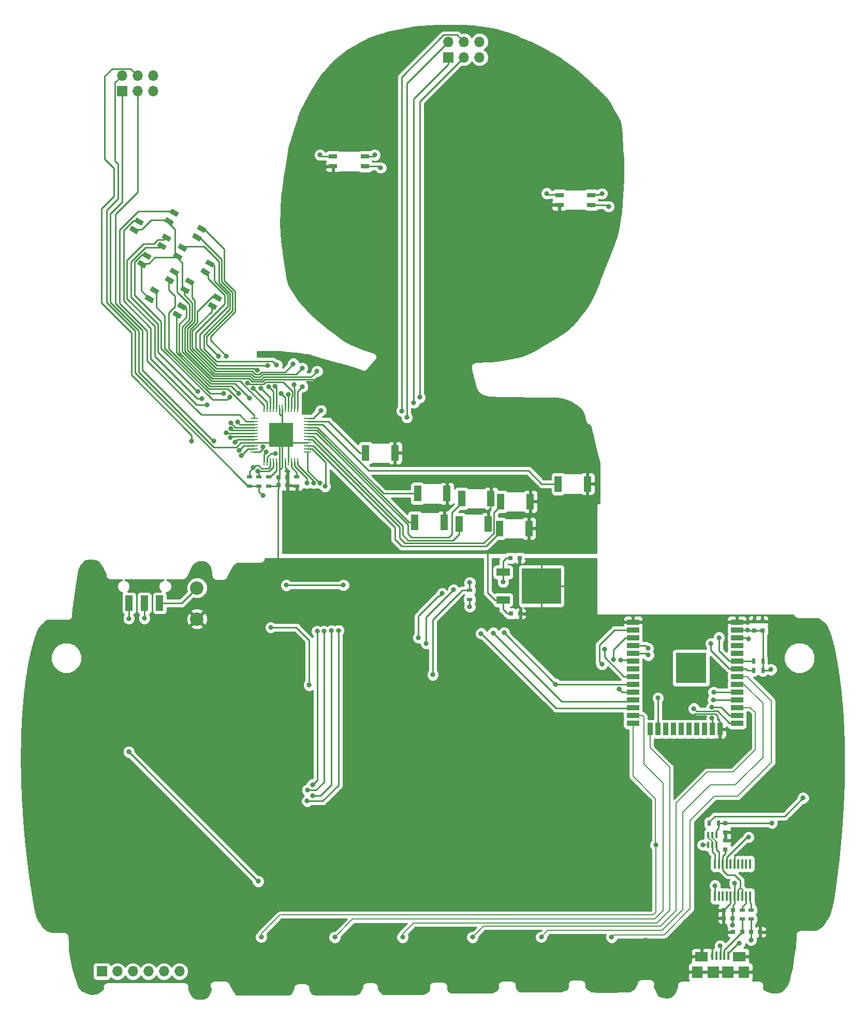
<source format=gbl>
G04 #@! TF.GenerationSoftware,KiCad,Pcbnew,(5.0.2)-1*
G04 #@! TF.CreationDate,2019-03-20T23:13:41-06:00*
G04 #@! TF.ProjectId,Hak4Kidz2019,48616b34-4b69-4647-9a32-3031392e6b69,rev?*
G04 #@! TF.SameCoordinates,Original*
G04 #@! TF.FileFunction,Copper,L2,Bot*
G04 #@! TF.FilePolarity,Positive*
%FSLAX46Y46*%
G04 Gerber Fmt 4.6, Leading zero omitted, Abs format (unit mm)*
G04 Created by KiCad (PCBNEW (5.0.2)-1) date 3/20/2019 11:13:41 PM*
%MOMM*%
%LPD*%
G01*
G04 APERTURE LIST*
G04 #@! TA.AperFunction,SMDPad,CuDef*
%ADD10C,0.800000*%
G04 #@! TD*
G04 #@! TA.AperFunction,Conductor*
%ADD11C,0.100000*%
G04 #@! TD*
G04 #@! TA.AperFunction,SMDPad,CuDef*
%ADD12R,1.400000X0.800000*%
G04 #@! TD*
G04 #@! TA.AperFunction,SMDPad,CuDef*
%ADD13R,0.299720X0.988060*%
G04 #@! TD*
G04 #@! TA.AperFunction,SMDPad,CuDef*
%ADD14R,0.250000X1.300000*%
G04 #@! TD*
G04 #@! TA.AperFunction,SMDPad,CuDef*
%ADD15R,1.300000X0.250000*%
G04 #@! TD*
G04 #@! TA.AperFunction,SMDPad,CuDef*
%ADD16R,4.000000X4.000000*%
G04 #@! TD*
G04 #@! TA.AperFunction,ComponentPad*
%ADD17C,2.200000*%
G04 #@! TD*
G04 #@! TA.AperFunction,SMDPad,CuDef*
%ADD18R,0.750000X0.800000*%
G04 #@! TD*
G04 #@! TA.AperFunction,SMDPad,CuDef*
%ADD19R,0.800000X0.750000*%
G04 #@! TD*
G04 #@! TA.AperFunction,SMDPad,CuDef*
%ADD20R,1.200000X2.600000*%
G04 #@! TD*
G04 #@! TA.AperFunction,SMDPad,CuDef*
%ADD21R,1.900000X1.900000*%
G04 #@! TD*
G04 #@! TA.AperFunction,SMDPad,CuDef*
%ADD22R,1.800000X1.900000*%
G04 #@! TD*
G04 #@! TA.AperFunction,SMDPad,CuDef*
%ADD23R,2.100000X1.600000*%
G04 #@! TD*
G04 #@! TA.AperFunction,SMDPad,CuDef*
%ADD24R,0.400000X1.350000*%
G04 #@! TD*
G04 #@! TA.AperFunction,ComponentPad*
%ADD25O,1.700000X1.700000*%
G04 #@! TD*
G04 #@! TA.AperFunction,ComponentPad*
%ADD26R,1.700000X1.700000*%
G04 #@! TD*
G04 #@! TA.AperFunction,SMDPad,CuDef*
%ADD27R,0.900000X0.500000*%
G04 #@! TD*
G04 #@! TA.AperFunction,SMDPad,CuDef*
%ADD28R,0.500000X0.900000*%
G04 #@! TD*
G04 #@! TA.AperFunction,SMDPad,CuDef*
%ADD29R,1.200000X2.500000*%
G04 #@! TD*
G04 #@! TA.AperFunction,SMDPad,CuDef*
%ADD30R,5.000000X5.000000*%
G04 #@! TD*
G04 #@! TA.AperFunction,SMDPad,CuDef*
%ADD31R,2.000000X0.900000*%
G04 #@! TD*
G04 #@! TA.AperFunction,SMDPad,CuDef*
%ADD32R,0.900000X2.000000*%
G04 #@! TD*
G04 #@! TA.AperFunction,SMDPad,CuDef*
%ADD33R,0.410000X1.600000*%
G04 #@! TD*
G04 #@! TA.AperFunction,SMDPad,CuDef*
%ADD34R,3.050000X2.750000*%
G04 #@! TD*
G04 #@! TA.AperFunction,SMDPad,CuDef*
%ADD35R,6.400000X5.800000*%
G04 #@! TD*
G04 #@! TA.AperFunction,SMDPad,CuDef*
%ADD36R,2.200000X1.200000*%
G04 #@! TD*
G04 #@! TA.AperFunction,ViaPad*
%ADD37C,0.800000*%
G04 #@! TD*
G04 #@! TA.AperFunction,Conductor*
%ADD38C,0.250000*%
G04 #@! TD*
G04 #@! TA.AperFunction,Conductor*
%ADD39C,0.152400*%
G04 #@! TD*
G04 #@! TA.AperFunction,Conductor*
%ADD40C,0.254000*%
G04 #@! TD*
G04 APERTURE END LIST*
D10*
G04 #@! TO.P,D7,4*
G04 #@! TO.N,Net-(D7-Pad4)*
X55026466Y-70304780D03*
D11*
G04 #@! TD*
G04 #@! TO.N,Net-(D7-Pad4)*
G04 #@! TO.C,D7*
G36*
X54220248Y-70301190D02*
X54620248Y-69608370D01*
X55832684Y-70308370D01*
X55432684Y-71001190D01*
X54220248Y-70301190D01*
X54220248Y-70301190D01*
G37*
D10*
G04 #@! TO.P,D7,3*
G04 #@! TO.N,Net-(D7-Pad3)*
X50523134Y-67704780D03*
D11*
G04 #@! TD*
G04 #@! TO.N,Net-(D7-Pad3)*
G04 #@! TO.C,D7*
G36*
X49716916Y-67701190D02*
X50116916Y-67008370D01*
X51329352Y-67708370D01*
X50929352Y-68401190D01*
X49716916Y-67701190D01*
X49716916Y-67701190D01*
G37*
D10*
G04 #@! TO.P,D7,1*
G04 #@! TO.N,Net-(D7-Pad1)*
X54226466Y-71690420D03*
D11*
G04 #@! TD*
G04 #@! TO.N,Net-(D7-Pad1)*
G04 #@! TO.C,D7*
G36*
X53420248Y-71686830D02*
X53820248Y-70994010D01*
X55032684Y-71694010D01*
X54632684Y-72386830D01*
X53420248Y-71686830D01*
X53420248Y-71686830D01*
G37*
D10*
G04 #@! TO.P,D7,2*
G04 #@! TO.N,VCC*
X49723134Y-69090420D03*
D11*
G04 #@! TD*
G04 #@! TO.N,VCC*
G04 #@! TO.C,D7*
G36*
X48916916Y-69086830D02*
X49316916Y-68394010D01*
X50529352Y-69094010D01*
X50129352Y-69786830D01*
X48916916Y-69086830D01*
X48916916Y-69086830D01*
G37*
D12*
G04 #@! TO.P,D1,4*
G04 #@! TO.N,Net-(D1-Pad4)*
X84946800Y-45809000D03*
G04 #@! TO.P,D1,3*
G04 #@! TO.N,Net-(D1-Pad3)*
X79746800Y-45809000D03*
G04 #@! TO.P,D1,1*
G04 #@! TO.N,Net-(D1-Pad1)*
X84946800Y-47409000D03*
G04 #@! TO.P,D1,2*
G04 #@! TO.N,VCC*
X79746800Y-47409000D03*
G04 #@! TD*
G04 #@! TO.P,D2,4*
G04 #@! TO.N,Net-(D2-Pad4)*
X121980000Y-52108200D03*
G04 #@! TO.P,D2,3*
G04 #@! TO.N,Net-(D2-Pad3)*
X116780000Y-52108200D03*
G04 #@! TO.P,D2,1*
G04 #@! TO.N,Net-(D2-Pad1)*
X121980000Y-53708200D03*
G04 #@! TO.P,D2,2*
G04 #@! TO.N,VCC*
X116780000Y-53708200D03*
G04 #@! TD*
D10*
G04 #@! TO.P,D3,4*
G04 #@! TO.N,Net-(D3-Pad4)*
X52511866Y-59052580D03*
D11*
G04 #@! TD*
G04 #@! TO.N,Net-(D3-Pad4)*
G04 #@! TO.C,D3*
G36*
X51705648Y-59048990D02*
X52105648Y-58356170D01*
X53318084Y-59056170D01*
X52918084Y-59748990D01*
X51705648Y-59048990D01*
X51705648Y-59048990D01*
G37*
D10*
G04 #@! TO.P,D3,3*
G04 #@! TO.N,Net-(D3-Pad3)*
X48008534Y-56452580D03*
D11*
G04 #@! TD*
G04 #@! TO.N,Net-(D3-Pad3)*
G04 #@! TO.C,D3*
G36*
X47202316Y-56448990D02*
X47602316Y-55756170D01*
X48814752Y-56456170D01*
X48414752Y-57148990D01*
X47202316Y-56448990D01*
X47202316Y-56448990D01*
G37*
D10*
G04 #@! TO.P,D3,1*
G04 #@! TO.N,Net-(D3-Pad1)*
X51711866Y-60438220D03*
D11*
G04 #@! TD*
G04 #@! TO.N,Net-(D3-Pad1)*
G04 #@! TO.C,D3*
G36*
X50905648Y-60434630D02*
X51305648Y-59741810D01*
X52518084Y-60441810D01*
X52118084Y-61134630D01*
X50905648Y-60434630D01*
X50905648Y-60434630D01*
G37*
D10*
G04 #@! TO.P,D3,2*
G04 #@! TO.N,VCC*
X47208534Y-57838220D03*
D11*
G04 #@! TD*
G04 #@! TO.N,VCC*
G04 #@! TO.C,D3*
G36*
X46402316Y-57834630D02*
X46802316Y-57141810D01*
X48014752Y-57841810D01*
X47614752Y-58534630D01*
X46402316Y-57834630D01*
X46402316Y-57834630D01*
G37*
D10*
G04 #@! TO.P,D4,4*
G04 #@! TO.N,Net-(D4-Pad4)*
X58252266Y-57630180D03*
D11*
G04 #@! TD*
G04 #@! TO.N,Net-(D4-Pad4)*
G04 #@! TO.C,D4*
G36*
X57446048Y-57626590D02*
X57846048Y-56933770D01*
X59058484Y-57633770D01*
X58658484Y-58326590D01*
X57446048Y-57626590D01*
X57446048Y-57626590D01*
G37*
D10*
G04 #@! TO.P,D4,3*
G04 #@! TO.N,Net-(D4-Pad3)*
X53748934Y-55030180D03*
D11*
G04 #@! TD*
G04 #@! TO.N,Net-(D4-Pad3)*
G04 #@! TO.C,D4*
G36*
X52942716Y-55026590D02*
X53342716Y-54333770D01*
X54555152Y-55033770D01*
X54155152Y-55726590D01*
X52942716Y-55026590D01*
X52942716Y-55026590D01*
G37*
D10*
G04 #@! TO.P,D4,1*
G04 #@! TO.N,Net-(D4-Pad1)*
X57452266Y-59015820D03*
D11*
G04 #@! TD*
G04 #@! TO.N,Net-(D4-Pad1)*
G04 #@! TO.C,D4*
G36*
X56646048Y-59012230D02*
X57046048Y-58319410D01*
X58258484Y-59019410D01*
X57858484Y-59712230D01*
X56646048Y-59012230D01*
X56646048Y-59012230D01*
G37*
D10*
G04 #@! TO.P,D4,2*
G04 #@! TO.N,VCC*
X52948934Y-56415820D03*
D11*
G04 #@! TD*
G04 #@! TO.N,VCC*
G04 #@! TO.C,D4*
G36*
X52142716Y-56412230D02*
X52542716Y-55719410D01*
X53755152Y-56419410D01*
X53355152Y-57112230D01*
X52142716Y-56412230D01*
X52142716Y-56412230D01*
G37*
D10*
G04 #@! TO.P,D5,4*
G04 #@! TO.N,Net-(D5-Pad4)*
X53781866Y-64640580D03*
D11*
G04 #@! TD*
G04 #@! TO.N,Net-(D5-Pad4)*
G04 #@! TO.C,D5*
G36*
X52975648Y-64636990D02*
X53375648Y-63944170D01*
X54588084Y-64644170D01*
X54188084Y-65336990D01*
X52975648Y-64636990D01*
X52975648Y-64636990D01*
G37*
D10*
G04 #@! TO.P,D5,3*
G04 #@! TO.N,Net-(D5-Pad3)*
X49278534Y-62040580D03*
D11*
G04 #@! TD*
G04 #@! TO.N,Net-(D5-Pad3)*
G04 #@! TO.C,D5*
G36*
X48472316Y-62036990D02*
X48872316Y-61344170D01*
X50084752Y-62044170D01*
X49684752Y-62736990D01*
X48472316Y-62036990D01*
X48472316Y-62036990D01*
G37*
D10*
G04 #@! TO.P,D5,1*
G04 #@! TO.N,Net-(D5-Pad1)*
X52981866Y-66026220D03*
D11*
G04 #@! TD*
G04 #@! TO.N,Net-(D5-Pad1)*
G04 #@! TO.C,D5*
G36*
X52175648Y-66022630D02*
X52575648Y-65329810D01*
X53788084Y-66029810D01*
X53388084Y-66722630D01*
X52175648Y-66022630D01*
X52175648Y-66022630D01*
G37*
D10*
G04 #@! TO.P,D5,2*
G04 #@! TO.N,VCC*
X48478534Y-63426220D03*
D11*
G04 #@! TD*
G04 #@! TO.N,VCC*
G04 #@! TO.C,D5*
G36*
X47672316Y-63422630D02*
X48072316Y-62729810D01*
X49284752Y-63429810D01*
X48884752Y-64122630D01*
X47672316Y-63422630D01*
X47672316Y-63422630D01*
G37*
D10*
G04 #@! TO.P,D6,4*
G04 #@! TO.N,Net-(D6-Pad4)*
X59623866Y-63319780D03*
D11*
G04 #@! TD*
G04 #@! TO.N,Net-(D6-Pad4)*
G04 #@! TO.C,D6*
G36*
X58817648Y-63316190D02*
X59217648Y-62623370D01*
X60430084Y-63323370D01*
X60030084Y-64016190D01*
X58817648Y-63316190D01*
X58817648Y-63316190D01*
G37*
D10*
G04 #@! TO.P,D6,3*
G04 #@! TO.N,Net-(D6-Pad3)*
X55120534Y-60719780D03*
D11*
G04 #@! TD*
G04 #@! TO.N,Net-(D6-Pad3)*
G04 #@! TO.C,D6*
G36*
X54314316Y-60716190D02*
X54714316Y-60023370D01*
X55926752Y-60723370D01*
X55526752Y-61416190D01*
X54314316Y-60716190D01*
X54314316Y-60716190D01*
G37*
D10*
G04 #@! TO.P,D6,1*
G04 #@! TO.N,Net-(D6-Pad1)*
X58823866Y-64705420D03*
D11*
G04 #@! TD*
G04 #@! TO.N,Net-(D6-Pad1)*
G04 #@! TO.C,D6*
G36*
X58017648Y-64701830D02*
X58417648Y-64009010D01*
X59630084Y-64709010D01*
X59230084Y-65401830D01*
X58017648Y-64701830D01*
X58017648Y-64701830D01*
G37*
D10*
G04 #@! TO.P,D6,2*
G04 #@! TO.N,VCC*
X54320534Y-62105420D03*
D11*
G04 #@! TD*
G04 #@! TO.N,VCC*
G04 #@! TO.C,D6*
G36*
X53514316Y-62101830D02*
X53914316Y-61409010D01*
X55126752Y-62109010D01*
X54726752Y-62801830D01*
X53514316Y-62101830D01*
X53514316Y-62101830D01*
G37*
D10*
G04 #@! TO.P,D8,4*
G04 #@! TO.N,Net-(D8-Pad4)*
X60817666Y-68856980D03*
D11*
G04 #@! TD*
G04 #@! TO.N,Net-(D8-Pad4)*
G04 #@! TO.C,D8*
G36*
X60011448Y-68853390D02*
X60411448Y-68160570D01*
X61623884Y-68860570D01*
X61223884Y-69553390D01*
X60011448Y-68853390D01*
X60011448Y-68853390D01*
G37*
D10*
G04 #@! TO.P,D8,3*
G04 #@! TO.N,Net-(D8-Pad3)*
X56314334Y-66256980D03*
D11*
G04 #@! TD*
G04 #@! TO.N,Net-(D8-Pad3)*
G04 #@! TO.C,D8*
G36*
X55508116Y-66253390D02*
X55908116Y-65560570D01*
X57120552Y-66260570D01*
X56720552Y-66953390D01*
X55508116Y-66253390D01*
X55508116Y-66253390D01*
G37*
D10*
G04 #@! TO.P,D8,1*
G04 #@! TO.N,Net-(D8-Pad1)*
X60017666Y-70242620D03*
D11*
G04 #@! TD*
G04 #@! TO.N,Net-(D8-Pad1)*
G04 #@! TO.C,D8*
G36*
X59211448Y-70239030D02*
X59611448Y-69546210D01*
X60823884Y-70246210D01*
X60423884Y-70939030D01*
X59211448Y-70239030D01*
X59211448Y-70239030D01*
G37*
D10*
G04 #@! TO.P,D8,2*
G04 #@! TO.N,VCC*
X55514334Y-67642620D03*
D11*
G04 #@! TD*
G04 #@! TO.N,VCC*
G04 #@! TO.C,D8*
G36*
X54708116Y-67639030D02*
X55108116Y-66946210D01*
X56320552Y-67646210D01*
X55920552Y-68339030D01*
X54708116Y-67639030D01*
X54708116Y-67639030D01*
G37*
D13*
G04 #@! TO.P,U5,1*
G04 #@! TO.N,RTS*
X142405100Y-158404560D03*
G04 #@! TO.P,U5,2*
G04 #@! TO.N,DTR*
X141757400Y-158404560D03*
G04 #@! TO.P,U5,3*
G04 #@! TO.N,IO0*
X141109700Y-158404560D03*
G04 #@! TO.P,U5,4*
G04 #@! TO.N,DTR*
X141109700Y-156799280D03*
G04 #@! TO.P,U5,5*
G04 #@! TO.N,RTS*
X141757400Y-156799280D03*
G04 #@! TO.P,U5,6*
G04 #@! TO.N,RESET*
X142405100Y-156799280D03*
G04 #@! TD*
D14*
G04 #@! TO.P,U3,48*
G04 #@! TO.N,Net-(D1-Pad4)*
X68448800Y-95707200D03*
G04 #@! TO.P,U3,47*
G04 #@! TO.N,Net-(D1-Pad1)*
X68948800Y-95707200D03*
G04 #@! TO.P,U3,46*
G04 #@! TO.N,SCL*
X69448800Y-95707200D03*
G04 #@! TO.P,U3,45*
G04 #@! TO.N,SDA*
X69948800Y-95707200D03*
G04 #@! TO.P,U3,44*
G04 #@! TO.N,Net-(R6-Pad1)*
X70448800Y-95707200D03*
G04 #@! TO.P,U3,43*
G04 #@! TO.N,GND*
X70948800Y-95707200D03*
G04 #@! TO.P,U3,42*
X71448800Y-95707200D03*
G04 #@! TO.P,U3,41*
G04 #@! TO.N,VCC*
X71948800Y-95707200D03*
G04 #@! TO.P,U3,40*
G04 #@! TO.N,GND*
X72448800Y-95707200D03*
G04 #@! TO.P,U3,39*
G04 #@! TO.N,Net-(R3-Pad1)*
X72948800Y-95707200D03*
G04 #@! TO.P,U3,38*
G04 #@! TO.N,LCD1*
X73448800Y-95707200D03*
G04 #@! TO.P,U3,37*
G04 #@! TO.N,LCD2*
X73948800Y-95707200D03*
D15*
G04 #@! TO.P,U3,36*
G04 #@! TO.N,LCD3*
X75548800Y-94107200D03*
G04 #@! TO.P,U3,35*
G04 #@! TO.N,LCD4*
X75548800Y-93607200D03*
G04 #@! TO.P,U3,34*
G04 #@! TO.N,Net-(D16-Pad1)*
X75548800Y-93107200D03*
G04 #@! TO.P,U3,33*
G04 #@! TO.N,GND*
X75548800Y-92607200D03*
G04 #@! TO.P,U3,32*
G04 #@! TO.N,Net-(D15-Pad1)*
X75548800Y-92107200D03*
G04 #@! TO.P,U3,31*
G04 #@! TO.N,Net-(D14-Pad1)*
X75548800Y-91607200D03*
G04 #@! TO.P,U3,30*
G04 #@! TO.N,Net-(D13-Pad1)*
X75548800Y-91107200D03*
G04 #@! TO.P,U3,29*
G04 #@! TO.N,Net-(D12-Pad1)*
X75548800Y-90607200D03*
G04 #@! TO.P,U3,28*
G04 #@! TO.N,Net-(D11-Pad1)*
X75548800Y-90107200D03*
G04 #@! TO.P,U3,27*
G04 #@! TO.N,Net-(D10-Pad1)*
X75548800Y-89607200D03*
G04 #@! TO.P,U3,26*
G04 #@! TO.N,Net-(D9-Pad1)*
X75548800Y-89107200D03*
G04 #@! TO.P,U3,25*
G04 #@! TO.N,Net-(D8-Pad3)*
X75548800Y-88607200D03*
D14*
G04 #@! TO.P,U3,24*
G04 #@! TO.N,Net-(D8-Pad4)*
X73948800Y-87007200D03*
G04 #@! TO.P,U3,23*
G04 #@! TO.N,Net-(D8-Pad1)*
X73448800Y-87007200D03*
G04 #@! TO.P,U3,22*
G04 #@! TO.N,Net-(D7-Pad3)*
X72948800Y-87007200D03*
G04 #@! TO.P,U3,21*
G04 #@! TO.N,Net-(D7-Pad4)*
X72448800Y-87007200D03*
G04 #@! TO.P,U3,20*
G04 #@! TO.N,Net-(D7-Pad1)*
X71948800Y-87007200D03*
G04 #@! TO.P,U3,19*
G04 #@! TO.N,GND*
X71448800Y-87007200D03*
G04 #@! TO.P,U3,18*
X70948800Y-87007200D03*
G04 #@! TO.P,U3,17*
G04 #@! TO.N,Net-(D6-Pad3)*
X70448800Y-87007200D03*
G04 #@! TO.P,U3,16*
G04 #@! TO.N,Net-(D6-Pad4)*
X69948800Y-87007200D03*
G04 #@! TO.P,U3,15*
G04 #@! TO.N,Net-(D6-Pad1)*
X69448800Y-87007200D03*
G04 #@! TO.P,U3,14*
G04 #@! TO.N,Net-(D5-Pad3)*
X68948800Y-87007200D03*
G04 #@! TO.P,U3,13*
G04 #@! TO.N,Net-(D5-Pad4)*
X68448800Y-87007200D03*
D15*
G04 #@! TO.P,U3,12*
G04 #@! TO.N,Net-(D5-Pad1)*
X66848800Y-88607200D03*
G04 #@! TO.P,U3,11*
G04 #@! TO.N,Net-(D4-Pad3)*
X66848800Y-89107200D03*
G04 #@! TO.P,U3,10*
G04 #@! TO.N,Net-(D4-Pad4)*
X66848800Y-89607200D03*
G04 #@! TO.P,U3,9*
G04 #@! TO.N,Net-(D4-Pad1)*
X66848800Y-90107200D03*
G04 #@! TO.P,U3,8*
G04 #@! TO.N,Net-(D3-Pad3)*
X66848800Y-90607200D03*
G04 #@! TO.P,U3,7*
G04 #@! TO.N,Net-(D3-Pad4)*
X66848800Y-91107200D03*
G04 #@! TO.P,U3,6*
G04 #@! TO.N,Net-(D3-Pad1)*
X66848800Y-91607200D03*
G04 #@! TO.P,U3,5*
G04 #@! TO.N,Net-(D2-Pad3)*
X66848800Y-92107200D03*
G04 #@! TO.P,U3,4*
G04 #@! TO.N,GND*
X66848800Y-92607200D03*
G04 #@! TO.P,U3,3*
G04 #@! TO.N,Net-(D2-Pad4)*
X66848800Y-93107200D03*
G04 #@! TO.P,U3,2*
G04 #@! TO.N,Net-(D2-Pad1)*
X66848800Y-93607200D03*
G04 #@! TO.P,U3,1*
G04 #@! TO.N,Net-(D1-Pad3)*
X66848800Y-94107200D03*
D16*
G04 #@! TO.P,U3,PAD*
G04 #@! TO.N,GND*
X71198800Y-91357200D03*
G04 #@! TD*
D17*
G04 #@! TO.P,BT1,1*
G04 #@! TO.N,Net-(BT1-Pad1)*
X57480200Y-116357400D03*
G04 #@! TO.P,BT1,2*
G04 #@! TO.N,GND*
X57480200Y-121437400D03*
G04 #@! TD*
D18*
G04 #@! TO.P,C1,1*
G04 #@! TO.N,+3V3*
X148640800Y-123330400D03*
G04 #@! TO.P,C1,2*
G04 #@! TO.N,GND*
X148640800Y-121830400D03*
G04 #@! TD*
G04 #@! TO.P,C2,1*
G04 #@! TO.N,+3V3*
X149961600Y-123330400D03*
G04 #@! TO.P,C2,2*
G04 #@! TO.N,GND*
X149961600Y-121830400D03*
G04 #@! TD*
G04 #@! TO.P,C3,2*
G04 #@! TO.N,GND*
X143916400Y-156337000D03*
G04 #@! TO.P,C3,1*
G04 #@! TO.N,RESET*
X143916400Y-154837000D03*
G04 #@! TD*
D19*
G04 #@! TO.P,C4,1*
G04 #@! TO.N,VCC*
X72276400Y-99568000D03*
G04 #@! TO.P,C4,2*
G04 #@! TO.N,GND*
X70776400Y-99568000D03*
G04 #@! TD*
G04 #@! TO.P,C5,2*
G04 #@! TO.N,GND*
X70776400Y-98298000D03*
G04 #@! TO.P,C5,1*
G04 #@! TO.N,VCC*
X72276400Y-98298000D03*
G04 #@! TD*
D18*
G04 #@! TO.P,C6,2*
G04 #@! TO.N,GND*
X143916400Y-157632400D03*
G04 #@! TO.P,C6,1*
G04 #@! TO.N,3V3OUT*
X143916400Y-159132400D03*
G04 #@! TD*
D19*
G04 #@! TO.P,C7,1*
G04 #@! TO.N,VBUS*
X145123600Y-169087800D03*
G04 #@! TO.P,C7,2*
G04 #@! TO.N,GND*
X143623600Y-169087800D03*
G04 #@! TD*
G04 #@! TO.P,C8,2*
G04 #@! TO.N,GND*
X143610200Y-170383200D03*
G04 #@! TO.P,C8,1*
G04 #@! TO.N,VBUS*
X145110200Y-170383200D03*
G04 #@! TD*
G04 #@! TO.P,C9,2*
G04 #@! TO.N,GND*
X149594000Y-172643800D03*
G04 #@! TO.P,C9,1*
G04 #@! TO.N,D+*
X148094000Y-172643800D03*
G04 #@! TD*
G04 #@! TO.P,C10,1*
G04 #@! TO.N,D-*
X146661000Y-172643800D03*
G04 #@! TO.P,C10,2*
G04 #@! TO.N,GND*
X145161000Y-172643800D03*
G04 #@! TD*
G04 #@! TO.P,C11,2*
G04 #@! TO.N,GND*
X110364400Y-120573800D03*
G04 #@! TO.P,C11,1*
G04 #@! TO.N,VCC*
X108864400Y-120573800D03*
G04 #@! TD*
G04 #@! TO.P,C12,1*
G04 #@! TO.N,+3V3*
X108736000Y-111455200D03*
G04 #@! TO.P,C12,2*
G04 #@! TO.N,GND*
X110236000Y-111455200D03*
G04 #@! TD*
D20*
G04 #@! TO.P,D9,1*
G04 #@! TO.N,Net-(D9-Pad1)*
X85065200Y-94284800D03*
G04 #@! TO.P,D9,2*
G04 #@! TO.N,VCC*
X89865200Y-94284800D03*
G04 #@! TD*
G04 #@! TO.P,D10,2*
G04 #@! TO.N,VCC*
X121361200Y-99339400D03*
G04 #@! TO.P,D10,1*
G04 #@! TO.N,Net-(D10-Pad1)*
X116561200Y-99339400D03*
G04 #@! TD*
G04 #@! TO.P,D11,1*
G04 #@! TO.N,Net-(D11-Pad1)*
X93561200Y-100939600D03*
G04 #@! TO.P,D11,2*
G04 #@! TO.N,VCC*
X98361200Y-100939600D03*
G04 #@! TD*
G04 #@! TO.P,D12,2*
G04 #@! TO.N,VCC*
X97917000Y-105613200D03*
G04 #@! TO.P,D12,1*
G04 #@! TO.N,Net-(D12-Pad1)*
X93117000Y-105613200D03*
G04 #@! TD*
G04 #@! TO.P,D13,1*
G04 #@! TO.N,Net-(D13-Pad1)*
X100762400Y-101727000D03*
G04 #@! TO.P,D13,2*
G04 #@! TO.N,VCC*
X105562400Y-101727000D03*
G04 #@! TD*
G04 #@! TO.P,D14,2*
G04 #@! TO.N,VCC*
X105130600Y-105892600D03*
G04 #@! TO.P,D14,1*
G04 #@! TO.N,Net-(D14-Pad1)*
X100330600Y-105892600D03*
G04 #@! TD*
G04 #@! TO.P,D15,1*
G04 #@! TO.N,Net-(D15-Pad1)*
X107175600Y-102235000D03*
G04 #@! TO.P,D15,2*
G04 #@! TO.N,VCC*
X111975600Y-102235000D03*
G04 #@! TD*
G04 #@! TO.P,D16,2*
G04 #@! TO.N,VCC*
X111760000Y-106629200D03*
G04 #@! TO.P,D16,1*
G04 #@! TO.N,Net-(D16-Pad1)*
X106960000Y-106629200D03*
G04 #@! TD*
D21*
G04 #@! TO.P,J1,6*
G04 #@! TO.N,GND*
X144303600Y-179197000D03*
D22*
X146903600Y-179197000D03*
D21*
X141903600Y-179197000D03*
D22*
X139303600Y-179197000D03*
D23*
X146203600Y-176647000D03*
X140003600Y-176647000D03*
D24*
G04 #@! TO.P,J1,1*
G04 #@! TO.N,VBUS*
X144403600Y-176522000D03*
G04 #@! TO.P,J1,2*
G04 #@! TO.N,D-*
X143753600Y-176522000D03*
G04 #@! TO.P,J1,3*
G04 #@! TO.N,D+*
X143103600Y-176522000D03*
G04 #@! TO.P,J1,4*
G04 #@! TO.N,N/C*
X142453600Y-176522000D03*
G04 #@! TO.P,J1,5*
G04 #@! TO.N,GND*
X141803600Y-176522000D03*
G04 #@! TD*
D25*
G04 #@! TO.P,J2,6*
G04 #@! TO.N,Net-(J2-Pad6)*
X54610000Y-179070000D03*
G04 #@! TO.P,J2,5*
G04 #@! TO.N,Net-(J2-Pad5)*
X52070000Y-179070000D03*
G04 #@! TO.P,J2,4*
G04 #@! TO.N,Net-(J2-Pad4)*
X49530000Y-179070000D03*
G04 #@! TO.P,J2,3*
G04 #@! TO.N,Net-(J2-Pad3)*
X46990000Y-179070000D03*
G04 #@! TO.P,J2,2*
G04 #@! TO.N,Net-(J2-Pad2)*
X44450000Y-179070000D03*
D26*
G04 #@! TO.P,J2,1*
G04 #@! TO.N,Net-(J2-Pad1)*
X41910000Y-179070000D03*
G04 #@! TD*
G04 #@! TO.P,J3,1*
G04 #@! TO.N,GND*
X98602800Y-29591000D03*
D25*
G04 #@! TO.P,J3,2*
G04 #@! TO.N,+3V3*
X98602800Y-27051000D03*
G04 #@! TO.P,J3,3*
G04 #@! TO.N,SCL2*
X101142800Y-29591000D03*
G04 #@! TO.P,J3,4*
G04 #@! TO.N,SDA2*
X101142800Y-27051000D03*
G04 #@! TO.P,J3,5*
G04 #@! TO.N,N/C*
X103682800Y-29591000D03*
G04 #@! TO.P,J3,6*
X103682800Y-27051000D03*
G04 #@! TD*
G04 #@! TO.P,J4,6*
G04 #@! TO.N,N/C*
X50292000Y-32562800D03*
G04 #@! TO.P,J4,5*
X50292000Y-35102800D03*
G04 #@! TO.P,J4,4*
G04 #@! TO.N,SDA2*
X47752000Y-32562800D03*
G04 #@! TO.P,J4,3*
G04 #@! TO.N,SCL2*
X47752000Y-35102800D03*
G04 #@! TO.P,J4,2*
G04 #@! TO.N,+3V3*
X45212000Y-32562800D03*
D26*
G04 #@! TO.P,J4,1*
G04 #@! TO.N,GND*
X45212000Y-35102800D03*
G04 #@! TD*
D27*
G04 #@! TO.P,R1,2*
G04 #@! TO.N,+3V3*
X102057200Y-116738400D03*
G04 #@! TO.P,R1,1*
G04 #@! TO.N,LCD_RESET*
X102057200Y-118238400D03*
G04 #@! TD*
D28*
G04 #@! TO.P,R2,1*
G04 #@! TO.N,+3V3*
X141261400Y-154813000D03*
G04 #@! TO.P,R2,2*
G04 #@! TO.N,RESET*
X142761400Y-154813000D03*
G04 #@! TD*
D27*
G04 #@! TO.P,R3,2*
G04 #@! TO.N,VCC*
X73812400Y-99683000D03*
G04 #@! TO.P,R3,1*
G04 #@! TO.N,Net-(R3-Pad1)*
X73812400Y-98183000D03*
G04 #@! TD*
G04 #@! TO.P,R4,1*
G04 #@! TO.N,+3V3*
X67640200Y-99683000D03*
G04 #@! TO.P,R4,2*
G04 #@! TO.N,SDA*
X67640200Y-98183000D03*
G04 #@! TD*
G04 #@! TO.P,R5,1*
G04 #@! TO.N,+3V3*
X66040000Y-99683000D03*
G04 #@! TO.P,R5,2*
G04 #@! TO.N,SCL*
X66040000Y-98183000D03*
G04 #@! TD*
G04 #@! TO.P,R6,2*
G04 #@! TO.N,GND*
X69240400Y-99683000D03*
G04 #@! TO.P,R6,1*
G04 #@! TO.N,Net-(R6-Pad1)*
X69240400Y-98183000D03*
G04 #@! TD*
D28*
G04 #@! TO.P,R7,2*
G04 #@! TO.N,SDA2*
X148551200Y-128346200D03*
G04 #@! TO.P,R7,1*
G04 #@! TO.N,+3V3*
X150051200Y-128346200D03*
G04 #@! TD*
G04 #@! TO.P,R8,1*
G04 #@! TO.N,+3V3*
X150051200Y-129819400D03*
G04 #@! TO.P,R8,2*
G04 #@! TO.N,SCL2*
X148551200Y-129819400D03*
G04 #@! TD*
D27*
G04 #@! TO.P,R9,2*
G04 #@! TO.N,Net-(R9-Pad2)*
X146685000Y-169023600D03*
G04 #@! TO.P,R9,1*
G04 #@! TO.N,D-*
X146685000Y-170523600D03*
G04 #@! TD*
G04 #@! TO.P,R10,1*
G04 #@! TO.N,Net-(R10-Pad1)*
X148107400Y-169035600D03*
G04 #@! TO.P,R10,2*
G04 #@! TO.N,D+*
X148107400Y-170535600D03*
G04 #@! TD*
D29*
G04 #@! TO.P,SW1,1*
G04 #@! TO.N,VBUS*
X46369600Y-118853400D03*
G04 #@! TO.P,SW1,2*
G04 #@! TO.N,VCC*
X48869600Y-118853400D03*
G04 #@! TO.P,SW1,3*
G04 #@! TO.N,Net-(BT1-Pad1)*
X51369600Y-118853400D03*
G04 #@! TD*
D30*
G04 #@! TO.P,U1,39*
G04 #@! TO.N,N/C*
X138300000Y-129445400D03*
D31*
G04 #@! TO.P,U1,1*
G04 #@! TO.N,GND*
X145800000Y-121945400D03*
G04 #@! TO.P,U1,2*
G04 #@! TO.N,+3V3*
X145800000Y-123215400D03*
G04 #@! TO.P,U1,3*
G04 #@! TO.N,RESET*
X145800000Y-124485400D03*
G04 #@! TO.P,U1,4*
G04 #@! TO.N,N/C*
X145800000Y-125755400D03*
G04 #@! TO.P,U1,5*
X145800000Y-127025400D03*
G04 #@! TO.P,U1,6*
G04 #@! TO.N,SDA2*
X145800000Y-128295400D03*
G04 #@! TO.P,U1,7*
G04 #@! TO.N,SCL2*
X145800000Y-129565400D03*
G04 #@! TO.P,U1,8*
G04 #@! TO.N,TOUCH6*
X145800000Y-130835400D03*
G04 #@! TO.P,U1,9*
G04 #@! TO.N,TOUCH5*
X145800000Y-132105400D03*
G04 #@! TO.P,U1,10*
G04 #@! TO.N,Net-(J2-Pad5)*
X145800000Y-133375400D03*
G04 #@! TO.P,U1,11*
G04 #@! TO.N,Net-(J2-Pad6)*
X145800000Y-134645400D03*
G04 #@! TO.P,U1,12*
G04 #@! TO.N,TOUCH4*
X145800000Y-135915400D03*
G04 #@! TO.P,U1,13*
G04 #@! TO.N,CLK*
X145800000Y-137185400D03*
G04 #@! TO.P,U1,14*
G04 #@! TO.N,MISO*
X145800000Y-138455400D03*
D32*
G04 #@! TO.P,U1,15*
G04 #@! TO.N,GND*
X143015000Y-139455400D03*
G04 #@! TO.P,U1,16*
G04 #@! TO.N,MOSI*
X141745000Y-139455400D03*
G04 #@! TO.P,U1,17*
G04 #@! TO.N,N/C*
X140475000Y-139455400D03*
G04 #@! TO.P,U1,18*
X139205000Y-139455400D03*
G04 #@! TO.P,U1,19*
X137935000Y-139455400D03*
G04 #@! TO.P,U1,20*
X136665000Y-139455400D03*
G04 #@! TO.P,U1,21*
X135395000Y-139455400D03*
G04 #@! TO.P,U1,22*
X134125000Y-139455400D03*
G04 #@! TO.P,U1,23*
G04 #@! TO.N,CS*
X132855000Y-139455400D03*
G04 #@! TO.P,U1,24*
G04 #@! TO.N,TOUCH3*
X131585000Y-139455400D03*
D31*
G04 #@! TO.P,U1,25*
G04 #@! TO.N,IO0*
X128800000Y-138455400D03*
G04 #@! TO.P,U1,26*
G04 #@! TO.N,TOUCH2*
X128800000Y-137185400D03*
G04 #@! TO.P,U1,27*
G04 #@! TO.N,SDA*
X128800000Y-135915400D03*
G04 #@! TO.P,U1,28*
G04 #@! TO.N,SCL*
X128800000Y-134645400D03*
G04 #@! TO.P,U1,29*
G04 #@! TO.N,RS*
X128800000Y-133375400D03*
G04 #@! TO.P,U1,30*
G04 #@! TO.N,LCD_RESET*
X128800000Y-132105400D03*
G04 #@! TO.P,U1,31*
G04 #@! TO.N,Net-(J2-Pad1)*
X128800000Y-130835400D03*
G04 #@! TO.P,U1,32*
G04 #@! TO.N,N/C*
X128800000Y-129565400D03*
G04 #@! TO.P,U1,33*
G04 #@! TO.N,Net-(J2-Pad2)*
X128800000Y-128295400D03*
G04 #@! TO.P,U1,34*
G04 #@! TO.N,RX*
X128800000Y-127025400D03*
G04 #@! TO.P,U1,35*
G04 #@! TO.N,TX*
X128800000Y-125755400D03*
G04 #@! TO.P,U1,36*
G04 #@! TO.N,Net-(J2-Pad3)*
X128800000Y-124485400D03*
G04 #@! TO.P,U1,37*
G04 #@! TO.N,Net-(J2-Pad4)*
X128800000Y-123215400D03*
G04 #@! TO.P,U1,38*
G04 #@! TO.N,GND*
X128800000Y-121945400D03*
G04 #@! TD*
D33*
G04 #@! TO.P,U2,20*
G04 #@! TO.N,RX*
X142227300Y-166789100D03*
G04 #@! TO.P,U2,19*
G04 #@! TO.N,N/C*
X142862300Y-166789100D03*
G04 #@! TO.P,U2,18*
X143497300Y-166789100D03*
G04 #@! TO.P,U2,13*
G04 #@! TO.N,3V3OUT*
X146672300Y-166789100D03*
G04 #@! TO.P,U2,12*
G04 #@! TO.N,Net-(R9-Pad2)*
X147307300Y-166789100D03*
G04 #@! TO.P,U2,11*
G04 #@! TO.N,Net-(R10-Pad1)*
X147942300Y-166789100D03*
G04 #@! TO.P,U2,10*
G04 #@! TO.N,N/C*
X147942300Y-161480500D03*
G04 #@! TO.P,U2,9*
X147307300Y-161480500D03*
G04 #@! TO.P,U2,8*
X146672300Y-161480500D03*
G04 #@! TO.P,U2,3*
G04 #@! TO.N,3V3OUT*
X143497300Y-161480500D03*
G04 #@! TO.P,U2,2*
G04 #@! TO.N,RTS*
X142862300Y-161480500D03*
G04 #@! TO.P,U2,1*
G04 #@! TO.N,DTR*
X142227300Y-161480500D03*
G04 #@! TO.P,U2,4*
G04 #@! TO.N,TX*
X144132300Y-161480500D03*
G04 #@! TO.P,U2,5*
G04 #@! TO.N,N/C*
X144767300Y-161480500D03*
G04 #@! TO.P,U2,16*
G04 #@! TO.N,GND*
X144767300Y-166789100D03*
G04 #@! TO.P,U2,17*
G04 #@! TO.N,N/C*
X144132300Y-166789100D03*
G04 #@! TO.P,U2,6*
G04 #@! TO.N,GND*
X145402300Y-161480500D03*
G04 #@! TO.P,U2,7*
G04 #@! TO.N,N/C*
X146037300Y-161480500D03*
G04 #@! TO.P,U2,15*
G04 #@! TO.N,VBUS*
X145402300Y-166789100D03*
G04 #@! TO.P,U2,14*
G04 #@! TO.N,3V3OUT*
X146037300Y-166789100D03*
G04 #@! TD*
D34*
G04 #@! TO.P,U6,2*
G04 #@! TO.N,GND*
X112159600Y-114527600D03*
X115509600Y-117577600D03*
X112159600Y-117577600D03*
X115509600Y-114527600D03*
D35*
X113834600Y-116052600D03*
D36*
G04 #@! TO.P,U6,3*
G04 #@! TO.N,+3V3*
X107534600Y-113772600D03*
G04 #@! TO.P,U6,1*
G04 #@! TO.N,VCC*
X107534600Y-118332600D03*
G04 #@! TD*
D37*
G04 #@! TO.N,GND*
X62230000Y-168910000D03*
X64770000Y-168910000D03*
X67310000Y-168910000D03*
X69850000Y-168910000D03*
X72390000Y-168910000D03*
X74930000Y-168910000D03*
X77470000Y-168910000D03*
X80010000Y-168910000D03*
X82550000Y-168910000D03*
X85090000Y-168910000D03*
X87630000Y-168910000D03*
X90170000Y-168910000D03*
X92710000Y-168910000D03*
X95250000Y-168910000D03*
X97790000Y-168910000D03*
X100330000Y-168910000D03*
X102870000Y-168910000D03*
X105410000Y-168910000D03*
X107950000Y-168910000D03*
X110490000Y-168910000D03*
X113030000Y-168910000D03*
X115570000Y-168910000D03*
X118110000Y-168910000D03*
X120650000Y-168910000D03*
X123190000Y-168910000D03*
X125730000Y-168910000D03*
X128270000Y-168910000D03*
X130810000Y-168910000D03*
X130810000Y-173990000D03*
X130810000Y-176530000D03*
X130810000Y-179070000D03*
X62230000Y-171450000D03*
X62230000Y-173990000D03*
X62230000Y-176530000D03*
X62230000Y-179070000D03*
X82753200Y-140208000D03*
X83591400Y-146558000D03*
X96980798Y-113661402D03*
X92938600Y-86055200D03*
G04 #@! TO.N,+3V3*
X107543600Y-115392200D03*
X102082600Y-115493800D03*
X96037400Y-130564390D03*
X147523200Y-123291600D03*
X151358600Y-129717800D03*
X156616400Y-150723600D03*
X91795600Y-88468200D03*
X68300600Y-101269800D03*
X72110600Y-115925600D03*
X81432400Y-115900200D03*
G04 #@! TO.N,RESET*
X151511000Y-154813000D03*
X147675600Y-124663200D03*
G04 #@! TO.N,VCC*
X48869600Y-121335800D03*
X73101200Y-109829600D03*
X69539399Y-122814801D03*
X75819000Y-132257800D03*
G04 #@! TO.N,VBUS*
X146202400Y-174447200D03*
X145110200Y-171500800D03*
X145389600Y-164693600D03*
X46329600Y-121361200D03*
X46329600Y-143179800D03*
X67487798Y-164338000D03*
G04 #@! TO.N,D+*
X148107400Y-173964600D03*
X143040887Y-174883432D03*
G04 #@! TO.N,Net-(D1-Pad4)*
X86537800Y-45567600D03*
X68783200Y-94132400D03*
G04 #@! TO.N,Net-(D1-Pad3)*
X77597000Y-45542200D03*
X68275200Y-93284610D03*
G04 #@! TO.N,Net-(D1-Pad1)*
X87528400Y-47650400D03*
X70271390Y-94409811D03*
G04 #@! TO.N,Net-(D2-Pad1)*
X124815600Y-53975000D03*
X64684431Y-94743311D03*
G04 #@! TO.N,Net-(D2-Pad3)*
X114681000Y-51841400D03*
X63677800Y-92557600D03*
G04 #@! TO.N,Net-(D2-Pad4)*
X123698000Y-51866800D03*
X64400642Y-93834162D03*
G04 #@! TO.N,Net-(D3-Pad4)*
X62230000Y-91033600D03*
X58293000Y-85394800D03*
G04 #@! TO.N,Net-(D3-Pad3)*
X63017400Y-90356190D03*
X59105792Y-86436200D03*
G04 #@! TO.N,Net-(D3-Pad1)*
X62920361Y-91784610D03*
X57581800Y-84251800D03*
G04 #@! TO.N,Net-(D4-Pad1)*
X63017400Y-89382600D03*
X61036200Y-78486000D03*
G04 #@! TO.N,Net-(D4-Pad4)*
X64109600Y-89230200D03*
X62306200Y-78435200D03*
G04 #@! TO.N,Net-(D5-Pad3)*
X62839600Y-85166200D03*
X66700400Y-83724076D03*
G04 #@! TO.N,Net-(D6-Pad1)*
X67360800Y-80759621D03*
X67942602Y-83724076D03*
G04 #@! TO.N,Net-(D6-Pad3)*
X70256400Y-83362800D03*
X70510400Y-79933800D03*
G04 #@! TO.N,Net-(D6-Pad4)*
X69189600Y-83439000D03*
X69071723Y-80001610D03*
G04 #@! TO.N,Net-(D7-Pad4)*
X72387213Y-84738810D03*
X66065400Y-85293200D03*
G04 #@! TO.N,Net-(D7-Pad3)*
X65764724Y-82831387D03*
X61840610Y-84587274D03*
G04 #@! TO.N,Net-(D7-Pad1)*
X71272400Y-84582000D03*
X64262000Y-84531200D03*
G04 #@! TO.N,Net-(D8-Pad1)*
X73355200Y-83108800D03*
X73228200Y-79705200D03*
G04 #@! TO.N,Net-(D8-Pad3)*
X77114400Y-80924400D03*
X77724000Y-87332000D03*
G04 #@! TO.N,Net-(D8-Pad4)*
X74726800Y-83439000D03*
X74701400Y-80416400D03*
G04 #@! TO.N,Net-(J2-Pad6)*
X141909800Y-134696200D03*
G04 #@! TO.N,Net-(J2-Pad5)*
X141986000Y-133400800D03*
G04 #@! TO.N,Net-(J2-Pad4)*
X123698000Y-128854200D03*
G04 #@! TO.N,Net-(J2-Pad3)*
X125577600Y-128092200D03*
G04 #@! TO.N,Net-(J2-Pad2)*
X126771400Y-128193800D03*
G04 #@! TO.N,Net-(J2-Pad1)*
X124129800Y-126415800D03*
G04 #@! TO.N,SCL2*
X141503400Y-125450600D03*
X60247127Y-92370930D03*
X99441000Y-116636800D03*
X94945200Y-125450600D03*
X93929200Y-85191600D03*
G04 #@! TO.N,SDA2*
X142849600Y-124485400D03*
X56616600Y-92379800D03*
X97586800Y-117271800D03*
X93700600Y-124485400D03*
X90982800Y-87426800D03*
G04 #@! TO.N,LCD_RESET*
X102082600Y-119405400D03*
X107721400Y-123698000D03*
X116128800Y-132105400D03*
G04 #@! TO.N,SDA*
X67462400Y-97256600D03*
X103960383Y-123807990D03*
G04 #@! TO.N,SCL*
X105918000Y-123723400D03*
X66690540Y-96698640D03*
G04 #@! TO.N,IO0*
X67995800Y-173456600D03*
X140208000Y-158394400D03*
X132511800Y-158394400D03*
G04 #@! TO.N,TOUCH2*
X80010000Y-173482000D03*
G04 #@! TO.N,TOUCH3*
X91109800Y-173482000D03*
G04 #@! TO.N,TOUCH4*
X102539800Y-173482000D03*
G04 #@! TO.N,TOUCH5*
X113792000Y-173456600D03*
G04 #@! TO.N,TOUCH6*
X125298200Y-173482000D03*
G04 #@! TO.N,CLK*
X141706600Y-135839200D03*
G04 #@! TO.N,MISO*
X138760200Y-136093200D03*
G04 #@! TO.N,MOSI*
X141706600Y-137685010D03*
G04 #@! TO.N,CS*
X132867400Y-134340600D03*
G04 #@! TO.N,RS*
X126568200Y-132901190D03*
G04 #@! TO.N,RX*
X142189200Y-165049200D03*
X131292600Y-127355600D03*
G04 #@! TO.N,TX*
X131267200Y-126212600D03*
X147701000Y-157124400D03*
G04 #@! TO.N,LCD1*
X77139800Y-123444000D03*
X76377800Y-148539200D03*
X75463400Y-99225421D03*
G04 #@! TO.N,LCD2*
X78232000Y-123418600D03*
X75539600Y-149428200D03*
X76581000Y-99225421D03*
G04 #@! TO.N,LCD3*
X79476600Y-123342400D03*
X76377800Y-150317200D03*
X77571600Y-99225421D03*
G04 #@! TO.N,LCD4*
X78409800Y-99745800D03*
X80619600Y-123317000D03*
X75514200Y-151231600D03*
G04 #@! TD*
D38*
G04 #@! TO.N,Net-(BT1-Pad1)*
X54984200Y-118853400D02*
X57480200Y-116357400D01*
X51369600Y-118853400D02*
X54984200Y-118853400D01*
G04 #@! TO.N,GND*
X143648600Y-169087800D02*
X143623600Y-169087800D01*
X144767300Y-167969100D02*
X143648600Y-169087800D01*
X144767300Y-166789100D02*
X144767300Y-167969100D01*
X145402300Y-160430500D02*
X145415000Y-160417800D01*
X145402300Y-161480500D02*
X145402300Y-160430500D01*
X145402300Y-160430500D02*
X145402300Y-159981900D01*
X113834600Y-112902600D02*
X113842800Y-112894400D01*
X113834600Y-116052600D02*
X113834600Y-112902600D01*
X113842800Y-112894400D02*
X113842800Y-112014000D01*
X113834600Y-116052600D02*
X117284600Y-116052600D01*
X117284600Y-116052600D02*
X118008400Y-116052600D01*
X113834600Y-119202600D02*
X113842800Y-119210800D01*
X113834600Y-116052600D02*
X113834600Y-119202600D01*
X113842800Y-119210800D02*
X113842800Y-119761000D01*
X70948800Y-98125600D02*
X70776400Y-98298000D01*
X70776400Y-98298000D02*
X70776400Y-99568000D01*
X71155000Y-96901000D02*
X70948800Y-96901000D01*
X71448800Y-96607200D02*
X71155000Y-96901000D01*
X71448800Y-95707200D02*
X71448800Y-96607200D01*
X70948800Y-95707200D02*
X70948800Y-96901000D01*
X70948800Y-96901000D02*
X70948800Y-98125600D01*
X70776400Y-100193000D02*
X70739000Y-100230400D01*
X70776400Y-99568000D02*
X70776400Y-100193000D01*
X70739000Y-100230400D02*
X70739000Y-112242600D01*
X70661400Y-99683000D02*
X70776400Y-99568000D01*
X69240400Y-99683000D02*
X70661400Y-99683000D01*
X71128800Y-88087200D02*
X71448800Y-88087200D01*
X70948800Y-87907200D02*
X71128800Y-88087200D01*
X70948800Y-87007200D02*
X70948800Y-87907200D01*
X71448800Y-87007200D02*
X71448800Y-88087200D01*
X71448800Y-88087200D02*
X71448800Y-89407200D01*
X71448800Y-91607200D02*
X71198800Y-91357200D01*
X71448800Y-95707200D02*
X71448800Y-91607200D01*
X72448800Y-95707200D02*
X72448800Y-92607200D01*
X72448800Y-92607200D02*
X71198800Y-91357200D01*
X75548800Y-92607200D02*
X72448800Y-92607200D01*
X69948800Y-92607200D02*
X71198800Y-91357200D01*
X66848800Y-92607200D02*
X69948800Y-92607200D01*
X71198800Y-92783600D02*
X71198800Y-91357200D01*
X70948800Y-95707200D02*
X70948800Y-93033600D01*
X70948800Y-93033600D02*
X71198800Y-92783600D01*
X141803600Y-175597000D02*
X141808200Y-175592400D01*
X141803600Y-176522000D02*
X141803600Y-175597000D01*
X141808200Y-175592400D02*
X141808200Y-174091600D01*
X110236000Y-111455200D02*
X110236000Y-112080200D01*
X110236000Y-112080200D02*
X110236000Y-112268000D01*
X47980600Y-74320400D02*
X43281600Y-69621400D01*
X66848800Y-92607200D02*
X64669600Y-92607200D01*
X45212000Y-53213000D02*
X45212000Y-36202800D01*
X45212000Y-36202800D02*
X45212000Y-35102800D01*
X43281600Y-55143400D02*
X45212000Y-53213000D01*
X47980600Y-81081557D02*
X47980600Y-74320400D01*
X63931800Y-93345000D02*
X60244043Y-93345000D01*
X60244043Y-93345000D02*
X47980600Y-81081557D01*
X64669600Y-92607200D02*
X63931800Y-93345000D01*
X43281600Y-69621400D02*
X43281600Y-55143400D01*
X92938600Y-86055200D02*
X92938600Y-36355200D01*
X92938600Y-36355200D02*
X98602800Y-30691000D01*
X98602800Y-30691000D02*
X98602800Y-29591000D01*
X143015000Y-138205400D02*
X142595600Y-137786000D01*
X143015000Y-139455400D02*
X143015000Y-138205400D01*
X142595600Y-137786000D02*
X142595600Y-137287000D01*
X142595600Y-137287000D02*
X142316200Y-137007600D01*
X142316200Y-137007600D02*
X138861800Y-137007600D01*
X138861800Y-137007600D02*
X138582400Y-137287000D01*
G04 #@! TO.N,+3V3*
X107534600Y-112922600D02*
X107534600Y-113772600D01*
X107534600Y-112006600D02*
X107534600Y-112922600D01*
X108086000Y-111455200D02*
X107534600Y-112006600D01*
X108736000Y-111455200D02*
X108086000Y-111455200D01*
X148525800Y-123215400D02*
X148640800Y-123330400D01*
X148640800Y-123330400D02*
X149961600Y-123330400D01*
X107534600Y-113772600D02*
X107534600Y-115383200D01*
X107534600Y-115383200D02*
X107543600Y-115392200D01*
X96037400Y-121539000D02*
X96037400Y-129998705D01*
X96037400Y-129998705D02*
X96037400Y-130564390D01*
X147447000Y-123215400D02*
X147523200Y-123291600D01*
X145800000Y-123215400D02*
X147447000Y-123215400D01*
X147562000Y-123330400D02*
X147523200Y-123291600D01*
X148640800Y-123330400D02*
X147562000Y-123330400D01*
X150051200Y-129819400D02*
X150051200Y-128346200D01*
X150051200Y-123420000D02*
X149961600Y-123330400D01*
X150051200Y-128346200D02*
X150051200Y-123420000D01*
X150051200Y-129819400D02*
X151257000Y-129819400D01*
X151257000Y-129819400D02*
X151358600Y-129717800D01*
X153644600Y-153695400D02*
X156616400Y-150723600D01*
X142179000Y-153695400D02*
X153644600Y-153695400D01*
X141261400Y-154813000D02*
X141261400Y-154613000D01*
X141261400Y-154613000D02*
X142179000Y-153695400D01*
X102082600Y-116713000D02*
X102057200Y-116738400D01*
X102082600Y-115493800D02*
X102082600Y-116713000D01*
X100838000Y-116738400D02*
X96037400Y-121539000D01*
X102057200Y-116738400D02*
X100838000Y-116738400D01*
X47345600Y-81188600D02*
X65840000Y-99683000D01*
X42672000Y-69646800D02*
X47345600Y-74320400D01*
X45212000Y-32562800D02*
X44084599Y-33690201D01*
X47345600Y-74320400D02*
X47345600Y-81188600D01*
X44084599Y-33690201D02*
X44084599Y-46573799D01*
X44084599Y-46573799D02*
X44551600Y-47040800D01*
X65840000Y-99683000D02*
X66040000Y-99683000D01*
X44551600Y-47040800D02*
X44551600Y-52730400D01*
X44551600Y-52730400D02*
X42672000Y-54610000D01*
X42672000Y-54610000D02*
X42672000Y-69646800D01*
X67640200Y-99683000D02*
X66040000Y-99683000D01*
X91787202Y-33866598D02*
X98602800Y-27051000D01*
X91795600Y-88468200D02*
X91787202Y-88459802D01*
X91787202Y-88459802D02*
X91787202Y-33866598D01*
X67640200Y-99683000D02*
X67640200Y-100482400D01*
X67640200Y-100482400D02*
X67640200Y-100609400D01*
X67640200Y-100609400D02*
X68300600Y-101269800D01*
X72110600Y-115925600D02*
X81407000Y-115925600D01*
X81407000Y-115925600D02*
X81432400Y-115900200D01*
G04 #@! TO.N,RESET*
X142761400Y-155698950D02*
X142761400Y-154813000D01*
X142405100Y-156799280D02*
X142405100Y-156055250D01*
X142405100Y-156055250D02*
X142761400Y-155698950D01*
X143892400Y-154813000D02*
X143916400Y-154837000D01*
X142761400Y-154813000D02*
X143892400Y-154813000D01*
X151487000Y-154837000D02*
X151511000Y-154813000D01*
X143916400Y-154837000D02*
X151487000Y-154837000D01*
X145800000Y-124485400D02*
X147497800Y-124485400D01*
X147497800Y-124485400D02*
X147675600Y-124663200D01*
G04 #@! TO.N,VCC*
X107534600Y-119182600D02*
X107534600Y-118332600D01*
X107534600Y-119894000D02*
X107534600Y-119182600D01*
X108214400Y-120573800D02*
X107534600Y-119894000D01*
X108864400Y-120573800D02*
X108214400Y-120573800D01*
X71948800Y-95707200D02*
X71948800Y-96688400D01*
X72276400Y-97016000D02*
X72276400Y-98298000D01*
X71948800Y-96688400D02*
X72276400Y-97016000D01*
X72276400Y-98298000D02*
X72276400Y-99568000D01*
X48869600Y-118853400D02*
X48869600Y-121335800D01*
X75819000Y-124917200D02*
X75819000Y-132257800D01*
X69539399Y-122814801D02*
X73716601Y-122814801D01*
X73716601Y-122814801D02*
X75819000Y-124917200D01*
X105130600Y-103708800D02*
X105130600Y-105892600D01*
X105562400Y-101727000D02*
X105562400Y-103277000D01*
X105562400Y-103277000D02*
X105130600Y-103708800D01*
X105003600Y-117151600D02*
X105003600Y-110667800D01*
X107534600Y-118332600D02*
X106184600Y-118332600D01*
X106184600Y-118332600D02*
X105003600Y-117151600D01*
X105003600Y-110667800D02*
X105003600Y-110210600D01*
X72391400Y-99683000D02*
X72276400Y-99568000D01*
X73812400Y-99683000D02*
X72391400Y-99683000D01*
X54195534Y-62247334D02*
X54195534Y-62321927D01*
X47447064Y-57691197D02*
X48480803Y-57691197D01*
X47083534Y-58054727D02*
X47447064Y-57691197D01*
X49974500Y-56197500D02*
X52389107Y-56197500D01*
X53873400Y-61925200D02*
X54195534Y-62247334D01*
X48480803Y-57691197D02*
X49974500Y-56197500D01*
X52389107Y-56197500D02*
X53873400Y-57681793D01*
X53873400Y-57681793D02*
X53873400Y-61925200D01*
X80423744Y-82263256D02*
X81178400Y-81508600D01*
X55389334Y-68421007D02*
X56688811Y-69720484D01*
X60005757Y-82106233D02*
X65997575Y-82106233D01*
X55389334Y-67297247D02*
X55389334Y-68421007D01*
X56453084Y-72894011D02*
X55510967Y-73836125D01*
X55092600Y-67000513D02*
X55389334Y-67297247D01*
X56688811Y-72658284D02*
X56453084Y-72894011D01*
X66535595Y-82644255D02*
X68186005Y-82644255D01*
X55092600Y-63220600D02*
X55092600Y-67000513D01*
X54195534Y-62321927D02*
X54195534Y-62323534D01*
X55510967Y-73836125D02*
X55510967Y-77611444D01*
X54195534Y-62323534D02*
X55092600Y-63220600D01*
X65997575Y-82106233D02*
X66535595Y-82644255D01*
X56688811Y-69720484D02*
X56688811Y-72658284D01*
X55510967Y-77611444D02*
X60005757Y-82106233D01*
X68186005Y-82644255D02*
X68567003Y-82263256D01*
X68567003Y-82263256D02*
X80423744Y-82263256D01*
X49598134Y-68965634D02*
X48353534Y-67721034D01*
X49598134Y-69306927D02*
X49598134Y-68965634D01*
X48353534Y-67721034D02*
X48353534Y-63642727D01*
X48353534Y-63642727D02*
X48717064Y-63279197D01*
X50581073Y-62321927D02*
X54195534Y-62321927D01*
X48717064Y-63279197D02*
X49623803Y-63279197D01*
X49623803Y-63279197D02*
X50581073Y-62321927D01*
G04 #@! TO.N,3V3OUT*
X143497300Y-161480500D02*
X143497300Y-160286700D01*
X143916400Y-159867600D02*
X143916400Y-159132400D01*
X143497300Y-160286700D02*
X143916400Y-159867600D01*
X143497300Y-162530500D02*
X144263400Y-163296600D01*
X143497300Y-161480500D02*
X143497300Y-162530500D01*
X144263400Y-163296600D02*
X145415000Y-163296600D01*
X145415000Y-163296600D02*
X146354800Y-164236400D01*
X146354800Y-164236400D02*
X146354800Y-165379400D01*
X146037300Y-165696900D02*
X146037300Y-166789100D01*
X146354800Y-165379400D02*
X146037300Y-165696900D01*
X146672300Y-165696900D02*
X146672300Y-166789100D01*
X146354800Y-165379400D02*
X146672300Y-165696900D01*
G04 #@! TO.N,VBUS*
X144403600Y-176047000D02*
X146003400Y-174447200D01*
X146003400Y-174447200D02*
X146202400Y-174447200D01*
X144403600Y-176522000D02*
X144403600Y-176047000D01*
X145110200Y-171500800D02*
X145110200Y-170383200D01*
X145110200Y-169101200D02*
X145123600Y-169087800D01*
X145110200Y-170383200D02*
X145110200Y-169101200D01*
X145402300Y-166789100D02*
X145402300Y-167982900D01*
X145123600Y-168261600D02*
X145123600Y-169087800D01*
X145402300Y-167982900D02*
X145123600Y-168261600D01*
X145402300Y-166789100D02*
X145402300Y-164706300D01*
X145402300Y-164706300D02*
X145389600Y-164693600D01*
X46329600Y-118893400D02*
X46369600Y-118853400D01*
X46329600Y-121361200D02*
X46329600Y-118893400D01*
X67087799Y-163938001D02*
X67487798Y-164338000D01*
X46729599Y-143579801D02*
X67087799Y-163938001D01*
X46329600Y-143179800D02*
X46729599Y-143579801D01*
G04 #@! TO.N,D+*
X148107400Y-172657200D02*
X148094000Y-172643800D01*
X148107400Y-173964600D02*
X148107400Y-172657200D01*
X143103600Y-176522000D02*
X143103600Y-174946145D01*
X143103600Y-174946145D02*
X143040887Y-174883432D01*
X148094000Y-170549000D02*
X148107400Y-170535600D01*
X148094000Y-172643800D02*
X148094000Y-170549000D01*
G04 #@! TO.N,D-*
X143753600Y-176522000D02*
X143753600Y-175551200D01*
X143753600Y-175551200D02*
X146661000Y-172643800D01*
X146661000Y-170547600D02*
X146685000Y-170523600D01*
X146661000Y-172643800D02*
X146661000Y-170547600D01*
G04 #@! TO.N,Net-(D1-Pad4)*
X68448800Y-94466800D02*
X68783200Y-94132400D01*
X68448800Y-95707200D02*
X68448800Y-94466800D01*
X85171300Y-45783500D02*
X84946800Y-45559000D01*
X86537800Y-45567600D02*
X86321900Y-45783500D01*
X86321900Y-45783500D02*
X85171300Y-45783500D01*
G04 #@! TO.N,Net-(D1-Pad3)*
X67748800Y-94107200D02*
X68275200Y-93580800D01*
X66848800Y-94107200D02*
X67748800Y-94107200D01*
X68275200Y-93580800D02*
X68275200Y-93284610D01*
X79535000Y-45770800D02*
X79746800Y-45559000D01*
X77597000Y-45542200D02*
X77825600Y-45770800D01*
X77825600Y-45770800D02*
X79535000Y-45770800D01*
G04 #@! TO.N,Net-(D1-Pad1)*
X68948800Y-95707200D02*
X68948800Y-95026715D01*
X68948800Y-95026715D02*
X69565704Y-94409811D01*
X69565704Y-94409811D02*
X69705705Y-94409811D01*
X69705705Y-94409811D02*
X70271390Y-94409811D01*
X85196700Y-47409100D02*
X84946800Y-47659000D01*
X87528400Y-47650400D02*
X87287100Y-47409100D01*
X87287100Y-47409100D02*
X85196700Y-47409100D01*
G04 #@! TO.N,Net-(D2-Pad1)*
X65820542Y-93607200D02*
X65084430Y-94343312D01*
X65084430Y-94343312D02*
X64684431Y-94743311D01*
X66848800Y-93607200D02*
X65820542Y-93607200D01*
X122217200Y-53721000D02*
X121980000Y-53958200D01*
X124815600Y-53975000D02*
X124561600Y-53721000D01*
X124561600Y-53721000D02*
X122217200Y-53721000D01*
G04 #@! TO.N,Net-(D2-Pad3)*
X64128200Y-92107200D02*
X64077799Y-92157601D01*
X66848800Y-92107200D02*
X64128200Y-92107200D01*
X64077799Y-92157601D02*
X63677800Y-92557600D01*
X116606300Y-52031900D02*
X116780000Y-51858200D01*
X114681000Y-51841400D02*
X114871500Y-52031900D01*
X114871500Y-52031900D02*
X116606300Y-52031900D01*
G04 #@! TO.N,Net-(D2-Pad4)*
X65127604Y-93107200D02*
X64800641Y-93434163D01*
X64800641Y-93434163D02*
X64400642Y-93834162D01*
X66848800Y-93107200D02*
X65127604Y-93107200D01*
X122141000Y-52019200D02*
X121980000Y-51858200D01*
X123698000Y-51866800D02*
X123545600Y-52019200D01*
X123545600Y-52019200D02*
X122141000Y-52019200D01*
G04 #@! TO.N,Net-(D3-Pad4)*
X66848800Y-91107200D02*
X62303600Y-91107200D01*
X62303600Y-91107200D02*
X62230000Y-91033600D01*
X57727315Y-85394800D02*
X58293000Y-85394800D01*
X57493644Y-85394800D02*
X57727315Y-85394800D01*
X50546000Y-78447156D02*
X57493644Y-85394800D01*
X46050200Y-69088000D02*
X50546000Y-73583800D01*
X52036939Y-59436000D02*
X51079400Y-59436000D01*
X52636866Y-58836073D02*
X52036939Y-59436000D01*
X50546000Y-73583800D02*
X50546000Y-78447156D01*
X51079400Y-59436000D02*
X50393600Y-60121800D01*
X50393600Y-60121800D02*
X48742600Y-60121800D01*
X48742600Y-60121800D02*
X46050200Y-62814200D01*
X46050200Y-62814200D02*
X46050200Y-69088000D01*
G04 #@! TO.N,Net-(D3-Pad3)*
X63268410Y-90607200D02*
X63017400Y-90356190D01*
X66848800Y-90607200D02*
X63268410Y-90607200D01*
X58540107Y-86436200D02*
X59105792Y-86436200D01*
X57447915Y-86436200D02*
X58540107Y-86436200D01*
X47078427Y-56236073D02*
X45466000Y-57848500D01*
X48133534Y-56236073D02*
X47078427Y-56236073D01*
X45466000Y-57848500D02*
X45466000Y-69443600D01*
X45466000Y-69443600D02*
X49936400Y-73914000D01*
X49936400Y-73914000D02*
X49936400Y-78924685D01*
X49936400Y-78924685D02*
X57447915Y-86436200D01*
G04 #@! TO.N,Net-(D3-Pad1)*
X63097771Y-91607200D02*
X62921763Y-91783208D01*
X62921763Y-91783208D02*
X62920361Y-91784610D01*
X66848800Y-91607200D02*
X63097771Y-91607200D01*
X51079400Y-77749400D02*
X57181801Y-83851801D01*
X51079400Y-73177400D02*
X51079400Y-77749400D01*
X57181801Y-83851801D02*
X57581800Y-84251800D01*
X49077934Y-60654727D02*
X46710600Y-63022061D01*
X46710600Y-68808600D02*
X51079400Y-73177400D01*
X51586866Y-60654727D02*
X49077934Y-60654727D01*
X46710600Y-63022061D02*
X46710600Y-68808600D01*
G04 #@! TO.N,Net-(D4-Pad1)*
X66848800Y-90107200D02*
X63742000Y-90107200D01*
X63742000Y-90107200D02*
X63017400Y-89382600D01*
X59055000Y-75275306D02*
X59055000Y-76504800D01*
X59055000Y-76504800D02*
X60636201Y-78086001D01*
X58089327Y-59232327D02*
X61497389Y-62640389D01*
X57327266Y-59232327D02*
X58089327Y-59232327D01*
X61497389Y-62640389D02*
X61497389Y-66232084D01*
X61497389Y-66232084D02*
X63300789Y-68035483D01*
X63300789Y-68035483D02*
X63300789Y-71029517D01*
X60636201Y-78086001D02*
X61036200Y-78486000D01*
X63300789Y-71029517D02*
X59055000Y-75275306D01*
G04 #@! TO.N,Net-(D4-Pad3)*
X65510600Y-89107200D02*
X66848800Y-89107200D01*
X64439800Y-88036400D02*
X65510600Y-89107200D01*
X49352200Y-79222600D02*
X58166000Y-88036400D01*
X53848061Y-54787800D02*
X47853600Y-54787800D01*
X47853600Y-54787800D02*
X44805600Y-57835800D01*
X58166000Y-88036400D02*
X64439800Y-88036400D01*
X44805600Y-57835800D02*
X44805600Y-69799200D01*
X44805600Y-69799200D02*
X49352200Y-74345800D01*
X53873934Y-54813673D02*
X53848061Y-54787800D01*
X49352200Y-74345800D02*
X49352200Y-79222600D01*
G04 #@! TO.N,Net-(D4-Pad4)*
X66848800Y-89607200D02*
X64486600Y-89607200D01*
X64486600Y-89607200D02*
X64109600Y-89230200D01*
X59690000Y-75819000D02*
X62306200Y-78435200D01*
X59690000Y-75209400D02*
X59690000Y-75819000D01*
X58404273Y-57413673D02*
X61899800Y-60909200D01*
X58377266Y-57413673D02*
X58404273Y-57413673D01*
X61899800Y-60909200D02*
X61899800Y-66065400D01*
X61899800Y-66065400D02*
X63703200Y-67868800D01*
X63703200Y-67868800D02*
X63703200Y-71196200D01*
X63703200Y-71196200D02*
X59690000Y-75209400D01*
G04 #@! TO.N,Net-(D5-Pad4)*
X68448800Y-86482200D02*
X68448800Y-87007200D01*
X64516600Y-82550000D02*
X68448800Y-86482200D01*
X59880430Y-82550000D02*
X64516600Y-82550000D01*
X55067200Y-77736770D02*
X59880430Y-82550000D01*
X53906866Y-64985953D02*
X54254400Y-65333487D01*
X55067200Y-73710798D02*
X55067200Y-77736770D01*
X53906866Y-64424073D02*
X53906866Y-64985953D01*
X54254400Y-65333487D02*
X54254400Y-67996259D01*
X54254400Y-67996259D02*
X56286400Y-70028259D01*
X56286400Y-70028259D02*
X56286400Y-72491600D01*
X56286400Y-72491600D02*
X55067200Y-73710798D01*
G04 #@! TO.N,Net-(D5-Pad3)*
X68948800Y-85972476D02*
X67100399Y-84124075D01*
X68948800Y-87007200D02*
X68948800Y-85972476D01*
X67100399Y-84124075D02*
X66700400Y-83724076D01*
X60051155Y-85566199D02*
X62439601Y-85566199D01*
X51638200Y-72821800D02*
X51638200Y-77153244D01*
X48503535Y-61824073D02*
X47269906Y-63057702D01*
X47269906Y-68453506D02*
X51638200Y-72821800D01*
X47269906Y-63057702D02*
X47269906Y-68453506D01*
X51638200Y-77153244D02*
X60051155Y-85566199D01*
X49403534Y-61824073D02*
X48503535Y-61824073D01*
X62439601Y-85566199D02*
X62839600Y-85166200D01*
G04 #@! TO.N,Net-(D5-Pad1)*
X52856866Y-67614266D02*
X52856866Y-66242727D01*
X53898800Y-68656200D02*
X52856866Y-67614266D01*
X53898800Y-70332600D02*
X53898800Y-68656200D01*
X62521356Y-83769200D02*
X59392346Y-83769200D01*
X66848800Y-88607200D02*
X66848800Y-88096644D01*
X59392346Y-83769200D02*
X52856866Y-77233720D01*
X66848800Y-88096644D02*
X62521356Y-83769200D01*
X52856866Y-77233720D02*
X52856866Y-71374534D01*
X52856866Y-71374534D02*
X53898800Y-70332600D01*
G04 #@! TO.N,Net-(D6-Pad1)*
X69448800Y-85230274D02*
X68342601Y-84124075D01*
X68342601Y-84124075D02*
X67942602Y-83724076D01*
X69448800Y-87007200D02*
X69448800Y-85230274D01*
X57251600Y-77075698D02*
X60660524Y-80484622D01*
X60660524Y-80484622D02*
X67085801Y-80484622D01*
X57251600Y-74650600D02*
X57251600Y-77075698D01*
X59041827Y-64921927D02*
X59282011Y-65162111D01*
X67085801Y-80484622D02*
X67360800Y-80759621D01*
X58698866Y-64921927D02*
X59041827Y-64921927D01*
X59282011Y-65162111D02*
X59282011Y-65723990D01*
X59282011Y-65723990D02*
X62026294Y-68468273D01*
X62026294Y-68468273D02*
X62026294Y-69875906D01*
X62026294Y-69875906D02*
X57251600Y-74650600D01*
G04 #@! TO.N,Net-(D6-Pad3)*
X70448800Y-87007200D02*
X70448800Y-83555200D01*
X70448800Y-83555200D02*
X70256400Y-83362800D01*
X70110401Y-79533801D02*
X70510400Y-79933800D01*
X69900800Y-79324200D02*
X70110401Y-79533801D01*
X58597800Y-77283707D02*
X60638293Y-79324200D01*
X58597800Y-75082400D02*
X58597800Y-77283707D01*
X55245534Y-60503273D02*
X58649073Y-60503273D01*
X61094978Y-62949178D02*
X61094978Y-66398768D01*
X61094978Y-66398768D02*
X62898378Y-68202167D01*
X60638293Y-79324200D02*
X69900800Y-79324200D01*
X58649073Y-60503273D02*
X61094978Y-62949178D01*
X62898378Y-68202167D02*
X62898378Y-70781822D01*
X62898378Y-70781822D02*
X58597800Y-75082400D01*
G04 #@! TO.N,Net-(D6-Pad4)*
X69948800Y-87007200D02*
X69948800Y-84198200D01*
X69948800Y-84198200D02*
X69189600Y-83439000D01*
X59748866Y-63103273D02*
X60332011Y-63686418D01*
X60332011Y-66204895D02*
X62495967Y-68368851D01*
X60332011Y-63686418D02*
X60332011Y-66204895D01*
X57912000Y-77167003D02*
X60746607Y-80001610D01*
X57912000Y-74879200D02*
X57912000Y-77167003D01*
X62495967Y-68368851D02*
X62495967Y-70295233D01*
X60746607Y-80001610D02*
X68506038Y-80001610D01*
X62495967Y-70295233D02*
X57912000Y-74879200D01*
X68506038Y-80001610D02*
X69071723Y-80001610D01*
G04 #@! TO.N,Net-(D7-Pad4)*
X72448800Y-84800397D02*
X72387213Y-84738810D01*
X72448800Y-87007200D02*
X72448800Y-84800397D01*
X54588589Y-77827253D02*
X59713747Y-82952411D01*
X55734611Y-70671418D02*
X55734611Y-72078189D01*
X63724611Y-82952411D02*
X65665401Y-84893201D01*
X54588589Y-73224211D02*
X54588589Y-77827253D01*
X55151466Y-70088273D02*
X55734611Y-70671418D01*
X59713747Y-82952411D02*
X63724611Y-82952411D01*
X65665401Y-84893201D02*
X66065400Y-85293200D01*
X55734611Y-72078189D02*
X54588589Y-73224211D01*
G04 #@! TO.N,Net-(D7-Pad3)*
X72948800Y-87007200D02*
X72948800Y-85181646D01*
X72948800Y-85181646D02*
X73064615Y-85065831D01*
X73064615Y-85065831D02*
X73064615Y-84189815D01*
X73064615Y-84189815D02*
X71556843Y-82682043D01*
X68352689Y-83046666D02*
X65980003Y-83046666D01*
X68717311Y-82682043D02*
X68352689Y-83046666D01*
X65980003Y-83046666D02*
X65764724Y-82831387D01*
X71556843Y-82682043D02*
X68717311Y-82682043D01*
X61274925Y-84587274D02*
X61840610Y-84587274D01*
X50850800Y-67690939D02*
X50850800Y-70459600D01*
X50648134Y-67488273D02*
X50850800Y-67690939D01*
X50850800Y-70459600D02*
X52222400Y-71831200D01*
X52222400Y-71831200D02*
X52222400Y-77168349D01*
X52222400Y-77168349D02*
X59641325Y-84587274D01*
X59641325Y-84587274D02*
X61274925Y-84587274D01*
G04 #@! TO.N,Net-(D7-Pad1)*
X71948800Y-85258400D02*
X71272400Y-84582000D01*
X71948800Y-87007200D02*
X71948800Y-85258400D01*
X54101466Y-72468807D02*
X54127400Y-72494741D01*
X54101466Y-71906927D02*
X54101466Y-72468807D01*
X54101466Y-77909225D02*
X59547063Y-83354822D01*
X59547063Y-83354822D02*
X63085622Y-83354822D01*
X54101466Y-72468807D02*
X54101466Y-77909225D01*
X63085622Y-83354822D02*
X63862001Y-84131201D01*
X63862001Y-84131201D02*
X64262000Y-84531200D01*
G04 #@! TO.N,Net-(D8-Pad1)*
X73448800Y-86107200D02*
X73467026Y-86088974D01*
X73467026Y-83786311D02*
X73355200Y-83674485D01*
X73448800Y-87007200D02*
X73448800Y-86107200D01*
X73467026Y-86088974D02*
X73467026Y-83786311D01*
X73355200Y-83674485D02*
X73355200Y-83108800D01*
X60505807Y-80899000D02*
X66497625Y-80899000D01*
X71877377Y-81056023D02*
X72828201Y-80105199D01*
X67035647Y-81437022D02*
X67657202Y-81437022D01*
X72828201Y-80105199D02*
X73228200Y-79705200D01*
X66497625Y-80899000D02*
X67035647Y-81437022D01*
X56718200Y-74336177D02*
X56718200Y-77111393D01*
X67657202Y-81437022D02*
X68038201Y-81056023D01*
X59892666Y-71161711D02*
X56718200Y-74336177D01*
X68038201Y-81056023D02*
X71877377Y-81056023D01*
X56718200Y-77111393D02*
X60505807Y-80899000D01*
X59892666Y-70459127D02*
X59892666Y-71161711D01*
G04 #@! TO.N,Net-(D8-Pad3)*
X76448800Y-88607200D02*
X77724000Y-87332000D01*
X75548800Y-88607200D02*
X76448800Y-88607200D01*
X76177955Y-81860845D02*
X76714401Y-81324399D01*
X68400319Y-81860845D02*
X76177955Y-81860845D01*
X66702279Y-82241844D02*
X68019321Y-82241844D01*
X66164260Y-81703823D02*
X66702279Y-82241844D01*
X60172440Y-81703822D02*
X66164260Y-81703823D01*
X55913378Y-77444760D02*
X60172440Y-81703822D01*
X55913378Y-74002809D02*
X55913378Y-77444760D01*
X57091222Y-69334022D02*
X57091222Y-72824968D01*
X57091222Y-72824968D02*
X56855495Y-73060695D01*
X68019321Y-82241844D02*
X68400319Y-81860845D01*
X56439334Y-66040473D02*
X56642000Y-66243139D01*
X56642000Y-68884800D02*
X57091222Y-69334022D01*
X76714401Y-81324399D02*
X77114400Y-80924400D01*
X56855495Y-73060695D02*
X55913378Y-74002809D01*
X56642000Y-66243139D02*
X56642000Y-68884800D01*
G04 #@! TO.N,Net-(D8-Pad4)*
X73948800Y-87007200D02*
X73948800Y-84217000D01*
X73948800Y-84217000D02*
X74726800Y-83439000D01*
X66868963Y-81839433D02*
X67852637Y-81839433D01*
X68233635Y-81458434D02*
X73659366Y-81458434D01*
X60339123Y-81301411D02*
X66330945Y-81301413D01*
X73659366Y-81458434D02*
X74301401Y-80816399D01*
X66330945Y-81301413D02*
X66868963Y-81839433D01*
X56315789Y-74169493D02*
X56315789Y-77278077D01*
X60042667Y-68640473D02*
X57493633Y-71189507D01*
X57493633Y-72991652D02*
X56315789Y-74169493D01*
X56315789Y-77278077D02*
X60339123Y-81301411D01*
X67852637Y-81839433D02*
X68233635Y-81458434D01*
X57493633Y-71189507D02*
X57493633Y-72991652D01*
X60942666Y-68640473D02*
X60042667Y-68640473D01*
X74301401Y-80816399D02*
X74701400Y-80416400D01*
G04 #@! TO.N,Net-(D9-Pad1)*
X78328400Y-89107200D02*
X78332400Y-89103200D01*
X77428400Y-89107200D02*
X78328400Y-89107200D01*
X78332400Y-89103200D02*
X78968600Y-89103200D01*
X84150200Y-94284800D02*
X85065200Y-94284800D01*
X78968600Y-89103200D02*
X84150200Y-94284800D01*
X77428400Y-89107200D02*
X75548800Y-89107200D01*
G04 #@! TO.N,Net-(D10-Pad1)*
X113868200Y-99339400D02*
X116561200Y-99339400D01*
X111683800Y-97155000D02*
X113868200Y-99339400D01*
X85536078Y-97155000D02*
X111683800Y-97155000D01*
X75548800Y-89607200D02*
X77988278Y-89607200D01*
X77988278Y-89607200D02*
X85536078Y-97155000D01*
G04 #@! TO.N,Net-(D11-Pad1)*
X92711200Y-100939600D02*
X93561200Y-100939600D01*
X77173789Y-90107200D02*
X88006189Y-100939600D01*
X75548800Y-90107200D02*
X77173789Y-90107200D01*
X88006189Y-100939600D02*
X92711200Y-100939600D01*
G04 #@! TO.N,Net-(D12-Pad1)*
X75548800Y-90607200D02*
X77104694Y-90607200D01*
X92267000Y-105613200D02*
X93117000Y-105613200D01*
X77104694Y-90607200D02*
X92110694Y-105613200D01*
X92110694Y-105613200D02*
X92267000Y-105613200D01*
G04 #@! TO.N,Net-(D13-Pad1)*
X100762400Y-102427000D02*
X100762400Y-101727000D01*
X99187000Y-104002400D02*
X100762400Y-102427000D01*
X99187000Y-107619800D02*
X99187000Y-104002400D01*
X77035600Y-91107200D02*
X91948000Y-106019600D01*
X75548800Y-91107200D02*
X77035600Y-91107200D01*
X91948000Y-106019600D02*
X91948000Y-107518200D01*
X91948000Y-107518200D02*
X92557600Y-108127800D01*
X92557600Y-108127800D02*
X98679000Y-108127800D01*
X98679000Y-108127800D02*
X99187000Y-107619800D01*
G04 #@! TO.N,Net-(D14-Pad1)*
X76448800Y-91607200D02*
X91109800Y-106268200D01*
X75548800Y-91607200D02*
X76448800Y-91607200D01*
X91109800Y-106268200D02*
X91109800Y-107670600D01*
X91109800Y-107670600D02*
X92024200Y-108585000D01*
X92024200Y-108585000D02*
X99339400Y-108585000D01*
X100330600Y-107593800D02*
X100330600Y-105892600D01*
X99339400Y-108585000D02*
X100330600Y-107593800D01*
G04 #@! TO.N,Net-(D15-Pad1)*
X107175600Y-102935000D02*
X107175600Y-102235000D01*
X106045000Y-104065600D02*
X107175600Y-102935000D01*
X75548800Y-92107200D02*
X76323122Y-92107200D01*
X104376333Y-109046189D02*
X106045000Y-107377522D01*
X106045000Y-107377522D02*
X106045000Y-104065600D01*
X91494789Y-109046189D02*
X104376333Y-109046189D01*
X90601800Y-108153200D02*
X91494789Y-109046189D01*
X90601800Y-106385878D02*
X90601800Y-108153200D01*
X76323122Y-92107200D02*
X90601800Y-106385878D01*
G04 #@! TO.N,Net-(D16-Pad1)*
X106960000Y-107329200D02*
X106960000Y-106629200D01*
X76448800Y-93107200D02*
X89839800Y-106498200D01*
X75548800Y-93107200D02*
X76448800Y-93107200D01*
X89839800Y-106498200D02*
X89839800Y-108432600D01*
X89839800Y-108432600D02*
X90932000Y-109524800D01*
X90932000Y-109524800D02*
X104764400Y-109524800D01*
X104764400Y-109524800D02*
X106960000Y-107329200D01*
G04 #@! TO.N,Net-(J2-Pad6)*
X141960600Y-134645400D02*
X141909800Y-134696200D01*
X145800000Y-134645400D02*
X141960600Y-134645400D01*
G04 #@! TO.N,Net-(J2-Pad5)*
X142011400Y-133375400D02*
X141986000Y-133400800D01*
X145800000Y-133375400D02*
X142011400Y-133375400D01*
G04 #@! TO.N,Net-(J2-Pad4)*
X123298001Y-128454201D02*
X123298001Y-125723599D01*
X123698000Y-128854200D02*
X123298001Y-128454201D01*
X123298001Y-125723599D02*
X125806200Y-123215400D01*
X125806200Y-123215400D02*
X128800000Y-123215400D01*
G04 #@! TO.N,Net-(J2-Pad3)*
X127550000Y-124485400D02*
X128800000Y-124485400D01*
X125577600Y-126457800D02*
X127550000Y-124485400D01*
X125577600Y-128092200D02*
X125577600Y-126457800D01*
G04 #@! TO.N,Net-(J2-Pad2)*
X128698400Y-128193800D02*
X128800000Y-128295400D01*
X126771400Y-128193800D02*
X128698400Y-128193800D01*
G04 #@! TO.N,Net-(J2-Pad1)*
X127318246Y-130835400D02*
X127550000Y-130835400D01*
X127550000Y-130835400D02*
X128800000Y-130835400D01*
X124129800Y-127646954D02*
X127318246Y-130835400D01*
X124129800Y-126415800D02*
X124129800Y-127646954D01*
G04 #@! TO.N,SCL2*
X145800000Y-129565400D02*
X147243800Y-129565400D01*
X147497800Y-129819400D02*
X148551200Y-129819400D01*
X147243800Y-129565400D02*
X147497800Y-129819400D01*
X141503400Y-126518800D02*
X141503400Y-125450600D01*
X145800000Y-129565400D02*
X144550000Y-129565400D01*
X144550000Y-129565400D02*
X141503400Y-126518800D01*
X48590200Y-74269600D02*
X48590200Y-80714003D01*
X59847128Y-91970931D02*
X60247127Y-92370930D01*
X47752000Y-35102800D02*
X47752000Y-51663600D01*
X48590200Y-80714003D02*
X59847128Y-91970931D01*
X47752000Y-51663600D02*
X44145200Y-55270400D01*
X44145200Y-69824600D02*
X48590200Y-74269600D01*
X44145200Y-55270400D02*
X44145200Y-69824600D01*
X99441000Y-116636800D02*
X94945200Y-121132600D01*
X94945200Y-121132600D02*
X94945200Y-125450600D01*
X93929200Y-85191600D02*
X93929200Y-36804600D01*
X93929200Y-36804600D02*
X101142800Y-29591000D01*
G04 #@! TO.N,SDA2*
X147599400Y-128295400D02*
X145800000Y-128295400D01*
X148551200Y-128346200D02*
X148500400Y-128295400D01*
X148500400Y-128295400D02*
X147599400Y-128295400D01*
X142849600Y-126595000D02*
X142849600Y-124485400D01*
X145800000Y-128295400D02*
X144550000Y-128295400D01*
X144550000Y-128295400D02*
X142849600Y-126595000D01*
X46761400Y-81534000D02*
X56616600Y-91389200D01*
X46761400Y-74625200D02*
X46761400Y-81534000D01*
X56616600Y-91389200D02*
X56616600Y-92379800D01*
X41884600Y-69748400D02*
X46761400Y-74625200D01*
X41884600Y-54305200D02*
X41884600Y-69748400D01*
X43865800Y-52324000D02*
X41884600Y-54305200D01*
X47752000Y-32562800D02*
X46624599Y-31435399D01*
X43621601Y-31435399D02*
X42367200Y-32689800D01*
X42367200Y-32689800D02*
X42367200Y-46202600D01*
X42367200Y-46202600D02*
X43865800Y-47701200D01*
X46624599Y-31435399D02*
X43621601Y-31435399D01*
X43865800Y-47701200D02*
X43865800Y-52324000D01*
X97186801Y-117671799D02*
X97009001Y-117671799D01*
X97586800Y-117271800D02*
X97186801Y-117671799D01*
X93700600Y-120980200D02*
X93700600Y-124485400D01*
X97009001Y-117671799D02*
X93700600Y-120980200D01*
X90982800Y-86861115D02*
X90982800Y-87426800D01*
X101142800Y-27051000D02*
X100015399Y-25923599D01*
X90982800Y-32791400D02*
X90982800Y-86861115D01*
X97850601Y-25923599D02*
X90982800Y-32791400D01*
X100015399Y-25923599D02*
X97850601Y-25923599D01*
G04 #@! TO.N,LCD_RESET*
X102082600Y-118263800D02*
X102057200Y-118238400D01*
X102082600Y-119405400D02*
X102082600Y-118263800D01*
X116128800Y-132105400D02*
X108121399Y-124097999D01*
X128800000Y-132105400D02*
X116128800Y-132105400D01*
X108121399Y-124097999D02*
X107721400Y-123698000D01*
G04 #@! TO.N,SDA*
X69948800Y-96607200D02*
X69299400Y-97256600D01*
X69948800Y-95707200D02*
X69948800Y-96607200D01*
X69299400Y-97256600D02*
X68028085Y-97256600D01*
X68028085Y-97256600D02*
X67462400Y-97256600D01*
X67640200Y-97434400D02*
X67462400Y-97256600D01*
X67640200Y-98183000D02*
X67640200Y-97434400D01*
X129108200Y-136003600D02*
X116155993Y-136003600D01*
X104360382Y-124207989D02*
X103960383Y-123807990D01*
X116155993Y-136003600D02*
X104360382Y-124207989D01*
G04 #@! TO.N,SCL*
X117094000Y-134899400D02*
X106317999Y-124123399D01*
X128396200Y-134899400D02*
X117094000Y-134899400D01*
X106317999Y-124123399D02*
X105918000Y-123723400D01*
X67090539Y-96298641D02*
X66690540Y-96698640D01*
X67557797Y-96298641D02*
X67090539Y-96298641D01*
X68058556Y-96799400D02*
X67557797Y-96298641D01*
X69130922Y-96799400D02*
X68058556Y-96799400D01*
X69448800Y-95707200D02*
X69448800Y-96481522D01*
X69448800Y-96481522D02*
X69130922Y-96799400D01*
X66040000Y-97349180D02*
X66690540Y-96698640D01*
X66040000Y-98183000D02*
X66040000Y-97349180D01*
G04 #@! TO.N,Net-(R6-Pad1)*
X69440400Y-98183000D02*
X69240400Y-98183000D01*
X70448800Y-97174600D02*
X69440400Y-98183000D01*
X70448800Y-95707200D02*
X70448800Y-97174600D01*
G04 #@! TO.N,Net-(R9-Pad2)*
X147307300Y-166789100D02*
X147307300Y-167906700D01*
X146685000Y-168523600D02*
X146685000Y-169023600D01*
X147301900Y-167906700D02*
X146685000Y-168523600D01*
X147307300Y-167906700D02*
X147301900Y-167906700D01*
G04 #@! TO.N,Net-(R10-Pad1)*
X147942300Y-167839100D02*
X148107400Y-168004200D01*
X147942300Y-166789100D02*
X147942300Y-167839100D01*
X148107400Y-168004200D02*
X148107400Y-169035600D01*
D39*
G04 #@! TO.N,IO0*
X141109700Y-158404560D02*
X140218160Y-158404560D01*
X71062315Y-169824400D02*
X67995800Y-172890915D01*
X132511800Y-158394400D02*
X132511800Y-169367200D01*
X67995800Y-172890915D02*
X67995800Y-173456600D01*
X132511800Y-169367200D02*
X132054600Y-169824400D01*
X132054600Y-169824400D02*
X71062315Y-169824400D01*
X128800000Y-147138800D02*
X128800000Y-138455400D01*
X132486400Y-150825200D02*
X128800000Y-147138800D01*
X132511800Y-158394400D02*
X132486400Y-158369000D01*
X132486400Y-158369000D02*
X132486400Y-150825200D01*
D38*
G04 #@! TO.N,TOUCH2*
X129108200Y-137503600D02*
X127978600Y-137503600D01*
D39*
X130327400Y-137185400D02*
X129523566Y-137185400D01*
X130556000Y-137414000D02*
X130327400Y-137185400D01*
X82956400Y-170535600D02*
X132334000Y-170535600D01*
X80010000Y-173482000D02*
X82956400Y-170535600D01*
X133705600Y-169164000D02*
X133705600Y-148336000D01*
X133705600Y-148336000D02*
X130556000Y-145186400D01*
X132334000Y-170535600D02*
X133705600Y-169164000D01*
X130556000Y-145186400D02*
X130556000Y-137414000D01*
G04 #@! TO.N,TOUCH3*
X91109800Y-173482000D02*
X91109800Y-172916315D01*
X92880915Y-171145200D02*
X132715000Y-171145200D01*
X131585000Y-142481600D02*
X131585000Y-139455400D01*
X132715000Y-171145200D02*
X134823200Y-169037000D01*
X91109800Y-172916315D02*
X92880915Y-171145200D01*
X134823200Y-169037000D02*
X134823200Y-145719800D01*
X134823200Y-145719800D02*
X131585000Y-142481600D01*
G04 #@! TO.N,TOUCH4*
X147980400Y-135915400D02*
X145800000Y-135915400D01*
X148793200Y-142824200D02*
X148793200Y-136728200D01*
X145135600Y-146481800D02*
X148793200Y-142824200D01*
X104343200Y-171678600D02*
X133273800Y-171678600D01*
X102539800Y-173482000D02*
X104343200Y-171678600D01*
X148793200Y-136728200D02*
X147980400Y-135915400D01*
X133273800Y-171678600D02*
X135839200Y-169113200D01*
X135839200Y-169113200D02*
X135839200Y-151536400D01*
X135839200Y-151536400D02*
X140893800Y-146481800D01*
X140893800Y-146481800D02*
X145135600Y-146481800D01*
G04 #@! TO.N,TOUCH5*
X114884200Y-172364400D02*
X133553200Y-172364400D01*
X113792000Y-173456600D02*
X114884200Y-172364400D01*
X146913600Y-132105400D02*
X145800000Y-132105400D01*
X133553200Y-172364400D02*
X136956800Y-168960800D01*
X150037800Y-135229600D02*
X146913600Y-132105400D01*
X145516600Y-148590000D02*
X150037800Y-144068800D01*
X136956800Y-168960800D02*
X136956800Y-153035000D01*
X136956800Y-153035000D02*
X141401800Y-148590000D01*
X150037800Y-144068800D02*
X150037800Y-135229600D01*
X141401800Y-148590000D02*
X145516600Y-148590000D01*
G04 #@! TO.N,TOUCH6*
X151434800Y-144907000D02*
X151434800Y-134848600D01*
X145922980Y-150418820D02*
X151434800Y-144907000D01*
X125698199Y-173082001D02*
X133902399Y-173082001D01*
X147421600Y-130835400D02*
X145800000Y-130835400D01*
X125298200Y-173482000D02*
X125698199Y-173082001D01*
X151434800Y-134848600D02*
X147421600Y-130835400D01*
X133902399Y-173082001D02*
X138150600Y-168833800D01*
X138150600Y-168833800D02*
X138150600Y-154381200D01*
X138150600Y-154381200D02*
X142112980Y-150418820D01*
X142112980Y-150418820D02*
X145922980Y-150418820D01*
D38*
G04 #@! TO.N,CLK*
X141706600Y-135839200D02*
X143203800Y-135839200D01*
X144550000Y-137185400D02*
X145800000Y-137185400D01*
X143203800Y-135839200D02*
X144550000Y-137185400D01*
G04 #@! TO.N,MISO*
X144550000Y-138455400D02*
X145800000Y-138455400D01*
X142572790Y-136478190D02*
X144550000Y-138455400D01*
X142022516Y-136478190D02*
X142572790Y-136478190D01*
X141971716Y-136528990D02*
X142022516Y-136478190D01*
X139195990Y-136528990D02*
X141971716Y-136528990D01*
X138760200Y-136093200D02*
X139195990Y-136528990D01*
G04 #@! TO.N,MOSI*
X141745000Y-137723410D02*
X141706600Y-137685010D01*
X141745000Y-139455400D02*
X141745000Y-137723410D01*
G04 #@! TO.N,CS*
X132867400Y-139443000D02*
X132855000Y-139455400D01*
X132867400Y-134340600D02*
X132867400Y-139443000D01*
G04 #@! TO.N,RS*
X128800000Y-133375400D02*
X127042410Y-133375400D01*
X127042410Y-133375400D02*
X126968199Y-133301189D01*
X126968199Y-133301189D02*
X126568200Y-132901190D01*
G04 #@! TO.N,RX*
X142227300Y-166789100D02*
X142227300Y-165087300D01*
X142227300Y-165087300D02*
X142189200Y-165049200D01*
X130962400Y-127025400D02*
X128800000Y-127025400D01*
X131292600Y-127355600D02*
X130962400Y-127025400D01*
G04 #@! TO.N,TX*
X130810000Y-125755400D02*
X128800000Y-125755400D01*
X131267200Y-126212600D02*
X130810000Y-125755400D01*
X144132300Y-160430500D02*
X147438400Y-157124400D01*
X144132300Y-161480500D02*
X144132300Y-160430500D01*
X147438400Y-157124400D02*
X147701000Y-157124400D01*
G04 #@! TO.N,LCD1*
X77139800Y-123444000D02*
X77139800Y-132195044D01*
X77139800Y-132195044D02*
X77139800Y-147777200D01*
X77139800Y-147777200D02*
X76377800Y-148539200D01*
X73448800Y-96391136D02*
X75463400Y-98405736D01*
X73448800Y-95707200D02*
X73448800Y-96391136D01*
X75463400Y-98659736D02*
X75463400Y-99225421D01*
X75463400Y-98405736D02*
X75463400Y-98659736D01*
G04 #@! TO.N,LCD2*
X78232000Y-123418600D02*
X78232000Y-132715000D01*
X78232000Y-132715000D02*
X78232000Y-148107400D01*
X78232000Y-148107400D02*
X76911200Y-149428200D01*
X76911200Y-149428200D02*
X75539600Y-149428200D01*
X76581000Y-98864400D02*
X76581000Y-99225421D01*
X73948800Y-95707200D02*
X73948800Y-96232200D01*
X73948800Y-96232200D02*
X76581000Y-98864400D01*
G04 #@! TO.N,LCD3*
X77698600Y-150317200D02*
X76377800Y-150317200D01*
X79476600Y-123342400D02*
X79476600Y-148539200D01*
X79476600Y-148539200D02*
X77698600Y-150317200D01*
X75548800Y-94107200D02*
X75548800Y-97202621D01*
X77171601Y-98825422D02*
X77571600Y-99225421D01*
X75548800Y-97202621D02*
X77171601Y-98825422D01*
G04 #@! TO.N,LCD4*
X76323122Y-93607200D02*
X78562200Y-95846278D01*
X75548800Y-93607200D02*
X76323122Y-93607200D01*
X78562200Y-95846278D02*
X78562200Y-99593400D01*
X78562200Y-99593400D02*
X78409800Y-99745800D01*
X78054200Y-151231600D02*
X75514200Y-151231600D01*
X80619600Y-123317000D02*
X80619600Y-148666200D01*
X80619600Y-148666200D02*
X78054200Y-151231600D01*
G04 #@! TO.N,RTS*
X142862300Y-159605790D02*
X142862300Y-161480500D01*
X142405100Y-158404560D02*
X142405100Y-159148590D01*
X142405100Y-159148590D02*
X142862300Y-159605790D01*
D39*
X141757400Y-157226000D02*
X141757400Y-156799280D01*
X142405100Y-158404560D02*
X142405100Y-157873700D01*
X142405100Y-157873700D02*
X141757400Y-157226000D01*
D38*
G04 #@! TO.N,DTR*
X141757400Y-158404560D02*
X141757400Y-159512000D01*
X142227300Y-159981900D02*
X142227300Y-161480500D01*
X141757400Y-159512000D02*
X142227300Y-159981900D01*
D39*
X141109700Y-157187900D02*
X141109700Y-156799280D01*
X141757400Y-158404560D02*
X141757400Y-157835600D01*
X141757400Y-157835600D02*
X141109700Y-157187900D01*
D38*
G04 #@! TO.N,Net-(R3-Pad1)*
X72948800Y-96607200D02*
X73812400Y-97470800D01*
X72948800Y-95707200D02*
X72948800Y-96607200D01*
X73812400Y-97470800D02*
X73812400Y-98183000D01*
G04 #@! TD*
D40*
G04 #@! TO.N,GND*
G36*
X104243600Y-117076753D02*
X104228712Y-117151600D01*
X104243600Y-117226447D01*
X104243600Y-117226451D01*
X104287696Y-117448136D01*
X104455671Y-117699529D01*
X104519130Y-117741931D01*
X105594271Y-118817073D01*
X105636671Y-118880529D01*
X105798282Y-118988514D01*
X105836443Y-119180365D01*
X105976791Y-119390409D01*
X106186835Y-119530757D01*
X106434600Y-119580040D01*
X106774600Y-119580040D01*
X106774600Y-119819153D01*
X106759712Y-119894000D01*
X106774600Y-119968847D01*
X106774600Y-119968851D01*
X106818696Y-120190536D01*
X106986671Y-120441929D01*
X107050129Y-120484330D01*
X107624072Y-121058275D01*
X107666471Y-121121729D01*
X107729924Y-121164127D01*
X107729926Y-121164129D01*
X107849832Y-121244247D01*
X107917863Y-121289704D01*
X107930104Y-121292139D01*
X108006591Y-121406609D01*
X108216635Y-121546957D01*
X108464400Y-121596240D01*
X109264400Y-121596240D01*
X109512165Y-121546957D01*
X109603502Y-121485927D01*
X109604702Y-121487127D01*
X109838091Y-121583800D01*
X110078650Y-121583800D01*
X110237400Y-121425050D01*
X110237400Y-120700800D01*
X110491400Y-120700800D01*
X110491400Y-121425050D01*
X110650150Y-121583800D01*
X110890709Y-121583800D01*
X111124098Y-121487127D01*
X111242135Y-121369090D01*
X127165000Y-121369090D01*
X127165000Y-121659650D01*
X127323750Y-121818400D01*
X128673000Y-121818400D01*
X128673000Y-121019150D01*
X128927000Y-121019150D01*
X128927000Y-121818400D01*
X130276250Y-121818400D01*
X130435000Y-121659650D01*
X130435000Y-121369090D01*
X144165000Y-121369090D01*
X144165000Y-121659650D01*
X144323750Y-121818400D01*
X145673000Y-121818400D01*
X145673000Y-121019150D01*
X145927000Y-121019150D01*
X145927000Y-121818400D01*
X147276250Y-121818400D01*
X147435000Y-121659650D01*
X147435000Y-121369090D01*
X147408077Y-121304091D01*
X147630800Y-121304091D01*
X147630800Y-121544650D01*
X147789550Y-121703400D01*
X148513800Y-121703400D01*
X148513800Y-120954150D01*
X148767800Y-120954150D01*
X148767800Y-121703400D01*
X149834600Y-121703400D01*
X149834600Y-120954150D01*
X150088600Y-120954150D01*
X150088600Y-121703400D01*
X150812850Y-121703400D01*
X150971600Y-121544650D01*
X150971600Y-121304091D01*
X150874927Y-121070702D01*
X150696299Y-120892073D01*
X150462910Y-120795400D01*
X150247350Y-120795400D01*
X150088600Y-120954150D01*
X149834600Y-120954150D01*
X149675850Y-120795400D01*
X149460290Y-120795400D01*
X149301200Y-120861297D01*
X149142110Y-120795400D01*
X148926550Y-120795400D01*
X148767800Y-120954150D01*
X148513800Y-120954150D01*
X148355050Y-120795400D01*
X148139490Y-120795400D01*
X147906101Y-120892073D01*
X147727473Y-121070702D01*
X147630800Y-121304091D01*
X147408077Y-121304091D01*
X147338327Y-121135701D01*
X147159698Y-120957073D01*
X146926309Y-120860400D01*
X146085750Y-120860400D01*
X145927000Y-121019150D01*
X145673000Y-121019150D01*
X145514250Y-120860400D01*
X144673691Y-120860400D01*
X144440302Y-120957073D01*
X144261673Y-121135701D01*
X144165000Y-121369090D01*
X130435000Y-121369090D01*
X130338327Y-121135701D01*
X130159698Y-120957073D01*
X129926309Y-120860400D01*
X129085750Y-120860400D01*
X128927000Y-121019150D01*
X128673000Y-121019150D01*
X128514250Y-120860400D01*
X127673691Y-120860400D01*
X127440302Y-120957073D01*
X127261673Y-121135701D01*
X127165000Y-121369090D01*
X111242135Y-121369090D01*
X111302727Y-121308499D01*
X111399400Y-121075110D01*
X111399400Y-120859550D01*
X111240650Y-120700800D01*
X110491400Y-120700800D01*
X110237400Y-120700800D01*
X110217400Y-120700800D01*
X110217400Y-120446800D01*
X110237400Y-120446800D01*
X110237400Y-119722550D01*
X110078650Y-119563800D01*
X109838091Y-119563800D01*
X109604702Y-119660473D01*
X109603502Y-119661673D01*
X109512165Y-119600643D01*
X109264400Y-119551360D01*
X108778786Y-119551360D01*
X108882365Y-119530757D01*
X109092409Y-119390409D01*
X109232757Y-119180365D01*
X109282040Y-118932600D01*
X109282040Y-117732600D01*
X109232757Y-117484835D01*
X109092409Y-117274791D01*
X108882365Y-117134443D01*
X108634600Y-117085160D01*
X106434600Y-117085160D01*
X106186835Y-117134443D01*
X106111549Y-117184748D01*
X105763600Y-116836799D01*
X105763600Y-111607600D01*
X106887160Y-111607600D01*
X106818696Y-111710064D01*
X106774600Y-111931749D01*
X106774600Y-111931753D01*
X106759712Y-112006600D01*
X106774600Y-112081448D01*
X106774601Y-112525160D01*
X106434600Y-112525160D01*
X106186835Y-112574443D01*
X105976791Y-112714791D01*
X105836443Y-112924835D01*
X105787160Y-113172600D01*
X105787160Y-114372600D01*
X105836443Y-114620365D01*
X105976791Y-114830409D01*
X106186835Y-114970757D01*
X106434600Y-115020040D01*
X106577478Y-115020040D01*
X106508600Y-115186326D01*
X106508600Y-115598074D01*
X106666169Y-115978480D01*
X106957320Y-116269631D01*
X107337726Y-116427200D01*
X107749474Y-116427200D01*
X108129880Y-116269631D01*
X108421031Y-115978480D01*
X108578600Y-115598074D01*
X108578600Y-115186326D01*
X108509722Y-115020040D01*
X108634600Y-115020040D01*
X108882365Y-114970757D01*
X109092409Y-114830409D01*
X109232757Y-114620365D01*
X109282040Y-114372600D01*
X109282040Y-113172600D01*
X109252938Y-113026290D01*
X109999600Y-113026290D01*
X109999600Y-116028910D01*
X110009413Y-116052600D01*
X109999600Y-116076290D01*
X109999600Y-119078910D01*
X110096273Y-119312299D01*
X110274902Y-119490927D01*
X110508291Y-119587600D01*
X110626350Y-119587600D01*
X110491400Y-119722550D01*
X110491400Y-120446800D01*
X111240650Y-120446800D01*
X111399400Y-120288050D01*
X111399400Y-120072490D01*
X111302727Y-119839101D01*
X111124098Y-119660473D01*
X110948167Y-119587600D01*
X113810909Y-119587600D01*
X113834600Y-119577787D01*
X113858291Y-119587600D01*
X117160909Y-119587600D01*
X117394298Y-119490927D01*
X117572927Y-119312299D01*
X117669600Y-119078910D01*
X117669600Y-116076290D01*
X117659787Y-116052600D01*
X117669600Y-116028910D01*
X117669600Y-113026290D01*
X117572927Y-112792901D01*
X117394298Y-112614273D01*
X117160909Y-112517600D01*
X113858291Y-112517600D01*
X113834600Y-112527413D01*
X113810909Y-112517600D01*
X110508291Y-112517600D01*
X110274902Y-112614273D01*
X110096273Y-112792901D01*
X109999600Y-113026290D01*
X109252938Y-113026290D01*
X109232757Y-112924835D01*
X109092409Y-112714791D01*
X108882365Y-112574443D01*
X108634600Y-112525160D01*
X108294600Y-112525160D01*
X108294600Y-112469405D01*
X108336000Y-112477640D01*
X109136000Y-112477640D01*
X109383765Y-112428357D01*
X109475102Y-112367327D01*
X109476302Y-112368527D01*
X109709691Y-112465200D01*
X109950250Y-112465200D01*
X110109000Y-112306450D01*
X110109000Y-111607600D01*
X110363000Y-111607600D01*
X110363000Y-112306450D01*
X110521750Y-112465200D01*
X110762309Y-112465200D01*
X110995698Y-112368527D01*
X111174327Y-112189899D01*
X111271000Y-111956510D01*
X111271000Y-111740950D01*
X111137650Y-111607600D01*
X122821771Y-111607600D01*
X122809000Y-120649821D01*
X122818667Y-120698601D01*
X122846197Y-120739803D01*
X122887399Y-120767333D01*
X122936000Y-120777000D01*
X155055374Y-120777000D01*
X155083396Y-120917877D01*
X155124978Y-120980108D01*
X155153590Y-121048730D01*
X155154804Y-121049939D01*
X155155598Y-121051817D01*
X155206287Y-121101796D01*
X155239076Y-121150868D01*
X155245845Y-121160999D01*
X155308334Y-121202753D01*
X155360831Y-121255005D01*
X155362273Y-121255598D01*
X155363809Y-121257113D01*
X155429762Y-121283889D01*
X155488967Y-121323448D01*
X155562911Y-121338156D01*
X155631234Y-121366270D01*
X155632674Y-121366267D01*
X155634734Y-121367103D01*
X155705912Y-121366601D01*
X155775750Y-121380493D01*
X155848138Y-121366094D01*
X157863452Y-121366094D01*
X157878344Y-121369387D01*
X157878881Y-121369398D01*
X157879361Y-121369504D01*
X157880747Y-121369532D01*
X157880831Y-121369550D01*
X157886791Y-121369668D01*
X157966350Y-121385493D01*
X158031492Y-121372535D01*
X158041515Y-121372735D01*
X158041540Y-121372731D01*
X158052705Y-121372952D01*
X158136322Y-121374613D01*
X158136324Y-121374613D01*
X158202472Y-121375929D01*
X158296942Y-121377929D01*
X158403696Y-121380531D01*
X158518364Y-121383878D01*
X158636326Y-121388103D01*
X158752801Y-121393313D01*
X158862641Y-121399554D01*
X158959666Y-121406715D01*
X159036798Y-121414354D01*
X159090500Y-121421734D01*
X159122407Y-121427863D01*
X159136937Y-121431706D01*
X159141881Y-121433450D01*
X159147203Y-121435845D01*
X159161805Y-121443793D01*
X159191149Y-121462100D01*
X159236314Y-121492835D01*
X159293563Y-121533900D01*
X159357454Y-121581415D01*
X159424526Y-121632620D01*
X159491868Y-121685048D01*
X159556942Y-121736464D01*
X159617434Y-121784786D01*
X159671327Y-121828156D01*
X159713415Y-121862136D01*
X159752001Y-121893293D01*
X159768092Y-121906288D01*
X159806578Y-121937370D01*
X159822864Y-121950525D01*
X159834978Y-121960311D01*
X159866405Y-121985702D01*
X159901863Y-122014351D01*
X159939514Y-122044785D01*
X159982443Y-122079863D01*
X160029167Y-122119106D01*
X160079226Y-122162845D01*
X160131501Y-122210827D01*
X160184648Y-122262556D01*
X160237243Y-122317369D01*
X160287751Y-122374356D01*
X160335614Y-122433573D01*
X160382170Y-122497275D01*
X160429140Y-122568307D01*
X160477226Y-122648440D01*
X160526860Y-122739163D01*
X160578316Y-122841723D01*
X160631818Y-122957208D01*
X160687548Y-123086520D01*
X160745793Y-123230652D01*
X160806226Y-123388411D01*
X160867357Y-123554754D01*
X160927557Y-123724009D01*
X160985386Y-123890886D01*
X161039491Y-124050272D01*
X161088555Y-124197125D01*
X161131347Y-124326636D01*
X161166751Y-124434356D01*
X161193894Y-124517253D01*
X161213978Y-124579516D01*
X161228726Y-124626803D01*
X161240441Y-124666462D01*
X161252009Y-124708158D01*
X161265889Y-124760792D01*
X161283961Y-124831259D01*
X161307162Y-124922497D01*
X161336722Y-125039052D01*
X161370645Y-125173636D01*
X161408547Y-125325379D01*
X161449558Y-125491490D01*
X161492695Y-125668714D01*
X161537114Y-125854372D01*
X161581930Y-126045585D01*
X161626283Y-126239585D01*
X161669669Y-126434738D01*
X161712211Y-126631574D01*
X161753792Y-126829475D01*
X161794527Y-127028894D01*
X161834362Y-127229503D01*
X161873359Y-127431534D01*
X161911477Y-127634686D01*
X161948735Y-127838981D01*
X161985064Y-128043565D01*
X162020045Y-128245129D01*
X162053236Y-128440141D01*
X162084198Y-128625098D01*
X162112446Y-128796200D01*
X162137686Y-128950794D01*
X162159300Y-129084266D01*
X162175644Y-129185598D01*
X162190906Y-129280259D01*
X162190906Y-129280263D01*
X162208883Y-129391761D01*
X162208883Y-129391770D01*
X162218254Y-129449879D01*
X162222620Y-129476960D01*
X162231926Y-129534676D01*
X162231928Y-129534683D01*
X162237641Y-129570103D01*
X162251241Y-129654443D01*
X162251243Y-129654449D01*
X162256354Y-129686141D01*
X162268807Y-129763360D01*
X162289054Y-129889200D01*
X162312700Y-130037183D01*
X162339015Y-130203558D01*
X162367446Y-130385718D01*
X162397417Y-130580910D01*
X162428085Y-130784633D01*
X162458996Y-130994957D01*
X162489382Y-131207791D01*
X162518934Y-131421792D01*
X162547640Y-131636837D01*
X162575515Y-131852941D01*
X162602569Y-132070064D01*
X162628814Y-132288212D01*
X162654248Y-132507239D01*
X162678843Y-132726783D01*
X162702702Y-132947627D01*
X162725680Y-133167851D01*
X162747651Y-133384882D01*
X162768376Y-133594985D01*
X162787591Y-133794173D01*
X162805019Y-133978259D01*
X162820572Y-134145058D01*
X162833856Y-134289142D01*
X162845384Y-134414927D01*
X162846858Y-134431018D01*
X162846858Y-134431020D01*
X162848457Y-134448478D01*
X162860063Y-134575186D01*
X162860064Y-134575189D01*
X162863925Y-134617337D01*
X162870971Y-134694264D01*
X162882377Y-134818792D01*
X162889163Y-134892881D01*
X162900247Y-135013902D01*
X162912453Y-135147530D01*
X162926568Y-135303477D01*
X162942413Y-135480960D01*
X162959366Y-135674288D01*
X162977160Y-135881820D01*
X162995274Y-136098948D01*
X163013291Y-136322226D01*
X163030821Y-136548610D01*
X163047610Y-136776134D01*
X163063615Y-137004219D01*
X163078858Y-137233029D01*
X163093334Y-137462277D01*
X163107083Y-137692444D01*
X163120071Y-137922738D01*
X163132369Y-138154246D01*
X163143923Y-138385735D01*
X163154773Y-138617010D01*
X163164860Y-138844298D01*
X163174143Y-139063983D01*
X163182580Y-139272387D01*
X163190110Y-139465400D01*
X163196717Y-139640065D01*
X163202404Y-139793934D01*
X163206599Y-139908907D01*
X163207919Y-139945130D01*
X163207919Y-139945131D01*
X163207976Y-139946688D01*
X163213166Y-140089155D01*
X163213165Y-140089162D01*
X163214964Y-140138508D01*
X163218437Y-140233822D01*
X163218438Y-140233828D01*
X163219538Y-140263971D01*
X163222836Y-140354414D01*
X163222838Y-140354422D01*
X163223245Y-140365587D01*
X163223245Y-140365588D01*
X163229859Y-140546889D01*
X163234845Y-140684241D01*
X163240605Y-140845802D01*
X163246947Y-141028792D01*
X163253640Y-141229336D01*
X163260465Y-141444001D01*
X163267194Y-141668872D01*
X163273617Y-141900775D01*
X163279491Y-142135372D01*
X163284682Y-142370885D01*
X163289167Y-142606455D01*
X163292967Y-142842531D01*
X163296088Y-143078820D01*
X163298541Y-143315604D01*
X163300337Y-143552542D01*
X163301483Y-143789545D01*
X163301991Y-144026896D01*
X163301898Y-144263416D01*
X163301307Y-144495738D01*
X163300329Y-144720628D01*
X163299076Y-144934050D01*
X163297668Y-145131635D01*
X163296216Y-145310022D01*
X163294815Y-145467484D01*
X163293612Y-145596725D01*
X163293138Y-145647289D01*
X163292577Y-145707047D01*
X163292576Y-145707053D01*
X163292073Y-145760740D01*
X163291379Y-145834757D01*
X163290800Y-145896515D01*
X163288890Y-146100335D01*
X163288536Y-146138097D01*
X163287650Y-146232546D01*
X163286316Y-146372686D01*
X163284672Y-146536285D01*
X163282664Y-146720730D01*
X163280232Y-146923775D01*
X163277338Y-147141211D01*
X163273949Y-147368428D01*
X163269994Y-147603620D01*
X163265461Y-147841142D01*
X163260311Y-148078755D01*
X163254526Y-148316988D01*
X163248126Y-148555339D01*
X163241135Y-148793342D01*
X163233559Y-149031100D01*
X163225377Y-149269532D01*
X163216657Y-149506950D01*
X163207354Y-149744831D01*
X163197578Y-149981140D01*
X163187496Y-150213967D01*
X163177397Y-150438799D01*
X163167507Y-150652506D01*
X163158147Y-150849876D01*
X163149490Y-151028985D01*
X163141679Y-151188307D01*
X163135793Y-151307421D01*
X163130317Y-151418089D01*
X163129783Y-151428881D01*
X163129782Y-151428885D01*
X163126504Y-151495135D01*
X163123042Y-151565101D01*
X163117005Y-151687094D01*
X163117005Y-151687095D01*
X163112810Y-151771872D01*
X163111813Y-151792019D01*
X163110731Y-151813896D01*
X163103881Y-151952322D01*
X163097154Y-152087953D01*
X163089121Y-152248444D01*
X163079852Y-152430970D01*
X163069474Y-152631541D01*
X163058086Y-152846723D01*
X163045816Y-153072511D01*
X163032797Y-153304867D01*
X163019154Y-153539903D01*
X163004920Y-153775687D01*
X162990171Y-154010790D01*
X162974889Y-154245660D01*
X162959090Y-154480159D01*
X162942783Y-154714265D01*
X162925961Y-154948145D01*
X162908681Y-155181149D01*
X162890882Y-155414182D01*
X162872720Y-155645512D01*
X162854412Y-155873389D01*
X162836417Y-156093172D01*
X162819084Y-156301556D01*
X162802719Y-156495778D01*
X162787725Y-156671884D01*
X162774723Y-156823418D01*
X162762787Y-156961888D01*
X162760928Y-156983438D01*
X162760926Y-156983445D01*
X162752920Y-157076257D01*
X162749995Y-157110171D01*
X162748313Y-157129661D01*
X162748313Y-157129662D01*
X162745946Y-157157099D01*
X162743219Y-157188706D01*
X162743217Y-157188713D01*
X162738104Y-157247989D01*
X162736031Y-157272022D01*
X162735746Y-157275327D01*
X162732344Y-157314759D01*
X162732342Y-157314766D01*
X162726785Y-157379179D01*
X162719898Y-157458991D01*
X162719899Y-157459001D01*
X162717852Y-157482732D01*
X162710287Y-157570417D01*
X162699038Y-157700645D01*
X162685445Y-157857278D01*
X162669960Y-158034300D01*
X162652844Y-158227972D01*
X162634204Y-158436248D01*
X162614389Y-158654387D01*
X162593606Y-158879216D01*
X162572097Y-159107157D01*
X162550109Y-159334823D01*
X162527667Y-159561800D01*
X162504742Y-159788493D01*
X162481427Y-160014011D01*
X162457633Y-160239330D01*
X162433446Y-160463652D01*
X162408905Y-160686710D01*
X162383888Y-160909660D01*
X162358548Y-161131312D01*
X162333337Y-161348364D01*
X162308617Y-161558399D01*
X162284883Y-161757845D01*
X162262591Y-161943473D01*
X162242320Y-162111021D01*
X162224445Y-162257950D01*
X162209446Y-162380828D01*
X162202964Y-162433899D01*
X162181832Y-162606887D01*
X162180084Y-162621195D01*
X162167558Y-162723715D01*
X162159695Y-162788061D01*
X162158219Y-162800142D01*
X162158217Y-162800147D01*
X162149995Y-162867432D01*
X162140656Y-162943847D01*
X162140656Y-162943851D01*
X162137896Y-162966444D01*
X162122641Y-163091187D01*
X162104821Y-163236440D01*
X162084135Y-163404130D01*
X162061376Y-163587308D01*
X162036670Y-163784386D01*
X162010600Y-163990170D01*
X161983320Y-164202817D01*
X161955330Y-164417799D01*
X161926910Y-164632375D01*
X161898089Y-164846242D01*
X161868956Y-165058740D01*
X161839429Y-165270540D01*
X161809600Y-165480981D01*
X161779415Y-165690488D01*
X161748834Y-165899364D01*
X161717971Y-166106835D01*
X161686935Y-166312301D01*
X161655995Y-166514448D01*
X161625802Y-166709556D01*
X161596885Y-166894698D01*
X161569785Y-167066871D01*
X161545013Y-167223277D01*
X161523189Y-167360424D01*
X161504753Y-167475932D01*
X161490429Y-167565341D01*
X161479392Y-167632381D01*
X161470725Y-167681513D01*
X161462935Y-167721231D01*
X161453882Y-167762543D01*
X161441183Y-167815932D01*
X161423028Y-167888911D01*
X161398356Y-167986397D01*
X161366583Y-168111546D01*
X161328821Y-168259753D01*
X161286309Y-168425527D01*
X161240440Y-168602795D01*
X161192361Y-168786436D01*
X161143567Y-168970000D01*
X161095230Y-169148297D01*
X161048934Y-169314641D01*
X161005817Y-169464154D01*
X160965936Y-169596358D01*
X160928926Y-169712550D01*
X160894589Y-169813632D01*
X160862666Y-169900899D01*
X160832955Y-169975641D01*
X160805117Y-170039613D01*
X160778618Y-170094975D01*
X160752253Y-170145052D01*
X160725490Y-170191713D01*
X160698657Y-170235123D01*
X160672317Y-170275045D01*
X160646963Y-170311368D01*
X160623038Y-170344059D01*
X160600498Y-170373733D01*
X160579783Y-170400361D01*
X160578708Y-170401734D01*
X160578690Y-170401749D01*
X160570031Y-170412811D01*
X160569999Y-170412839D01*
X160563125Y-170421623D01*
X160563074Y-170421667D01*
X160557102Y-170429301D01*
X160557080Y-170429320D01*
X160551062Y-170437014D01*
X160551025Y-170437046D01*
X160543979Y-170446057D01*
X160543848Y-170446170D01*
X160534402Y-170458263D01*
X160533471Y-170459070D01*
X160521637Y-170474323D01*
X160520087Y-170475683D01*
X160506183Y-170493812D01*
X160504222Y-170495557D01*
X160488451Y-170516424D01*
X160486168Y-170518490D01*
X160468767Y-170541916D01*
X160466263Y-170544224D01*
X160452542Y-170563055D01*
X160446031Y-170571389D01*
X160446009Y-170571433D01*
X160444663Y-170572699D01*
X160437228Y-170583120D01*
X160434158Y-170587077D01*
X160433581Y-170588232D01*
X160431111Y-170591693D01*
X160422546Y-170602861D01*
X160421574Y-170603795D01*
X160411503Y-170618236D01*
X160403018Y-170629463D01*
X160401675Y-170632237D01*
X160399642Y-170634974D01*
X160397287Y-170637288D01*
X160390292Y-170647561D01*
X160384461Y-170655411D01*
X160383348Y-170657759D01*
X160380721Y-170661617D01*
X160373881Y-170671005D01*
X160372634Y-170672255D01*
X160369060Y-170677621D01*
X160364294Y-170684161D01*
X160363364Y-170686172D01*
X160358567Y-170693372D01*
X160348081Y-170708069D01*
X160347925Y-170708229D01*
X160347464Y-170708934D01*
X160342675Y-170715647D01*
X160341776Y-170717642D01*
X160335804Y-170726785D01*
X160319798Y-170749736D01*
X160318986Y-170751591D01*
X160311322Y-170763539D01*
X160295934Y-170786139D01*
X160295365Y-170787480D01*
X160286338Y-170801804D01*
X160271840Y-170823568D01*
X160271519Y-170824346D01*
X160261484Y-170840555D01*
X160250248Y-170857756D01*
X160249952Y-170858079D01*
X160248818Y-170859945D01*
X160247832Y-170861455D01*
X160247697Y-170861791D01*
X160236843Y-170879658D01*
X160226952Y-170895077D01*
X160226297Y-170895805D01*
X160212743Y-170918582D01*
X160204317Y-170931951D01*
X160203268Y-170933140D01*
X160189343Y-170957089D01*
X160182871Y-170967544D01*
X160181648Y-170968958D01*
X160177770Y-170975784D01*
X160177490Y-170976236D01*
X160177446Y-170976354D01*
X160168030Y-170992927D01*
X160163014Y-171001184D01*
X160161788Y-171002628D01*
X160158024Y-171009397D01*
X160155147Y-171014133D01*
X160154683Y-171015406D01*
X160148423Y-171026664D01*
X160145020Y-171032383D01*
X160143678Y-171033991D01*
X160139492Y-171041672D01*
X160133645Y-171051497D01*
X160132731Y-171054077D01*
X160129446Y-171060104D01*
X160129122Y-171060661D01*
X160127398Y-171062760D01*
X160121562Y-171073665D01*
X160113162Y-171088111D01*
X160112910Y-171088846D01*
X160104990Y-171103883D01*
X160100945Y-171111002D01*
X160100563Y-171111479D01*
X160099365Y-171113783D01*
X160094165Y-171122936D01*
X160093386Y-171125284D01*
X160091203Y-171129484D01*
X160090378Y-171130520D01*
X160086614Y-171137824D01*
X160076861Y-171155364D01*
X160075899Y-171158355D01*
X160061244Y-171185245D01*
X160060406Y-171187927D01*
X160047372Y-171212281D01*
X160046655Y-171214640D01*
X160035263Y-171236269D01*
X160034699Y-171238171D01*
X160025032Y-171256765D01*
X160024661Y-171258039D01*
X160016823Y-171273249D01*
X160016710Y-171273644D01*
X160010775Y-171285191D01*
X160010752Y-171285273D01*
X160006051Y-171294424D01*
X160006006Y-171294583D01*
X160001789Y-171302801D01*
X160001698Y-171303120D01*
X159997379Y-171311556D01*
X159997313Y-171311787D01*
X159992437Y-171321327D01*
X159992416Y-171321402D01*
X159992217Y-171321789D01*
X159983485Y-171338179D01*
X159974422Y-171354117D01*
X159963375Y-171372082D01*
X159949175Y-171393305D01*
X159930748Y-171418558D01*
X159907136Y-171448212D01*
X159877234Y-171482651D01*
X159838831Y-171523316D01*
X159790998Y-171570469D01*
X159735197Y-171622270D01*
X159673520Y-171676554D01*
X159607803Y-171731594D01*
X159539720Y-171785918D01*
X159471112Y-171838013D01*
X159403664Y-171886585D01*
X159337802Y-171931336D01*
X159273080Y-171972888D01*
X159209975Y-172011370D01*
X159149515Y-172046565D01*
X159092795Y-172078245D01*
X159040432Y-172106465D01*
X158993239Y-172131174D01*
X158951373Y-172152667D01*
X158910618Y-172173460D01*
X158888593Y-172184695D01*
X158867114Y-172195648D01*
X158850620Y-172204052D01*
X158837740Y-172210605D01*
X158825832Y-172216652D01*
X158812739Y-172223290D01*
X158800838Y-172229318D01*
X158781523Y-172239090D01*
X158762169Y-172248809D01*
X158741375Y-172259097D01*
X158719975Y-172269461D01*
X158698913Y-172279377D01*
X158679300Y-172288276D01*
X158662960Y-172295336D01*
X158661568Y-172295899D01*
X158661216Y-172295937D01*
X158636951Y-172297776D01*
X158599463Y-172299762D01*
X158549192Y-172301653D01*
X158488774Y-172303327D01*
X158422063Y-172304729D01*
X158352577Y-172305856D01*
X158282605Y-172306743D01*
X158215599Y-172307418D01*
X158153479Y-172307925D01*
X158100874Y-172308293D01*
X158053115Y-172308607D01*
X158053095Y-172308603D01*
X158036327Y-172308714D01*
X157966350Y-172294795D01*
X157893962Y-172309194D01*
X157891710Y-172309642D01*
X157889942Y-172309653D01*
X157889444Y-172309755D01*
X157888414Y-172309763D01*
X157886813Y-172310094D01*
X156215885Y-172310094D01*
X156154058Y-172296035D01*
X156108012Y-172303897D01*
X156061092Y-172299222D01*
X155964517Y-172328398D01*
X155865829Y-172345248D01*
X155857166Y-172350701D01*
X155846916Y-172352740D01*
X155816360Y-172373157D01*
X155781186Y-172383783D01*
X155703295Y-172447559D01*
X155618372Y-172501015D01*
X155612410Y-172509432D01*
X155603794Y-172515189D01*
X155542862Y-172606380D01*
X155520030Y-172634137D01*
X155507437Y-172657633D01*
X155449362Y-172739623D01*
X155447056Y-172749764D01*
X155441345Y-172758311D01*
X155434186Y-172794303D01*
X155416766Y-172826804D01*
X155406804Y-172926780D01*
X155400893Y-172952777D01*
X155400612Y-172963088D01*
X155384300Y-173045094D01*
X155391439Y-173080986D01*
X155387775Y-173117763D01*
X155395638Y-173143791D01*
X155393928Y-173205597D01*
X155393929Y-173205600D01*
X155392252Y-173266083D01*
X155389643Y-173356982D01*
X155386344Y-173463484D01*
X155382265Y-173583009D01*
X155377309Y-173713179D01*
X155371332Y-173852996D01*
X155364261Y-173999605D01*
X155355977Y-174151378D01*
X155346377Y-174306467D01*
X155335477Y-174463225D01*
X155323431Y-174619801D01*
X155310463Y-174773559D01*
X155296763Y-174922355D01*
X155282562Y-175063670D01*
X155268111Y-175194927D01*
X155253702Y-175313424D01*
X155239627Y-175416832D01*
X155226077Y-175505248D01*
X155213234Y-175580155D01*
X155201323Y-175642681D01*
X155190544Y-175693992D01*
X155180972Y-175735683D01*
X155172545Y-175769690D01*
X155165791Y-175795419D01*
X155165779Y-175795444D01*
X155162238Y-175808606D01*
X155162110Y-175808865D01*
X155159328Y-175819239D01*
X155159149Y-175819602D01*
X155156791Y-175828432D01*
X155156562Y-175828899D01*
X155154381Y-175837112D01*
X155154233Y-175837415D01*
X155151882Y-175846302D01*
X155151791Y-175846488D01*
X155148553Y-175858755D01*
X155147852Y-175860206D01*
X155143426Y-175877275D01*
X155141873Y-175880571D01*
X155136590Y-175901800D01*
X155134691Y-175905963D01*
X155128765Y-175931095D01*
X155126809Y-175935536D01*
X155120327Y-175964731D01*
X155118415Y-175969232D01*
X155114923Y-175986002D01*
X155114906Y-175986066D01*
X155114904Y-175986091D01*
X155114768Y-175986748D01*
X155112015Y-175997176D01*
X155111915Y-175998787D01*
X155109984Y-176006234D01*
X155109675Y-176006989D01*
X155109330Y-176008756D01*
X155107998Y-176013894D01*
X155107860Y-176016295D01*
X155107008Y-176020666D01*
X155102731Y-176037850D01*
X155102513Y-176042425D01*
X155101393Y-176047177D01*
X155100615Y-176049142D01*
X155099539Y-176055037D01*
X155096651Y-176067286D01*
X155096495Y-176071722D01*
X155096143Y-176073652D01*
X155090007Y-176101285D01*
X155089952Y-176103774D01*
X155087912Y-176115716D01*
X155082904Y-176139768D01*
X155082862Y-176144413D01*
X155081886Y-176147040D01*
X155079651Y-176160937D01*
X155075416Y-176182651D01*
X155075433Y-176187144D01*
X155072920Y-176200912D01*
X155072481Y-176202123D01*
X155071352Y-176209510D01*
X155067562Y-176230277D01*
X155067620Y-176233917D01*
X155066719Y-176239807D01*
X155063197Y-176260426D01*
X155063032Y-176260892D01*
X155062520Y-176264391D01*
X155059369Y-176282843D01*
X155059440Y-176285457D01*
X155057609Y-176297978D01*
X155053646Y-176322621D01*
X155053555Y-176322881D01*
X155053221Y-176325264D01*
X155050927Y-176339525D01*
X155050988Y-176341180D01*
X155048422Y-176359476D01*
X155044165Y-176387311D01*
X155044111Y-176387470D01*
X155043886Y-176389136D01*
X155042329Y-176399322D01*
X155042375Y-176400351D01*
X155039244Y-176423580D01*
X155034806Y-176453934D01*
X155034759Y-176454073D01*
X155034555Y-176455649D01*
X155033633Y-176461955D01*
X155033663Y-176462542D01*
X155030084Y-176490201D01*
X155025651Y-176521798D01*
X155025598Y-176521959D01*
X155025364Y-176523846D01*
X155024926Y-176526968D01*
X155024942Y-176527248D01*
X155021137Y-176557930D01*
X155016778Y-176590265D01*
X155016703Y-176590497D01*
X155016385Y-176593181D01*
X155016308Y-176593755D01*
X155016311Y-176593806D01*
X155012392Y-176626911D01*
X155008320Y-176658372D01*
X155008267Y-176658539D01*
X155008049Y-176660465D01*
X155007886Y-176661728D01*
X155007894Y-176661843D01*
X155004281Y-176693828D01*
X154999774Y-176730165D01*
X154999813Y-176730702D01*
X154996714Y-176759329D01*
X154992084Y-176798435D01*
X154992150Y-176799269D01*
X154989498Y-176824698D01*
X154986754Y-176848998D01*
X154986709Y-176849144D01*
X154986474Y-176851471D01*
X154984904Y-176865373D01*
X154984980Y-176866283D01*
X154982883Y-176887084D01*
X154980924Y-176905172D01*
X154980821Y-176905513D01*
X154980188Y-176911968D01*
X154978266Y-176929725D01*
X154978353Y-176930702D01*
X154976877Y-176945766D01*
X154975766Y-176956419D01*
X154975622Y-176956898D01*
X154974570Y-176967888D01*
X154972192Y-176990700D01*
X154972288Y-176991736D01*
X154971554Y-176999408D01*
X154971305Y-177001882D01*
X154971149Y-177002403D01*
X154969728Y-177017518D01*
X154966703Y-177047507D01*
X154966782Y-177048329D01*
X154965901Y-177057772D01*
X154961828Y-177099337D01*
X154961911Y-177100172D01*
X154957589Y-177145330D01*
X154957636Y-177145790D01*
X154956255Y-177160783D01*
X154954016Y-177184588D01*
X154954033Y-177184756D01*
X154952712Y-177199133D01*
X154952267Y-177203910D01*
X154952261Y-177203929D01*
X154952036Y-177206383D01*
X154951127Y-177216125D01*
X154951131Y-177216166D01*
X154948801Y-177241173D01*
X154948810Y-177241264D01*
X154946739Y-177263552D01*
X154946754Y-177263699D01*
X154944631Y-177286646D01*
X154944647Y-177286801D01*
X154942168Y-177313716D01*
X154942177Y-177313801D01*
X154939036Y-177347986D01*
X154939042Y-177348044D01*
X154934927Y-177392908D01*
X154934928Y-177392917D01*
X154929297Y-177454250D01*
X154920585Y-177544525D01*
X154908990Y-177652008D01*
X154893325Y-177779466D01*
X154872420Y-177929027D01*
X154845130Y-178102223D01*
X154810294Y-178300526D01*
X154766766Y-178525179D01*
X154713310Y-178777844D01*
X154650035Y-179056201D01*
X154579060Y-179351793D01*
X154502859Y-179654988D01*
X154423830Y-179956609D01*
X154344512Y-180247051D01*
X154267415Y-180516948D01*
X154195358Y-180756079D01*
X154131302Y-180954290D01*
X154076859Y-181108251D01*
X154032285Y-181221922D01*
X153998278Y-181298997D01*
X153975915Y-181343305D01*
X153967134Y-181358263D01*
X153962596Y-181363386D01*
X153962489Y-181363467D01*
X153957015Y-181369650D01*
X153956910Y-181369730D01*
X153943762Y-181384592D01*
X153943753Y-181384599D01*
X153934710Y-181394821D01*
X153934687Y-181394839D01*
X153916433Y-181415477D01*
X153888204Y-181447297D01*
X153888176Y-181447344D01*
X153879400Y-181457240D01*
X153879364Y-181457302D01*
X153872509Y-181465034D01*
X153872446Y-181465142D01*
X153866682Y-181471648D01*
X153866614Y-181471764D01*
X153861136Y-181477952D01*
X153861077Y-181478053D01*
X153847859Y-181492993D01*
X153847845Y-181493016D01*
X153847755Y-181493118D01*
X153847745Y-181493126D01*
X153836305Y-181506063D01*
X153828717Y-181514640D01*
X153828712Y-181514644D01*
X153825390Y-181518401D01*
X153815682Y-181529375D01*
X153815673Y-181529390D01*
X153811281Y-181534357D01*
X153808738Y-181537232D01*
X153808720Y-181537246D01*
X153796868Y-181550652D01*
X153788047Y-181560625D01*
X153788016Y-181560648D01*
X153766961Y-181584470D01*
X153766907Y-181584511D01*
X153745761Y-181608445D01*
X153745707Y-181608486D01*
X153724724Y-181632243D01*
X153724637Y-181632310D01*
X153704123Y-181655551D01*
X153704022Y-181655628D01*
X153684258Y-181678035D01*
X153684117Y-181678143D01*
X153665398Y-181699385D01*
X153665245Y-181699502D01*
X153647789Y-181719331D01*
X153647647Y-181719440D01*
X153632441Y-181736731D01*
X153631504Y-181737791D01*
X153631370Y-181737894D01*
X153616634Y-181754666D01*
X153616520Y-181754754D01*
X153609425Y-181762836D01*
X153608405Y-181763992D01*
X153608395Y-181764010D01*
X153603193Y-181769935D01*
X153603051Y-181770044D01*
X153594478Y-181779819D01*
X153591194Y-181783542D01*
X153591172Y-181783559D01*
X153590096Y-181784787D01*
X153588600Y-181786483D01*
X153588582Y-181786513D01*
X153581711Y-181794352D01*
X153580896Y-181795278D01*
X153580838Y-181795322D01*
X153577741Y-181798857D01*
X153569807Y-181807861D01*
X153569755Y-181807951D01*
X153565522Y-181812784D01*
X153552248Y-181827863D01*
X153552157Y-181828019D01*
X153536026Y-181846362D01*
X153535935Y-181846520D01*
X153521177Y-181863317D01*
X153521103Y-181863445D01*
X153507796Y-181878603D01*
X153507708Y-181878756D01*
X153495858Y-181892267D01*
X153495824Y-181892325D01*
X153493596Y-181894862D01*
X153482171Y-181907857D01*
X153467482Y-181924561D01*
X153451578Y-181942644D01*
X153425982Y-181971738D01*
X153401719Y-181998876D01*
X153376571Y-182025740D01*
X153348334Y-182053996D01*
X153315512Y-182084360D01*
X153277079Y-182116898D01*
X153232096Y-182151441D01*
X153179682Y-182187640D01*
X153117712Y-182225798D01*
X153043340Y-182266616D01*
X152957313Y-182309177D01*
X152863069Y-182351477D01*
X152763948Y-182391877D01*
X152663129Y-182429022D01*
X152563914Y-182461696D01*
X152469739Y-182488847D01*
X152383057Y-182509921D01*
X152302906Y-182525569D01*
X152227478Y-182536945D01*
X152156986Y-182544737D01*
X152091868Y-182549580D01*
X152032373Y-182552114D01*
X151978403Y-182552968D01*
X151928974Y-182552747D01*
X151888701Y-182552132D01*
X151888604Y-182552111D01*
X151867058Y-182551765D01*
X151866850Y-182551720D01*
X151851093Y-182551476D01*
X151850693Y-182551390D01*
X151838843Y-182551219D01*
X151838119Y-182551066D01*
X151828743Y-182550950D01*
X151828010Y-182550796D01*
X151819757Y-182550710D01*
X151819406Y-182550637D01*
X151767265Y-182550146D01*
X151744062Y-182549766D01*
X151743954Y-182549786D01*
X151736753Y-182549670D01*
X151734117Y-182549386D01*
X151725436Y-182548224D01*
X151711882Y-182546069D01*
X151692662Y-182542549D01*
X151666611Y-182537222D01*
X151634371Y-182530080D01*
X151597486Y-182521388D01*
X151557248Y-182511415D01*
X151514662Y-182500384D01*
X151470878Y-182488582D01*
X151426723Y-182476219D01*
X151382816Y-182463457D01*
X151339323Y-182450356D01*
X151296497Y-182437059D01*
X151255179Y-182423902D01*
X151215918Y-182411133D01*
X151179542Y-182399093D01*
X151146347Y-182387950D01*
X151119563Y-182378865D01*
X151112022Y-182376293D01*
X151111989Y-182376274D01*
X151099934Y-182372163D01*
X151099870Y-182372126D01*
X151087512Y-182367915D01*
X151087456Y-182367882D01*
X151073387Y-182363090D01*
X151073383Y-182363088D01*
X151056049Y-182357185D01*
X151056031Y-182357174D01*
X151033010Y-182349335D01*
X151004150Y-182339485D01*
X151004134Y-182339483D01*
X150988290Y-182334076D01*
X150988247Y-182334070D01*
X150975040Y-182329565D01*
X150975002Y-182329560D01*
X150962970Y-182325457D01*
X150962899Y-182325448D01*
X150954757Y-182322673D01*
X150940199Y-182317694D01*
X150911033Y-182307581D01*
X150878547Y-182296078D01*
X150843062Y-182283184D01*
X150805108Y-182268970D01*
X150765295Y-182253547D01*
X150724064Y-182236964D01*
X150681924Y-182219301D01*
X150638473Y-182200295D01*
X150593881Y-182180020D01*
X150549117Y-182158921D01*
X150505273Y-182137527D01*
X150463346Y-182116341D01*
X150424554Y-182096012D01*
X150390135Y-182077239D01*
X150361150Y-182060691D01*
X150337129Y-182046253D01*
X150316924Y-182033477D01*
X150300054Y-182022278D01*
X150286069Y-182012559D01*
X150274584Y-182004230D01*
X150264683Y-181996775D01*
X150255217Y-181989431D01*
X150244907Y-181981289D01*
X150228365Y-181968191D01*
X150226693Y-181966867D01*
X150219196Y-181960928D01*
X150210262Y-181953848D01*
X150203158Y-181948217D01*
X150187370Y-181935698D01*
X150176164Y-181926812D01*
X150157497Y-181912008D01*
X150146953Y-181903641D01*
X150146950Y-181884144D01*
X150146950Y-181782725D01*
X150146959Y-181770958D01*
X150147010Y-181757361D01*
X150147139Y-181742385D01*
X150147372Y-181726924D01*
X150147739Y-181710845D01*
X150148248Y-181695100D01*
X150148901Y-181680118D01*
X150149690Y-181666295D01*
X150150635Y-181653286D01*
X150151732Y-181640847D01*
X150163004Y-181623977D01*
X150179250Y-181542306D01*
X150182644Y-181533480D01*
X150182877Y-181532131D01*
X150183081Y-181531594D01*
X150183128Y-181531313D01*
X150183506Y-181530318D01*
X150183547Y-181530074D01*
X150183559Y-181530042D01*
X150185287Y-181519709D01*
X150193640Y-181469962D01*
X150220049Y-181337194D01*
X150218151Y-181327651D01*
X150219804Y-181318067D01*
X150219425Y-181316386D01*
X150219701Y-181314741D01*
X150189480Y-181183515D01*
X150163004Y-181050411D01*
X150157599Y-181042322D01*
X150155459Y-181032835D01*
X150154450Y-181031405D01*
X150154080Y-181029799D01*
X150076089Y-180920334D01*
X150000555Y-180807289D01*
X149992466Y-180801884D01*
X149986858Y-180793938D01*
X149985362Y-180792993D01*
X149984412Y-180791659D01*
X149870593Y-180720451D01*
X149757433Y-180644840D01*
X149747891Y-180642942D01*
X149739668Y-180637746D01*
X149737913Y-180637443D01*
X149736525Y-180636575D01*
X149604131Y-180614346D01*
X149543038Y-180602194D01*
X149533574Y-180602194D01*
X149451523Y-180588040D01*
X149449786Y-180588432D01*
X149448161Y-180588159D01*
X149387218Y-180602194D01*
X149045038Y-180602194D01*
X148972650Y-180587795D01*
X148946223Y-180593052D01*
X148919525Y-180589686D01*
X148910879Y-180592054D01*
X148902149Y-180591159D01*
X148900957Y-180591516D01*
X148900201Y-180591440D01*
X148897110Y-180592373D01*
X148894307Y-180592115D01*
X148893593Y-180592337D01*
X148892160Y-180592209D01*
X148891842Y-180592309D01*
X148891193Y-180592252D01*
X148877147Y-180596678D01*
X148862351Y-180595958D01*
X148841492Y-180603432D01*
X148824070Y-180603332D01*
X148824064Y-180603333D01*
X148810158Y-180603254D01*
X148740688Y-180602854D01*
X148740684Y-180602853D01*
X148707714Y-180602665D01*
X148707665Y-180602655D01*
X148700768Y-180602617D01*
X148700702Y-180602603D01*
X148697610Y-180602586D01*
X148695638Y-180602194D01*
X148625480Y-180602194D01*
X148555429Y-180601759D01*
X148555139Y-180601815D01*
X148555006Y-180601814D01*
X148553040Y-180602194D01*
X148246431Y-180602194D01*
X148341927Y-180506699D01*
X148438600Y-180273310D01*
X148438600Y-179482750D01*
X148279850Y-179324000D01*
X147030600Y-179324000D01*
X147030600Y-179344000D01*
X146776600Y-179344000D01*
X146776600Y-179324000D01*
X144430600Y-179324000D01*
X144430600Y-179344000D01*
X144176600Y-179344000D01*
X144176600Y-179324000D01*
X142030600Y-179324000D01*
X142030600Y-179344000D01*
X141776600Y-179344000D01*
X141776600Y-179324000D01*
X139430600Y-179324000D01*
X139430600Y-179344000D01*
X139176600Y-179344000D01*
X139176600Y-179324000D01*
X137927350Y-179324000D01*
X137768600Y-179482750D01*
X137768600Y-180273310D01*
X137865273Y-180506699D01*
X137965726Y-180607152D01*
X137955376Y-180607175D01*
X137852564Y-180607399D01*
X137752439Y-180607615D01*
X137586775Y-180607965D01*
X137578737Y-180607982D01*
X137578732Y-180607981D01*
X137522619Y-180608098D01*
X137507149Y-180608130D01*
X137420851Y-180604902D01*
X137407238Y-180602194D01*
X137355378Y-180602194D01*
X137232445Y-180594896D01*
X137230178Y-180595681D01*
X137228217Y-180595576D01*
X137226883Y-180596047D01*
X137226166Y-180596010D01*
X137226103Y-180596033D01*
X137224551Y-180595957D01*
X137220505Y-180597407D01*
X137216229Y-180597247D01*
X137202897Y-180602194D01*
X136883563Y-180602194D01*
X136866157Y-180595957D01*
X136784491Y-180599932D01*
X136765406Y-180597501D01*
X136706022Y-180589750D01*
X136705552Y-180589876D01*
X136703696Y-180589640D01*
X136702873Y-180589864D01*
X136702466Y-180589813D01*
X136699610Y-180590596D01*
X136696090Y-180590184D01*
X136583681Y-180622043D01*
X136469075Y-180644840D01*
X136447312Y-180659381D01*
X136423669Y-180665745D01*
X136423284Y-180666041D01*
X136421578Y-180666506D01*
X136420904Y-180667028D01*
X136420476Y-180667145D01*
X136418135Y-180668963D01*
X136414769Y-180669917D01*
X136365961Y-180708497D01*
X136309710Y-180735070D01*
X136272269Y-180776342D01*
X136225953Y-180807289D01*
X136211492Y-180828932D01*
X136191891Y-180844007D01*
X136191596Y-180844519D01*
X136190352Y-180845482D01*
X136189946Y-180846193D01*
X136189546Y-180846503D01*
X136188057Y-180849117D01*
X136185376Y-180851236D01*
X136155047Y-180905556D01*
X136113246Y-180951634D01*
X136094444Y-181004106D01*
X136063504Y-181050411D01*
X136058477Y-181075685D01*
X136045974Y-181097396D01*
X136045872Y-181098177D01*
X136045218Y-181099321D01*
X136045122Y-181100071D01*
X136044832Y-181100581D01*
X136044447Y-181103647D01*
X136042832Y-181106539D01*
X136039064Y-181138734D01*
X136038596Y-181139622D01*
X136037917Y-181146988D01*
X136036630Y-181149497D01*
X136036005Y-181157167D01*
X136034623Y-181159937D01*
X136034102Y-181167364D01*
X136032849Y-181169944D01*
X136032417Y-181177210D01*
X136032139Y-181177984D01*
X136031153Y-181180073D01*
X136031116Y-181180842D01*
X136014613Y-181226897D01*
X136017323Y-181282578D01*
X136006459Y-181337194D01*
X136022267Y-181416665D01*
X136022206Y-181418934D01*
X136023243Y-181424989D01*
X136023179Y-181428876D01*
X136024286Y-181434961D01*
X136024264Y-181438914D01*
X136025157Y-181443540D01*
X136028827Y-181518951D01*
X136029084Y-181519495D01*
X136025715Y-181530042D01*
X136021098Y-181543403D01*
X136015765Y-181557879D01*
X136009986Y-181572766D01*
X136003971Y-181587608D01*
X135997958Y-181601937D01*
X135992041Y-181615659D01*
X135986199Y-181628956D01*
X135982716Y-181636826D01*
X135978373Y-181646631D01*
X135978297Y-181646739D01*
X135970679Y-181663911D01*
X135970221Y-181664565D01*
X135961370Y-181684634D01*
X135960718Y-181685570D01*
X135950899Y-181708021D01*
X135950073Y-181709216D01*
X135939526Y-181733590D01*
X135938502Y-181735088D01*
X135927452Y-181760973D01*
X135926194Y-181762836D01*
X135915570Y-181788147D01*
X135914746Y-181790004D01*
X135913337Y-181792125D01*
X135904749Y-181813019D01*
X135903410Y-181816056D01*
X135903302Y-181816540D01*
X135901931Y-181819877D01*
X135900049Y-181822768D01*
X135889090Y-181850154D01*
X135888871Y-181850659D01*
X135886823Y-181853879D01*
X135877166Y-181878766D01*
X135875951Y-181881612D01*
X135874110Y-181884577D01*
X135865766Y-181906797D01*
X135863521Y-181912144D01*
X135861903Y-181914820D01*
X135854433Y-181935441D01*
X135851720Y-181942041D01*
X135850099Y-181944803D01*
X135842760Y-181965924D01*
X135840630Y-181971247D01*
X135838498Y-181975013D01*
X135831750Y-181995457D01*
X135826842Y-182001708D01*
X135817801Y-182034006D01*
X135814529Y-182040469D01*
X135808291Y-182062814D01*
X135805031Y-182071811D01*
X135784676Y-182107218D01*
X135774933Y-182182293D01*
X135771829Y-182193412D01*
X135771326Y-182200026D01*
X135767915Y-182212211D01*
X135767467Y-182218046D01*
X135751451Y-182267805D01*
X135751857Y-182272789D01*
X135748688Y-182283542D01*
X135749934Y-182295242D01*
X135718202Y-182351158D01*
X135676645Y-182422690D01*
X135633876Y-182494724D01*
X135591945Y-182563774D01*
X135552875Y-182626476D01*
X135518766Y-182679460D01*
X135490054Y-182722322D01*
X135466298Y-182756306D01*
X135447310Y-182782275D01*
X135432621Y-182801449D01*
X135421692Y-182815058D01*
X135413303Y-182825048D01*
X135405152Y-182834404D01*
X135395583Y-182845187D01*
X135387522Y-182854258D01*
X135378355Y-182864565D01*
X135370318Y-182873591D01*
X135360486Y-182884619D01*
X135349912Y-182896471D01*
X135326013Y-182923246D01*
X135310546Y-182940571D01*
X135284449Y-182969779D01*
X135258839Y-182997789D01*
X135233110Y-183024350D01*
X135205216Y-183050901D01*
X135173961Y-183077843D01*
X135138507Y-183105082D01*
X135098138Y-183132281D01*
X135051965Y-183159071D01*
X134996810Y-183186037D01*
X134928412Y-183213939D01*
X134847139Y-183241729D01*
X134756701Y-183267536D01*
X134660630Y-183290042D01*
X134562340Y-183308301D01*
X134465182Y-183321665D01*
X134372643Y-183329752D01*
X134286236Y-183332598D01*
X134203724Y-183330726D01*
X134123458Y-183324865D01*
X134046424Y-183315778D01*
X133973621Y-183304301D01*
X133905967Y-183291312D01*
X133843938Y-183277642D01*
X133787150Y-183263937D01*
X133735733Y-183251005D01*
X133695934Y-183240962D01*
X133657935Y-183231366D01*
X133632412Y-183224911D01*
X133607470Y-183218589D01*
X133582181Y-183212162D01*
X133553190Y-183204780D01*
X133516329Y-183195384D01*
X133473416Y-183184438D01*
X133420622Y-183170833D01*
X133362372Y-183155387D01*
X133300495Y-183138271D01*
X133237446Y-183119852D01*
X133176187Y-183100710D01*
X133120049Y-183081666D01*
X133073206Y-183064094D01*
X133039972Y-183049967D01*
X133021412Y-183040781D01*
X133014390Y-183036660D01*
X133012264Y-183034538D01*
X133003170Y-183023925D01*
X132986366Y-183001462D01*
X132961692Y-182964551D01*
X132930390Y-182913486D01*
X132895130Y-182852128D01*
X132858340Y-182784873D01*
X132821663Y-182715196D01*
X132786474Y-182646310D01*
X132753838Y-182580943D01*
X132724791Y-182521824D01*
X132700026Y-182471029D01*
X132679781Y-182429468D01*
X132664693Y-182398488D01*
X132651562Y-182371510D01*
X132639697Y-182347110D01*
X132626704Y-182320364D01*
X132611575Y-182289199D01*
X132599691Y-182264711D01*
X132572021Y-182207679D01*
X132545319Y-182152526D01*
X132513966Y-182087349D01*
X132480165Y-182016373D01*
X132445177Y-181941888D01*
X132410345Y-181866375D01*
X132377124Y-181792603D01*
X132347094Y-181723710D01*
X132321909Y-181663211D01*
X132302571Y-181613554D01*
X132288855Y-181574852D01*
X132280184Y-181546945D01*
X132275601Y-181529210D01*
X132273820Y-181520228D01*
X132273466Y-181517551D01*
X132273477Y-181515512D01*
X132274085Y-181506539D01*
X132276013Y-181490364D01*
X132279432Y-181469208D01*
X132284163Y-181445146D01*
X132289895Y-181419711D01*
X132296169Y-181394423D01*
X132310699Y-181372677D01*
X132325732Y-181297099D01*
X132326973Y-181294027D01*
X132334958Y-181251923D01*
X132346113Y-181211258D01*
X132346139Y-181210897D01*
X132346420Y-181209869D01*
X132348252Y-181183885D01*
X132367744Y-181085894D01*
X132358455Y-181039195D01*
X132361289Y-180999006D01*
X132361703Y-180993221D01*
X132361698Y-180993206D01*
X132361796Y-180991816D01*
X132352279Y-180963317D01*
X132352010Y-180933143D01*
X132324453Y-180868259D01*
X132310699Y-180799111D01*
X132284201Y-180759455D01*
X132269180Y-180714472D01*
X132249526Y-180691836D01*
X132237708Y-180664009D01*
X132187418Y-180614608D01*
X132148250Y-180555989D01*
X132108538Y-180529455D01*
X132077478Y-180493681D01*
X132050706Y-180480313D01*
X132029114Y-180459103D01*
X131963746Y-180432707D01*
X131905128Y-180393540D01*
X131858246Y-180384215D01*
X131815875Y-180363058D01*
X131786054Y-180360955D01*
X131757983Y-180349620D01*
X131640220Y-180350671D01*
X131524199Y-180342489D01*
X131499030Y-180350894D01*
X130192585Y-180350894D01*
X130089828Y-180339245D01*
X130088462Y-180339638D01*
X130086348Y-180339408D01*
X129977159Y-180371343D01*
X129865567Y-180393540D01*
X129838920Y-180411345D01*
X129808800Y-180420000D01*
X129807642Y-180420922D01*
X129805704Y-180421489D01*
X129717047Y-180492778D01*
X129622445Y-180555989D01*
X129604713Y-180582527D01*
X129580068Y-180602153D01*
X129579300Y-180603540D01*
X129577834Y-180604719D01*
X129523207Y-180704510D01*
X129459996Y-180799111D01*
X129439574Y-180901781D01*
X129429894Y-180932079D01*
X129429857Y-180932402D01*
X129422691Y-180954812D01*
X129414448Y-180980450D01*
X129405418Y-181008333D01*
X129396093Y-181036874D01*
X129386260Y-181066653D01*
X129376380Y-181096183D01*
X129366690Y-181124689D01*
X129357238Y-181151974D01*
X129348043Y-181177978D01*
X129339224Y-181202373D01*
X129330729Y-181225316D01*
X129322738Y-181246339D01*
X129315429Y-181265012D01*
X129308812Y-181281378D01*
X129303071Y-181295063D01*
X129297911Y-181306880D01*
X129293094Y-181317499D01*
X129288615Y-181327039D01*
X129284456Y-181335624D01*
X129280643Y-181343280D01*
X129278819Y-181346855D01*
X129267318Y-181368832D01*
X129267306Y-181368846D01*
X129258567Y-181385545D01*
X129232581Y-181434931D01*
X129232555Y-181435020D01*
X129229280Y-181441247D01*
X129229200Y-181441517D01*
X129225740Y-181448109D01*
X129225699Y-181448249D01*
X129221654Y-181455962D01*
X129221599Y-181456148D01*
X129218257Y-181462530D01*
X129209046Y-181480026D01*
X129194820Y-181506395D01*
X129178837Y-181534930D01*
X129160667Y-181565916D01*
X129140051Y-181599292D01*
X129116875Y-181634738D01*
X129091059Y-181671881D01*
X129062179Y-181710817D01*
X129029117Y-181752561D01*
X128991684Y-181797159D01*
X128951154Y-181842989D01*
X128909048Y-181888300D01*
X128866823Y-181931551D01*
X128826206Y-181971049D01*
X128789085Y-182005130D01*
X128757415Y-182032310D01*
X128731074Y-182053178D01*
X128708471Y-182069659D01*
X128689104Y-182082653D01*
X128672659Y-182092818D01*
X128658616Y-182100834D01*
X128645961Y-182107544D01*
X128633758Y-182113623D01*
X128633540Y-182113678D01*
X128626156Y-182117200D01*
X128625765Y-182117300D01*
X128618735Y-182120663D01*
X128618503Y-182120722D01*
X128610846Y-182124391D01*
X128610708Y-182124426D01*
X128601270Y-182128953D01*
X128600981Y-182129027D01*
X128588124Y-182135206D01*
X128586686Y-182135582D01*
X128570833Y-182143279D01*
X128568512Y-182143902D01*
X128550147Y-182152966D01*
X128547044Y-182153828D01*
X128526561Y-182164160D01*
X128522707Y-182165275D01*
X128500457Y-182176802D01*
X128495815Y-182178211D01*
X128472037Y-182190927D01*
X128466444Y-182192722D01*
X128448637Y-182202610D01*
X128442762Y-182205463D01*
X128441034Y-182206772D01*
X128434575Y-182208983D01*
X128413932Y-182220971D01*
X128405534Y-182225208D01*
X128400697Y-182226986D01*
X128384634Y-182236805D01*
X128376219Y-182241165D01*
X128373597Y-182243261D01*
X128366893Y-182245905D01*
X128355432Y-182253284D01*
X128349544Y-182256433D01*
X128345919Y-182259409D01*
X128343186Y-182261169D01*
X128340679Y-182262561D01*
X128333465Y-182265609D01*
X128325684Y-182270888D01*
X128320982Y-182273499D01*
X128317565Y-182276396D01*
X128312033Y-182280149D01*
X128306167Y-182283556D01*
X128300005Y-182286349D01*
X128294231Y-182290488D01*
X128290575Y-182292611D01*
X128287555Y-182295273D01*
X128279230Y-182301240D01*
X128272385Y-182305425D01*
X128265935Y-182308576D01*
X128260660Y-182312592D01*
X128258801Y-182313729D01*
X128257066Y-182315329D01*
X128246111Y-182323671D01*
X128236650Y-182329762D01*
X128230417Y-182333073D01*
X128216974Y-182344046D01*
X128205722Y-182348212D01*
X128196908Y-182356378D01*
X128106140Y-182360635D01*
X127850471Y-182368837D01*
X127504026Y-182376496D01*
X127060432Y-182383261D01*
X126537464Y-182388959D01*
X125960531Y-182393471D01*
X125354557Y-182396694D01*
X124743984Y-182398532D01*
X124153018Y-182398887D01*
X123607033Y-182397667D01*
X123130414Y-182394783D01*
X122743437Y-182390232D01*
X122441947Y-182384343D01*
X122216021Y-182377582D01*
X122055928Y-182370493D01*
X121972187Y-182365068D01*
X121971757Y-182364415D01*
X121943261Y-182345117D01*
X121936127Y-182336613D01*
X121926892Y-182329199D01*
X121924334Y-182326962D01*
X121891551Y-182289386D01*
X121875909Y-182281622D01*
X121872971Y-182278365D01*
X121864278Y-182271886D01*
X121855178Y-182263193D01*
X121845729Y-182257187D01*
X121839398Y-182250663D01*
X121830921Y-182244812D01*
X121822862Y-182237272D01*
X121820995Y-182236570D01*
X121817663Y-182233656D01*
X121811332Y-182230012D01*
X121807702Y-182226495D01*
X121794644Y-182218067D01*
X121780672Y-182206802D01*
X121777339Y-182205057D01*
X121762275Y-182195861D01*
X121753336Y-182189199D01*
X121752083Y-182188091D01*
X121751011Y-182187466D01*
X121743524Y-182181886D01*
X121732471Y-182176626D01*
X121727905Y-182172722D01*
X121720228Y-182168417D01*
X121706211Y-182158743D01*
X121699156Y-182155696D01*
X121691905Y-182151755D01*
X121689663Y-182150309D01*
X121687636Y-182148655D01*
X121684634Y-182147062D01*
X121671647Y-182138680D01*
X121663851Y-182135595D01*
X121662271Y-182134770D01*
X121661749Y-182134351D01*
X121660178Y-182133534D01*
X121640616Y-182121592D01*
X121633526Y-182118990D01*
X121612845Y-182106936D01*
X121607012Y-182104929D01*
X121588109Y-182094329D01*
X121583418Y-182092802D01*
X121566547Y-182083634D01*
X121563017Y-182082537D01*
X121548524Y-182074847D01*
X121546228Y-182074158D01*
X121538256Y-182069994D01*
X121535579Y-182068383D01*
X121531175Y-182065595D01*
X121525090Y-182061539D01*
X121517068Y-182055909D01*
X121506103Y-182047820D01*
X121491668Y-182036702D01*
X121474610Y-182023079D01*
X121455857Y-182007612D01*
X121436240Y-181990944D01*
X121416566Y-181973739D01*
X121397379Y-181956463D01*
X121379311Y-181939694D01*
X121362338Y-181923419D01*
X121345916Y-181907181D01*
X121330059Y-181891069D01*
X121314946Y-181875343D01*
X121300887Y-181860408D01*
X121287885Y-181846350D01*
X121283689Y-181841750D01*
X121283646Y-181841678D01*
X121277430Y-181834803D01*
X121277329Y-181834634D01*
X121270247Y-181826810D01*
X121270190Y-181826714D01*
X121261477Y-181817093D01*
X121261448Y-181817045D01*
X121234212Y-181786980D01*
X121207523Y-181757364D01*
X121207512Y-181757356D01*
X121199768Y-181748763D01*
X121199675Y-181748694D01*
X121193151Y-181741459D01*
X121192993Y-181741341D01*
X121186965Y-181734664D01*
X121186741Y-181734497D01*
X121180469Y-181727560D01*
X121180310Y-181727442D01*
X121173168Y-181719551D01*
X121173137Y-181719528D01*
X121171218Y-181717405D01*
X121153352Y-181697579D01*
X121134009Y-181676014D01*
X121114209Y-181653797D01*
X121107121Y-181645779D01*
X121103809Y-181620171D01*
X121097421Y-181562190D01*
X121091231Y-181498216D01*
X121085502Y-181432395D01*
X121080321Y-181367535D01*
X121075804Y-181307122D01*
X121071997Y-181253939D01*
X121069788Y-181222617D01*
X121069789Y-181222612D01*
X121069061Y-181212288D01*
X121078329Y-181165694D01*
X121074187Y-181144871D01*
X121077172Y-181123738D01*
X121057420Y-181047143D01*
X121057257Y-181044824D01*
X121057229Y-181044722D01*
X121057049Y-181042175D01*
X121057032Y-181042114D01*
X121056990Y-181041517D01*
X121044684Y-180996551D01*
X121021284Y-180878911D01*
X121009484Y-180861251D01*
X121004159Y-180840601D01*
X121000774Y-180836103D01*
X120999289Y-180830675D01*
X120925520Y-180735589D01*
X120858835Y-180635789D01*
X120841160Y-180623979D01*
X120828351Y-180606956D01*
X120823505Y-180604097D01*
X120820054Y-180599649D01*
X120715597Y-180540080D01*
X120615713Y-180473340D01*
X120589378Y-180468102D01*
X120566053Y-180454800D01*
X120446869Y-180439755D01*
X120401318Y-180430694D01*
X120380574Y-180430694D01*
X120286967Y-180417472D01*
X120281507Y-180418880D01*
X120275954Y-180418179D01*
X120230224Y-180430694D01*
X118950808Y-180430694D01*
X118878550Y-180416321D01*
X118830598Y-180425859D01*
X118781629Y-180422591D01*
X118688356Y-180454128D01*
X118591774Y-180473340D01*
X118551038Y-180500559D01*
X118504634Y-180516249D01*
X118430531Y-180581079D01*
X118348652Y-180635789D01*
X118321433Y-180676526D01*
X118284566Y-180708779D01*
X118240913Y-180797032D01*
X118186203Y-180878911D01*
X118186199Y-180878933D01*
X118186196Y-180878937D01*
X118162454Y-180998298D01*
X118150004Y-181044539D01*
X118148362Y-181069140D01*
X118143550Y-181093332D01*
X118143550Y-181093341D01*
X118129158Y-181165694D01*
X118138712Y-181213726D01*
X118135447Y-181262648D01*
X118143570Y-181286671D01*
X118143569Y-181307053D01*
X118143542Y-181351309D01*
X118143471Y-181401288D01*
X118143342Y-181452615D01*
X118143135Y-181505937D01*
X118142840Y-181558033D01*
X118142432Y-181609277D01*
X118141911Y-181656474D01*
X118141263Y-181700124D01*
X118140502Y-181739410D01*
X118139901Y-181763679D01*
X118134204Y-181771151D01*
X118116432Y-181792487D01*
X118092377Y-181818974D01*
X118059971Y-181851793D01*
X118017901Y-181891418D01*
X117968104Y-181935641D01*
X117913855Y-181981390D01*
X117858151Y-182026109D01*
X117804173Y-182067286D01*
X117755389Y-182102416D01*
X117725314Y-182122580D01*
X117701294Y-182123804D01*
X117692301Y-182122711D01*
X117681582Y-182123521D01*
X117672487Y-182121045D01*
X117649669Y-182123957D01*
X117630388Y-182126074D01*
X117620973Y-182126253D01*
X117616455Y-182127241D01*
X117600778Y-182126645D01*
X117595301Y-182127519D01*
X117568225Y-182123716D01*
X117506566Y-182139667D01*
X117493025Y-182141153D01*
X117485554Y-182143511D01*
X117438178Y-182144692D01*
X117401270Y-182161069D01*
X117399944Y-182161151D01*
X117388599Y-182166692D01*
X117369729Y-182175065D01*
X117356596Y-182178462D01*
X117344699Y-182184201D01*
X117287819Y-182197378D01*
X117252172Y-182222845D01*
X117239614Y-182227496D01*
X117232552Y-182234040D01*
X117222925Y-182241794D01*
X117184350Y-182259246D01*
X117171907Y-182272516D01*
X117137201Y-182289465D01*
X117125434Y-182302779D01*
X117118884Y-182306526D01*
X117096147Y-182335915D01*
X117092785Y-182339720D01*
X117048391Y-182373178D01*
X117034285Y-182373343D01*
X116846089Y-182374599D01*
X116614352Y-182375503D01*
X116339775Y-182376162D01*
X116036815Y-182376608D01*
X115716773Y-182376877D01*
X115391053Y-182377006D01*
X115073491Y-182377029D01*
X114774534Y-182376977D01*
X114506644Y-182376890D01*
X114214329Y-182376772D01*
X114187529Y-182376761D01*
X114187524Y-182376760D01*
X114060254Y-182376708D01*
X113970676Y-182376671D01*
X113970674Y-182376671D01*
X113912171Y-182376647D01*
X113912170Y-182376647D01*
X113861901Y-182376626D01*
X113861899Y-182376626D01*
X113856758Y-182376624D01*
X113856607Y-182376594D01*
X113784866Y-182376594D01*
X113780280Y-182376592D01*
X113717147Y-182376565D01*
X113717132Y-182376568D01*
X113712126Y-182376566D01*
X113712125Y-182376566D01*
X113696393Y-182376560D01*
X113696378Y-182376563D01*
X113669306Y-182376553D01*
X113644047Y-182376544D01*
X113524534Y-182376500D01*
X113524533Y-182376500D01*
X113397477Y-182376454D01*
X113397475Y-182376454D01*
X113222999Y-182376391D01*
X113222997Y-182376391D01*
X112993674Y-182376308D01*
X112993669Y-182376309D01*
X112854576Y-182376259D01*
X112385087Y-182376088D01*
X112385085Y-182376088D01*
X112034570Y-182375961D01*
X112034567Y-182375962D01*
X111673294Y-182375831D01*
X111673292Y-182375831D01*
X111316304Y-182375702D01*
X111316303Y-182375702D01*
X110978639Y-182375579D01*
X110978634Y-182375580D01*
X110820111Y-182375523D01*
X110421361Y-182375378D01*
X110421358Y-182375379D01*
X110224488Y-182375307D01*
X110204628Y-182354814D01*
X110187911Y-182337563D01*
X110187910Y-182337562D01*
X110187819Y-182337468D01*
X110166114Y-182315071D01*
X110151998Y-182300505D01*
X110151997Y-182300505D01*
X110127095Y-182274808D01*
X110127091Y-182274802D01*
X110109488Y-182256638D01*
X110109477Y-182256621D01*
X110105354Y-182252367D01*
X110105352Y-182252364D01*
X110103331Y-182250279D01*
X110103328Y-182250274D01*
X110101929Y-182248831D01*
X110101501Y-182248171D01*
X110101305Y-182247969D01*
X110101052Y-182247581D01*
X110051645Y-182196949D01*
X110008798Y-182152728D01*
X110008752Y-182152696D01*
X110004595Y-182148407D01*
X110002577Y-182146325D01*
X110002574Y-182146323D01*
X110001848Y-182145574D01*
X110001193Y-182145121D01*
X109999896Y-182143789D01*
X109999857Y-182143762D01*
X109998147Y-182142004D01*
X109981110Y-182124412D01*
X109962550Y-182105115D01*
X109942113Y-182083678D01*
X109920548Y-182060818D01*
X109898265Y-182036900D01*
X109875785Y-182012416D01*
X109853363Y-181987574D01*
X109830902Y-181962217D01*
X109808701Y-181936691D01*
X109787089Y-181911392D01*
X109766591Y-181886946D01*
X109747747Y-181864027D01*
X109738223Y-181852185D01*
X109736882Y-181835807D01*
X109734100Y-181799308D01*
X109731242Y-181759324D01*
X109728307Y-181715781D01*
X109725360Y-181669795D01*
X109722423Y-181622008D01*
X109719515Y-181573074D01*
X109716776Y-181525737D01*
X109714163Y-181479564D01*
X109711852Y-181438026D01*
X109709808Y-181400799D01*
X109709101Y-181387820D01*
X109719549Y-181335294D01*
X109701385Y-181243980D01*
X109700380Y-181224709D01*
X109700189Y-181223957D01*
X109700154Y-181223309D01*
X109687225Y-181172790D01*
X109662504Y-181048511D01*
X109651494Y-181032034D01*
X109646621Y-181012827D01*
X109646111Y-181012143D01*
X109645956Y-181011539D01*
X109577296Y-180919945D01*
X109570641Y-180911029D01*
X109500055Y-180805389D01*
X109483576Y-180794378D01*
X109471725Y-180778500D01*
X109470899Y-180778008D01*
X109470574Y-180777575D01*
X109385097Y-180726934D01*
X109362579Y-180713531D01*
X109256933Y-180642940D01*
X109237494Y-180639073D01*
X109220469Y-180628939D01*
X109219436Y-180628789D01*
X109219009Y-180628536D01*
X109128956Y-180615648D01*
X109094758Y-180610681D01*
X109042538Y-180600294D01*
X109023238Y-180600294D01*
X108931105Y-180586913D01*
X108930048Y-180587181D01*
X108929557Y-180587111D01*
X108878047Y-180600294D01*
X107497882Y-180600294D01*
X107419931Y-180585977D01*
X107418434Y-180586298D01*
X107417616Y-180586150D01*
X107317929Y-180607830D01*
X107282302Y-180615463D01*
X107144167Y-180642940D01*
X107139502Y-180646057D01*
X107134018Y-180647232D01*
X107132756Y-180648102D01*
X107131893Y-180648290D01*
X107042757Y-180710171D01*
X107018155Y-180727139D01*
X106901045Y-180805389D01*
X106897927Y-180810056D01*
X106893311Y-180813239D01*
X106892508Y-180814480D01*
X106891701Y-180815040D01*
X106826450Y-180916560D01*
X106816842Y-180931408D01*
X106738596Y-181048511D01*
X106737501Y-181054014D01*
X106734454Y-181058723D01*
X106734205Y-181060079D01*
X106733604Y-181061014D01*
X106709356Y-181195372D01*
X106709029Y-181197152D01*
X106681551Y-181335294D01*
X106697014Y-181413031D01*
X106697096Y-181418617D01*
X106697288Y-181419515D01*
X106697387Y-181425267D01*
X106697399Y-181425320D01*
X106697736Y-181444833D01*
X106697739Y-181444846D01*
X106698058Y-181463264D01*
X106698059Y-181463268D01*
X106698463Y-181486538D01*
X106699109Y-181523819D01*
X106699110Y-181523822D01*
X106699280Y-181533639D01*
X106699279Y-181533644D01*
X106700569Y-181607959D01*
X106700638Y-181611929D01*
X106701790Y-181678390D01*
X106701791Y-181678393D01*
X106702423Y-181714863D01*
X106702422Y-181714869D01*
X106703714Y-181789349D01*
X106682007Y-181824411D01*
X106680269Y-181827218D01*
X106680260Y-181827228D01*
X106667378Y-181848036D01*
X106667333Y-181848084D01*
X106664816Y-181852151D01*
X106664103Y-181852920D01*
X106627472Y-181912486D01*
X106590477Y-181971677D01*
X106590017Y-181972890D01*
X106589474Y-181973766D01*
X106589421Y-181973906D01*
X106588872Y-181974793D01*
X106588855Y-181974839D01*
X106585387Y-181980427D01*
X106573573Y-181999110D01*
X106561019Y-182018284D01*
X106546941Y-182038844D01*
X106531091Y-182060818D01*
X106513246Y-182084177D01*
X106493285Y-182108725D01*
X106471040Y-182134314D01*
X106445122Y-182162114D01*
X106414833Y-182192591D01*
X106381333Y-182224437D01*
X106346672Y-182255659D01*
X106312901Y-182284462D01*
X106297853Y-182296559D01*
X106295413Y-182297022D01*
X106292680Y-182296600D01*
X106286629Y-182298078D01*
X106276249Y-182298598D01*
X106268304Y-182300596D01*
X106259535Y-182300982D01*
X106249920Y-182303338D01*
X106240411Y-182304203D01*
X106226257Y-182308382D01*
X106211458Y-182309838D01*
X106205699Y-182311584D01*
X106199833Y-182312394D01*
X106182220Y-182318496D01*
X106179241Y-182319061D01*
X106163133Y-182321530D01*
X106159753Y-182322758D01*
X106156041Y-182323462D01*
X106140162Y-182329875D01*
X106137923Y-182330688D01*
X106107387Y-182336814D01*
X106104142Y-182338990D01*
X106091393Y-182341768D01*
X106083887Y-182346983D01*
X106064257Y-182351921D01*
X106054688Y-182359032D01*
X106030761Y-182366096D01*
X106022847Y-182372493D01*
X106016873Y-182374663D01*
X106012584Y-182377262D01*
X106012570Y-182377267D01*
X106010664Y-182377872D01*
X106010395Y-182378020D01*
X105993281Y-182383949D01*
X105986054Y-182390367D01*
X105974821Y-182395062D01*
X105968919Y-182399033D01*
X105953351Y-182405320D01*
X105949232Y-182409366D01*
X105945133Y-182410957D01*
X105942316Y-182412749D01*
X105937779Y-182414862D01*
X105929776Y-182420725D01*
X105925263Y-182423595D01*
X105920480Y-182426032D01*
X105912293Y-182429519D01*
X105908335Y-182432221D01*
X105903913Y-182434474D01*
X105896675Y-182440180D01*
X105892646Y-182442931D01*
X105886949Y-182446071D01*
X105878834Y-182449863D01*
X105875115Y-182452595D01*
X105872083Y-182454266D01*
X105866943Y-182458597D01*
X105860360Y-182463432D01*
X105854685Y-182466796D01*
X105847421Y-182470485D01*
X105844226Y-182472996D01*
X105841437Y-182474650D01*
X105836598Y-182478993D01*
X105829958Y-182484213D01*
X105827118Y-182486020D01*
X105819609Y-182490106D01*
X105816112Y-182493020D01*
X105811345Y-182496052D01*
X105803675Y-182503383D01*
X105803016Y-182503933D01*
X105795110Y-182508491D01*
X105789835Y-182513111D01*
X105781415Y-182518859D01*
X105776795Y-182523572D01*
X105773633Y-182525485D01*
X105764459Y-182533870D01*
X105764221Y-182534045D01*
X105740196Y-182535264D01*
X105647175Y-182538187D01*
X105523290Y-182540576D01*
X105366148Y-182542433D01*
X105172068Y-182543849D01*
X104938625Y-182544934D01*
X104671005Y-182545765D01*
X104380160Y-182546375D01*
X104076884Y-182546798D01*
X103772010Y-182547066D01*
X103480332Y-182547214D01*
X103210135Y-182547279D01*
X102978562Y-182547294D01*
X98977254Y-182547294D01*
X98928979Y-182500795D01*
X98928975Y-182500793D01*
X98908339Y-182480916D01*
X98908337Y-182480913D01*
X98865515Y-182439668D01*
X98844484Y-182419410D01*
X98822406Y-182398145D01*
X98822403Y-182398141D01*
X98805638Y-182381993D01*
X98794816Y-182371570D01*
X98794811Y-182371563D01*
X98786087Y-182363160D01*
X98748955Y-182307589D01*
X98682461Y-182263159D01*
X98677565Y-182258423D01*
X98677163Y-182258164D01*
X98663982Y-182245446D01*
X98663968Y-182245437D01*
X98655653Y-182237414D01*
X98616998Y-182200120D01*
X98589496Y-182173587D01*
X98586736Y-182170924D01*
X98584808Y-182169064D01*
X98532063Y-182118176D01*
X98532060Y-182118172D01*
X98487827Y-182075498D01*
X98487689Y-182068612D01*
X98487688Y-182068607D01*
X98487455Y-182056992D01*
X98487456Y-182056989D01*
X98484157Y-181892287D01*
X98484158Y-181892283D01*
X98479720Y-181670690D01*
X98479720Y-181670689D01*
X98479605Y-181664954D01*
X98478577Y-181613587D01*
X98478578Y-181613581D01*
X98477826Y-181576036D01*
X98477831Y-181576007D01*
X98477706Y-181569765D01*
X98490649Y-181504694D01*
X98475217Y-181427111D01*
X98475141Y-181421815D01*
X98474707Y-181419784D01*
X98474690Y-181418940D01*
X98474633Y-181418683D01*
X98474604Y-181417253D01*
X98460786Y-181354562D01*
X98433604Y-181217911D01*
X98430575Y-181213378D01*
X98429436Y-181208051D01*
X98428048Y-181206037D01*
X98427551Y-181203782D01*
X98349249Y-181091665D01*
X98271155Y-180974789D01*
X98266622Y-180971760D01*
X98263531Y-180967274D01*
X98261420Y-180965907D01*
X98260129Y-180964058D01*
X98146640Y-180891563D01*
X98145280Y-180890682D01*
X98028033Y-180812340D01*
X98022685Y-180811276D01*
X98018113Y-180808315D01*
X98015591Y-180807851D01*
X98013713Y-180806651D01*
X97882706Y-180783386D01*
X97879541Y-180782803D01*
X97813638Y-180769694D01*
X97808338Y-180769694D01*
X97730546Y-180755372D01*
X97728012Y-180755914D01*
X97725817Y-180755524D01*
X97661530Y-180769694D01*
X96234638Y-180769694D01*
X96162250Y-180755295D01*
X96154969Y-180756743D01*
X96147674Y-180755439D01*
X96011969Y-180785188D01*
X95875467Y-180812340D01*
X95869294Y-180816465D01*
X95862054Y-180818052D01*
X95748052Y-180897476D01*
X95632345Y-180974789D01*
X95628221Y-180980961D01*
X95622138Y-180985199D01*
X95547191Y-181102230D01*
X95469896Y-181217911D01*
X95468448Y-181225190D01*
X95464449Y-181231435D01*
X95439991Y-181368252D01*
X95412851Y-181504694D01*
X95427250Y-181577082D01*
X95427250Y-181577083D01*
X95428658Y-181584160D01*
X95428808Y-181591881D01*
X95428859Y-181592115D01*
X95429052Y-181601701D01*
X95429053Y-181601704D01*
X95429698Y-181633753D01*
X95430645Y-181680833D01*
X95432698Y-181782859D01*
X95433556Y-181825497D01*
X95434669Y-181880842D01*
X95435649Y-181929533D01*
X95435648Y-181929536D01*
X95439042Y-182098244D01*
X95439042Y-182098245D01*
X95439514Y-182121696D01*
X95439566Y-182124272D01*
X95439728Y-182132350D01*
X95382414Y-182187459D01*
X95382410Y-182187464D01*
X95373007Y-182196506D01*
X95372999Y-182196511D01*
X95346163Y-182222316D01*
X95346155Y-182222321D01*
X95332046Y-182235888D01*
X95332042Y-182235891D01*
X95291056Y-182275304D01*
X95289588Y-182276716D01*
X95280153Y-182285788D01*
X95279836Y-182286091D01*
X95273298Y-182292332D01*
X95264971Y-182300279D01*
X95238211Y-182325818D01*
X95229478Y-182334139D01*
X95213321Y-182349420D01*
X95195858Y-182365743D01*
X95176688Y-182383387D01*
X95156466Y-182401652D01*
X95135495Y-182420180D01*
X95114334Y-182438391D01*
X95093243Y-182455995D01*
X95071947Y-182473167D01*
X95050231Y-182490087D01*
X95028771Y-182506247D01*
X95008318Y-182521110D01*
X94989793Y-182534064D01*
X94984003Y-182537941D01*
X94968095Y-182542771D01*
X94958315Y-182544001D01*
X94934333Y-182551986D01*
X94922564Y-182553852D01*
X94908995Y-182558860D01*
X94904524Y-182559987D01*
X94901178Y-182561576D01*
X94887936Y-182565054D01*
X94887283Y-182565372D01*
X94882135Y-182566392D01*
X94871584Y-182570753D01*
X94865821Y-182572367D01*
X94858641Y-182576009D01*
X94841089Y-182581339D01*
X94836755Y-182582405D01*
X94821386Y-182589594D01*
X94808273Y-182593960D01*
X94800192Y-182598563D01*
X94787382Y-182602433D01*
X94779378Y-182606700D01*
X94773579Y-182608840D01*
X94761683Y-182616132D01*
X94761318Y-182616327D01*
X94748317Y-182621700D01*
X94739176Y-182624990D01*
X94736586Y-182626549D01*
X94734950Y-182627225D01*
X94730216Y-182630383D01*
X94716383Y-182638709D01*
X94692842Y-182649720D01*
X94692494Y-182649866D01*
X94692413Y-182649921D01*
X94692267Y-182649989D01*
X94691768Y-182650356D01*
X94683073Y-182656222D01*
X94678357Y-182657417D01*
X94663633Y-182668399D01*
X94646836Y-182677353D01*
X94646485Y-182677523D01*
X94627989Y-182691485D01*
X94613402Y-182696548D01*
X94587386Y-182719678D01*
X94581013Y-182725081D01*
X94560463Y-182738945D01*
X94559925Y-182739488D01*
X94542655Y-182747540D01*
X94510522Y-182782603D01*
X94503135Y-182788113D01*
X94499533Y-182792109D01*
X94499132Y-182792350D01*
X94487527Y-182792636D01*
X94351409Y-182794672D01*
X94182405Y-182796175D01*
X93976476Y-182797236D01*
X93734108Y-182797939D01*
X93462338Y-182798347D01*
X93171726Y-182798510D01*
X92875271Y-182798476D01*
X92582989Y-182798301D01*
X92303189Y-182798032D01*
X92052192Y-182797727D01*
X91835134Y-182797430D01*
X91734665Y-182797290D01*
X91734664Y-182797290D01*
X91635229Y-182797151D01*
X91589891Y-182797088D01*
X91494632Y-182796955D01*
X91494626Y-182796954D01*
X91406748Y-182796834D01*
X91406744Y-182796833D01*
X91380033Y-182796797D01*
X91349868Y-182796755D01*
X91349863Y-182796756D01*
X91346315Y-182796751D01*
X91326723Y-182796724D01*
X91326716Y-182796723D01*
X91290898Y-182796676D01*
X91261981Y-182796636D01*
X91261975Y-182796637D01*
X91261174Y-182796636D01*
X91244379Y-182796613D01*
X91244372Y-182796612D01*
X91218486Y-182796578D01*
X91181960Y-182796529D01*
X91181950Y-182796531D01*
X91176335Y-182796524D01*
X91099617Y-182796422D01*
X91099606Y-182796424D01*
X91004786Y-182796301D01*
X91004784Y-182796301D01*
X90949232Y-182796229D01*
X90812680Y-182796045D01*
X90634330Y-182795751D01*
X90435736Y-182795319D01*
X90217911Y-182794685D01*
X89987349Y-182793801D01*
X89750767Y-182792617D01*
X89513179Y-182791083D01*
X89279279Y-182789141D01*
X89054433Y-182786753D01*
X88841365Y-182783933D01*
X88641463Y-182780710D01*
X88456386Y-182777114D01*
X88288174Y-182773184D01*
X88138973Y-182768970D01*
X88010845Y-182764534D01*
X87906399Y-182759981D01*
X87888146Y-182758940D01*
X87887118Y-182758094D01*
X87883937Y-182755402D01*
X87883327Y-182754661D01*
X87875606Y-182748350D01*
X87873326Y-182746420D01*
X87873075Y-182746281D01*
X87866403Y-182740827D01*
X87863312Y-182738224D01*
X87862765Y-182737565D01*
X87856111Y-182732161D01*
X87854634Y-182730917D01*
X87854465Y-182730824D01*
X87847013Y-182724772D01*
X87843201Y-182721578D01*
X87842814Y-182721114D01*
X87838142Y-182717340D01*
X87835106Y-182714797D01*
X87834756Y-182714606D01*
X87828966Y-182709929D01*
X87823922Y-182705726D01*
X87823716Y-182705480D01*
X87821173Y-182703435D01*
X87814929Y-182698233D01*
X87814228Y-182697851D01*
X87811719Y-182695834D01*
X87805774Y-182690909D01*
X87805676Y-182690793D01*
X87804401Y-182689772D01*
X87794300Y-182681404D01*
X87793261Y-182680842D01*
X87789130Y-182677442D01*
X87789014Y-182677305D01*
X87787331Y-182675962D01*
X87773318Y-182664428D01*
X87772387Y-182663929D01*
X87770034Y-182662055D01*
X87752318Y-182647574D01*
X87751290Y-182647027D01*
X87731841Y-182631231D01*
X87730961Y-182630766D01*
X87712286Y-182615682D01*
X87711540Y-182615291D01*
X87693890Y-182601100D01*
X87693239Y-182600760D01*
X87676846Y-182587634D01*
X87676323Y-182587362D01*
X87661484Y-182575519D01*
X87661093Y-182575317D01*
X87657388Y-182572367D01*
X87654639Y-182570165D01*
X87647407Y-182564368D01*
X87639838Y-182558289D01*
X87633520Y-182553140D01*
X87627469Y-182548078D01*
X87620802Y-182542319D01*
X87612995Y-182535325D01*
X87603790Y-182526753D01*
X87593154Y-182516435D01*
X87580792Y-182503928D01*
X87566094Y-182488416D01*
X87548652Y-182469312D01*
X87529159Y-182447267D01*
X87508473Y-182423191D01*
X87487236Y-182397798D01*
X87466139Y-182371894D01*
X87445752Y-182346176D01*
X87426656Y-182321384D01*
X87408851Y-182297538D01*
X87391949Y-182274208D01*
X87375960Y-182251535D01*
X87361045Y-182229869D01*
X87347296Y-182209465D01*
X87334925Y-182190768D01*
X87325385Y-182176138D01*
X87325351Y-182176052D01*
X87324658Y-182174977D01*
X87324157Y-182173723D01*
X87285835Y-182114765D01*
X87247885Y-182055643D01*
X87247493Y-182055236D01*
X87242461Y-182047423D01*
X87242433Y-182047394D01*
X87219615Y-182011970D01*
X87219613Y-182011966D01*
X87191188Y-181967843D01*
X87165419Y-181927838D01*
X87165414Y-181927833D01*
X87128136Y-181869967D01*
X87122399Y-181861060D01*
X87121599Y-181818448D01*
X87120989Y-181786018D01*
X87120595Y-181765030D01*
X87119727Y-181718810D01*
X87119726Y-181718806D01*
X87119150Y-181688143D01*
X87119151Y-181688137D01*
X87118511Y-181654138D01*
X87131549Y-181588594D01*
X87115834Y-181509591D01*
X87115712Y-181502864D01*
X87101746Y-181438764D01*
X87074504Y-181301811D01*
X87070649Y-181296042D01*
X87069176Y-181289280D01*
X86989708Y-181174905D01*
X86912055Y-181058689D01*
X86906280Y-181054830D01*
X86902334Y-181049151D01*
X86785246Y-180973958D01*
X86668933Y-180896240D01*
X86662115Y-180894884D01*
X86656299Y-180891149D01*
X86519391Y-180866494D01*
X86454538Y-180853594D01*
X86382150Y-180839195D01*
X86375331Y-180840551D01*
X86368527Y-180839326D01*
X86303043Y-180853594D01*
X85305738Y-180853594D01*
X85233350Y-180839195D01*
X85225560Y-180840745D01*
X85217795Y-180839367D01*
X85082954Y-180869111D01*
X84946567Y-180896240D01*
X84939964Y-180900652D01*
X84932258Y-180902352D01*
X84819018Y-180981465D01*
X84703445Y-181058689D01*
X84699034Y-181065291D01*
X84692561Y-181069813D01*
X84618150Y-181186342D01*
X84540996Y-181301811D01*
X84539449Y-181309589D01*
X84535193Y-181316254D01*
X84511005Y-181452584D01*
X84483951Y-181588594D01*
X84498350Y-181660982D01*
X84498350Y-181660991D01*
X84499837Y-181668464D01*
X84500022Y-181677488D01*
X84500029Y-181677519D01*
X84500317Y-181691494D01*
X84500324Y-181691525D01*
X84500807Y-181714864D01*
X84498168Y-181720240D01*
X84478309Y-181760700D01*
X84478307Y-181760706D01*
X84456335Y-181805474D01*
X84456334Y-181805477D01*
X84448555Y-181821326D01*
X84448550Y-181821333D01*
X84416629Y-181886372D01*
X84385012Y-181950790D01*
X84367352Y-181986773D01*
X84367340Y-181986788D01*
X84353923Y-182014128D01*
X84353907Y-182014149D01*
X84349749Y-182022623D01*
X84346151Y-182027494D01*
X84318446Y-182086368D01*
X84289381Y-182145041D01*
X84289322Y-182145261D01*
X84282415Y-182159225D01*
X84282413Y-182159231D01*
X84272694Y-182178881D01*
X84255148Y-182214083D01*
X84235309Y-182253065D01*
X84213291Y-182295042D01*
X84189352Y-182338981D01*
X84163823Y-182383773D01*
X84137271Y-182427968D01*
X84110364Y-182470106D01*
X84083301Y-182509601D01*
X84055505Y-182547225D01*
X84026901Y-182583232D01*
X83998684Y-182616280D01*
X83988741Y-182627086D01*
X83946349Y-182637105D01*
X83912876Y-182635192D01*
X83865501Y-182651716D01*
X83834716Y-182652923D01*
X83791633Y-182672780D01*
X83789422Y-182673221D01*
X83762997Y-182676651D01*
X83736416Y-182691934D01*
X83719652Y-182696498D01*
X83712416Y-182702097D01*
X83696343Y-182705607D01*
X83686886Y-182712185D01*
X83680898Y-182714128D01*
X83667302Y-182725733D01*
X83635849Y-182738024D01*
X83634490Y-182739329D01*
X83633443Y-182739652D01*
X83612925Y-182756654D01*
X83584609Y-182770103D01*
X83578293Y-182777094D01*
X83573244Y-182779135D01*
X83555952Y-182796132D01*
X83528317Y-182812217D01*
X83521082Y-182821714D01*
X83515063Y-182824784D01*
X83496718Y-182846278D01*
X83468392Y-182866706D01*
X83463487Y-182874647D01*
X83458380Y-182877878D01*
X83456980Y-182879865D01*
X83357514Y-182881209D01*
X83175733Y-182882669D01*
X82951712Y-182883772D01*
X82686584Y-182884623D01*
X82392154Y-182885256D01*
X82078709Y-182885706D01*
X81759033Y-182886004D01*
X81445307Y-182886179D01*
X81149869Y-182886264D01*
X80883567Y-182886292D01*
X80685203Y-182886294D01*
X79702348Y-182886294D01*
X79528920Y-182886279D01*
X79318457Y-182886195D01*
X79085956Y-182885990D01*
X78837051Y-182885604D01*
X78580364Y-182884987D01*
X78321114Y-182884078D01*
X78067033Y-182882821D01*
X77825911Y-182881167D01*
X77602630Y-182879078D01*
X77398139Y-182876551D01*
X77212982Y-182873599D01*
X77047748Y-182870236D01*
X76902657Y-182866477D01*
X76779013Y-182862371D01*
X76722415Y-182859926D01*
X76691527Y-182834006D01*
X76655395Y-182822612D01*
X76652467Y-182820705D01*
X76647530Y-182818728D01*
X76642378Y-182814041D01*
X76636631Y-182811972D01*
X76600109Y-182788499D01*
X76567137Y-182782549D01*
X76566442Y-182782322D01*
X76519709Y-182758757D01*
X76496697Y-182757043D01*
X76487560Y-182753450D01*
X76484377Y-182752876D01*
X76481583Y-182751714D01*
X76478750Y-182751146D01*
X76449535Y-182739448D01*
X76435402Y-182739615D01*
X76435116Y-182739522D01*
X76427014Y-182738556D01*
X76420235Y-182737537D01*
X76386445Y-182726839D01*
X76371592Y-182728121D01*
X76370606Y-182728062D01*
X76363274Y-182726018D01*
X76354153Y-182725328D01*
X76332443Y-182720013D01*
X76317822Y-182701208D01*
X76292068Y-182665778D01*
X76265820Y-182627199D01*
X76238826Y-182584897D01*
X76211115Y-182539027D01*
X76183534Y-182491237D01*
X76156814Y-182443135D01*
X76131705Y-182396474D01*
X76108605Y-182352429D01*
X76087903Y-182312189D01*
X76069889Y-182276771D01*
X76050284Y-182238144D01*
X76042914Y-182223622D01*
X76035765Y-182209531D01*
X76029270Y-182196727D01*
X76023859Y-182186051D01*
X76019657Y-182177752D01*
X76013551Y-182165683D01*
X76011959Y-182162537D01*
X76003804Y-182146408D01*
X75996108Y-182131175D01*
X75988093Y-182115286D01*
X75978918Y-182097061D01*
X75969930Y-182079160D01*
X75960541Y-182060399D01*
X75954829Y-182048933D01*
X75953728Y-182040813D01*
X75950074Y-182009423D01*
X75946224Y-181972175D01*
X75942431Y-181931810D01*
X75938862Y-181890824D01*
X75935601Y-181851034D01*
X75932724Y-181814311D01*
X75931860Y-181802983D01*
X75940749Y-181758294D01*
X75920920Y-181658606D01*
X75918839Y-181631013D01*
X75918598Y-181630147D01*
X75918515Y-181629082D01*
X75906655Y-181586892D01*
X75883704Y-181471511D01*
X75867782Y-181447682D01*
X75860193Y-181420432D01*
X75859675Y-181419770D01*
X75859358Y-181418643D01*
X75786614Y-181326205D01*
X75721255Y-181228389D01*
X75697266Y-181212360D01*
X75679924Y-181190213D01*
X75679331Y-181189878D01*
X75678531Y-181188862D01*
X75575950Y-181131300D01*
X75478133Y-181065940D01*
X75449690Y-181060282D01*
X75425275Y-181046504D01*
X75424718Y-181046436D01*
X75423534Y-181045772D01*
X75306736Y-181031847D01*
X75263738Y-181023294D01*
X75234998Y-181023294D01*
X75212121Y-181020566D01*
X75135016Y-181011184D01*
X75134539Y-181011317D01*
X75133190Y-181011156D01*
X75090011Y-181023294D01*
X74042417Y-181023294D01*
X73961227Y-181009098D01*
X73960489Y-181009263D01*
X73959965Y-181009172D01*
X73842620Y-181035571D01*
X73826893Y-181039082D01*
X73691867Y-181065940D01*
X73684497Y-181070865D01*
X73675848Y-181072795D01*
X73675230Y-181073229D01*
X73674693Y-181073350D01*
X73573054Y-181144993D01*
X73563227Y-181151894D01*
X73448745Y-181228389D01*
X73443819Y-181235761D01*
X73436569Y-181240853D01*
X73436173Y-181241476D01*
X73435698Y-181241811D01*
X73365620Y-181352573D01*
X73362795Y-181357022D01*
X73286296Y-181471511D01*
X73284567Y-181480205D01*
X73279816Y-181487686D01*
X73279694Y-181488383D01*
X73279362Y-181488908D01*
X73256058Y-181623527D01*
X73229251Y-181758294D01*
X73245332Y-181839137D01*
X73245533Y-181847793D01*
X73245649Y-181848314D01*
X73245773Y-181853327D01*
X73245784Y-181853377D01*
X73245951Y-181860078D01*
X73245956Y-181860271D01*
X73231160Y-181892547D01*
X73231159Y-181892549D01*
X73195625Y-181970065D01*
X73195622Y-181970069D01*
X73173313Y-182018737D01*
X73171653Y-182022359D01*
X73165241Y-182036346D01*
X73159514Y-182048839D01*
X73157377Y-182053500D01*
X73152877Y-182063317D01*
X73148280Y-182073346D01*
X73148261Y-182073372D01*
X73143083Y-182084670D01*
X73142940Y-182084868D01*
X73113727Y-182148719D01*
X73113144Y-182149991D01*
X73112280Y-182151871D01*
X73082784Y-182215917D01*
X73082735Y-182216120D01*
X73079118Y-182223986D01*
X73079117Y-182223992D01*
X73077844Y-182226760D01*
X73063361Y-182258224D01*
X73046162Y-182295196D01*
X73026818Y-182335925D01*
X73005237Y-182380111D01*
X72981833Y-182426412D01*
X72956823Y-182473941D01*
X72930720Y-182521290D01*
X72903957Y-182567304D01*
X72876553Y-182611640D01*
X72848152Y-182654844D01*
X72819383Y-182696079D01*
X72791412Y-182733820D01*
X72781105Y-182746863D01*
X72780359Y-182747146D01*
X72759855Y-182751685D01*
X72742048Y-182759514D01*
X72690701Y-182772043D01*
X72688847Y-182773400D01*
X72674114Y-182777230D01*
X72665392Y-182783819D01*
X72645457Y-182789769D01*
X72626036Y-182805562D01*
X72595265Y-182817210D01*
X72564607Y-182846033D01*
X72548376Y-182854456D01*
X72504755Y-182856641D01*
X72383499Y-182861146D01*
X72235026Y-182865368D01*
X72060213Y-182869243D01*
X71860487Y-182872721D01*
X71635827Y-182875794D01*
X71387089Y-182878440D01*
X71114947Y-182880651D01*
X70819743Y-182882420D01*
X70505921Y-182883779D01*
X70183095Y-182884775D01*
X69859382Y-182885468D01*
X69546426Y-182885907D01*
X69248212Y-182886156D01*
X68977384Y-182886266D01*
X68742100Y-182886293D01*
X68622592Y-182886294D01*
X67470053Y-182886294D01*
X67270555Y-182886293D01*
X66949455Y-182886278D01*
X66586595Y-182886222D01*
X66197279Y-182886100D01*
X65791277Y-182885883D01*
X65393370Y-182885547D01*
X65012540Y-182885062D01*
X64668399Y-182884405D01*
X64374122Y-182883545D01*
X64135737Y-182882386D01*
X63947828Y-182880767D01*
X63929625Y-182880486D01*
X63921407Y-182868103D01*
X63913568Y-182854695D01*
X63912906Y-182853162D01*
X63911366Y-182850930D01*
X63909299Y-182847394D01*
X63907625Y-182845506D01*
X63899426Y-182833619D01*
X63892415Y-182822138D01*
X63891797Y-182820764D01*
X63890251Y-182818594D01*
X63886628Y-182812660D01*
X63883956Y-182809760D01*
X63878063Y-182801490D01*
X63872210Y-182792295D01*
X63871501Y-182790772D01*
X63869507Y-182788049D01*
X63863292Y-182778286D01*
X63859310Y-182774123D01*
X63856392Y-182770139D01*
X63853434Y-182765682D01*
X63852260Y-182763230D01*
X63848293Y-182757935D01*
X63839159Y-182744172D01*
X63835382Y-182740372D01*
X63834371Y-182738308D01*
X63827220Y-182728941D01*
X63815129Y-182711413D01*
X63812234Y-182708602D01*
X63807766Y-182702836D01*
X63804354Y-182698048D01*
X63804039Y-182697425D01*
X63802610Y-182695600D01*
X63792298Y-182681129D01*
X63789119Y-182678135D01*
X63787719Y-182676356D01*
X63770875Y-182653354D01*
X63767884Y-182650610D01*
X63751060Y-182628154D01*
X63748558Y-182625909D01*
X63733129Y-182605699D01*
X63731129Y-182603936D01*
X63717420Y-182586245D01*
X63715958Y-182584975D01*
X63704304Y-182570097D01*
X63703667Y-182569550D01*
X63694601Y-182558029D01*
X63694511Y-182557952D01*
X63687730Y-182549341D01*
X63687683Y-182549301D01*
X63682288Y-182542452D01*
X63682117Y-182542306D01*
X63679675Y-182539209D01*
X63677136Y-182535924D01*
X63667482Y-182523133D01*
X63655764Y-182507189D01*
X63641544Y-182487299D01*
X63624704Y-182463085D01*
X63605073Y-182434072D01*
X63582316Y-182399527D01*
X63556323Y-182359126D01*
X63527571Y-182313567D01*
X63496836Y-182264063D01*
X63464708Y-182211553D01*
X63431860Y-182157132D01*
X63398708Y-182101476D01*
X63365952Y-182045748D01*
X63333950Y-181990537D01*
X63302878Y-181936189D01*
X63273103Y-181883473D01*
X63244902Y-181833017D01*
X63218685Y-181785682D01*
X63194728Y-181742091D01*
X63173465Y-181703162D01*
X63154607Y-181668476D01*
X63139749Y-181641085D01*
X63118526Y-181601954D01*
X63110224Y-181586638D01*
X63105700Y-181578288D01*
X63099828Y-181567438D01*
X63095324Y-181559110D01*
X63088349Y-181546204D01*
X63080939Y-181532493D01*
X63071586Y-181515176D01*
X63061041Y-181495630D01*
X63048514Y-181472368D01*
X63035636Y-181448399D01*
X63022362Y-181423617D01*
X63008492Y-181397627D01*
X62994904Y-181372048D01*
X62981983Y-181347583D01*
X62969802Y-181324350D01*
X62958163Y-181301952D01*
X62947273Y-181280770D01*
X62937054Y-181260643D01*
X62927566Y-181241688D01*
X62918659Y-181223600D01*
X62910238Y-181206186D01*
X62902353Y-181189547D01*
X62894644Y-181172946D01*
X62887005Y-181156197D01*
X62879669Y-181139860D01*
X62872731Y-181124200D01*
X62870623Y-181119387D01*
X62857301Y-181052411D01*
X62813791Y-180987294D01*
X62812014Y-180983147D01*
X62782029Y-180939434D01*
X62754362Y-180894161D01*
X62744193Y-180883133D01*
X62694852Y-180809289D01*
X62690979Y-180806701D01*
X62688362Y-180802886D01*
X62642946Y-180773334D01*
X62606177Y-180733460D01*
X62525575Y-180696182D01*
X62451730Y-180646840D01*
X62447141Y-180645927D01*
X62443277Y-180643413D01*
X62390039Y-180633496D01*
X62340786Y-180610717D01*
X62252051Y-180607121D01*
X62237335Y-180604194D01*
X62232727Y-180604194D01*
X62155822Y-180589869D01*
X62102864Y-180601076D01*
X62048626Y-180598878D01*
X62034162Y-180604194D01*
X60380042Y-180604194D01*
X60330383Y-180591186D01*
X60330084Y-180591227D01*
X60329555Y-180591089D01*
X60234913Y-180604194D01*
X60213162Y-180604194D01*
X60163331Y-180614106D01*
X60138839Y-180617497D01*
X60040702Y-180630978D01*
X60040459Y-180631120D01*
X60039918Y-180631195D01*
X60020663Y-180642485D01*
X59998767Y-180646840D01*
X59895152Y-180716073D01*
X59873961Y-180728498D01*
X59788300Y-180778598D01*
X59788130Y-180778822D01*
X59787676Y-180779088D01*
X59774208Y-180796886D01*
X59755645Y-180809289D01*
X59686410Y-180912906D01*
X59675800Y-180926927D01*
X59611603Y-181011570D01*
X59611527Y-181011861D01*
X59611231Y-181012252D01*
X59605599Y-181033849D01*
X59593196Y-181052411D01*
X59568885Y-181174632D01*
X59567814Y-181178737D01*
X59537510Y-181294427D01*
X59537556Y-181294763D01*
X59537445Y-181295189D01*
X59540506Y-181317298D01*
X59536151Y-181339194D01*
X59560417Y-181461187D01*
X59567258Y-181510988D01*
X59567373Y-181511321D01*
X59567428Y-181511717D01*
X59573426Y-181529006D01*
X59573439Y-181529099D01*
X59574579Y-181532383D01*
X59593196Y-181625977D01*
X59620006Y-181666102D01*
X59624937Y-181677886D01*
X59625959Y-181682614D01*
X59632358Y-181697366D01*
X59633506Y-181702342D01*
X59640124Y-181717042D01*
X59641428Y-181722336D01*
X59646773Y-181733756D01*
X59647743Y-181736374D01*
X59648388Y-181737424D01*
X59649717Y-181742482D01*
X59653858Y-181750983D01*
X59654497Y-181752669D01*
X59655319Y-181753984D01*
X59656772Y-181756967D01*
X59658403Y-181762786D01*
X59661667Y-181769219D01*
X59661995Y-181770059D01*
X59662473Y-181770807D01*
X59665762Y-181777289D01*
X59667624Y-181783513D01*
X59674784Y-181797032D01*
X59675335Y-181798349D01*
X59677098Y-181803883D01*
X59683921Y-181816234D01*
X59684760Y-181818168D01*
X59686301Y-181822751D01*
X59692898Y-181834252D01*
X59693600Y-181835812D01*
X59695051Y-181839931D01*
X59696730Y-181842764D01*
X59697324Y-181844083D01*
X59698437Y-181845644D01*
X59701578Y-181850943D01*
X59703133Y-181855192D01*
X59705198Y-181858581D01*
X59707196Y-181862850D01*
X59709554Y-181866056D01*
X59710650Y-181868953D01*
X59713688Y-181873820D01*
X59717521Y-181881689D01*
X59719850Y-181884755D01*
X59722013Y-181888153D01*
X59722950Y-181890518D01*
X59724178Y-181892418D01*
X59728332Y-181900604D01*
X59732343Y-181905710D01*
X59739817Y-181919821D01*
X59743943Y-181924888D01*
X59751529Y-181938620D01*
X59755371Y-181943171D01*
X59762691Y-181955934D01*
X59766172Y-181959926D01*
X59773088Y-181971595D01*
X59776110Y-181974962D01*
X59782472Y-181985404D01*
X59785189Y-181988358D01*
X59786794Y-181990929D01*
X59768229Y-182037020D01*
X59745214Y-182091585D01*
X59720524Y-182148191D01*
X59695460Y-182204234D01*
X59671082Y-182257737D01*
X59648667Y-182306290D01*
X59633479Y-182338948D01*
X59630753Y-182344803D01*
X59630726Y-182344840D01*
X59619722Y-182368482D01*
X59619665Y-182368560D01*
X59609207Y-182391045D01*
X59609146Y-182391129D01*
X59597931Y-182415258D01*
X59597885Y-182415321D01*
X59585557Y-182441859D01*
X59584604Y-182443907D01*
X59584591Y-182443924D01*
X59583003Y-182447344D01*
X59582525Y-182448370D01*
X59582524Y-182448375D01*
X59580078Y-182453642D01*
X59569668Y-182476001D01*
X59569656Y-182476050D01*
X59558669Y-182499656D01*
X59558647Y-182499748D01*
X59548192Y-182522225D01*
X59548168Y-182522325D01*
X59536944Y-182546473D01*
X59536926Y-182546547D01*
X59523631Y-182575167D01*
X59523622Y-182575202D01*
X59514550Y-182594738D01*
X59489522Y-182648586D01*
X59458480Y-182715103D01*
X59424325Y-182787778D01*
X59388281Y-182863714D01*
X59351607Y-182939957D01*
X59315848Y-183012983D01*
X59282629Y-183079183D01*
X59254289Y-183133712D01*
X59237581Y-183164158D01*
X59226000Y-183171177D01*
X59186957Y-183193518D01*
X59141253Y-183218600D01*
X59092278Y-183244648D01*
X59042432Y-183270535D01*
X58994342Y-183295062D01*
X58949592Y-183317591D01*
X58918608Y-183333073D01*
X58918596Y-183333076D01*
X58898561Y-183343074D01*
X58898467Y-183343100D01*
X58881417Y-183351615D01*
X58881298Y-183351647D01*
X58865269Y-183359658D01*
X58865192Y-183359679D01*
X58848149Y-183368202D01*
X58848067Y-183368224D01*
X58828071Y-183378229D01*
X58828049Y-183378235D01*
X58814362Y-183385084D01*
X58814090Y-183385220D01*
X58810889Y-183386822D01*
X58789100Y-183397694D01*
X58789076Y-183397712D01*
X58769109Y-183407677D01*
X58769032Y-183407737D01*
X58751996Y-183416244D01*
X58751903Y-183416316D01*
X58735842Y-183424343D01*
X58735775Y-183424395D01*
X58718739Y-183432914D01*
X58718684Y-183432957D01*
X58707695Y-183438452D01*
X58671982Y-183456235D01*
X58632866Y-183475571D01*
X58592108Y-183495508D01*
X58551210Y-183515233D01*
X58512118Y-183533730D01*
X58477066Y-183549881D01*
X58449460Y-183562121D01*
X58434848Y-183562860D01*
X58396765Y-183564056D01*
X58349679Y-183564961D01*
X58297249Y-183565532D01*
X58242379Y-183565797D01*
X58187669Y-183565818D01*
X58135210Y-183565663D01*
X58086860Y-183565407D01*
X58057654Y-183565212D01*
X58057587Y-183565198D01*
X58036024Y-183565053D01*
X58035878Y-183565023D01*
X58017074Y-183564904D01*
X58016923Y-183564873D01*
X57998641Y-183564765D01*
X57998475Y-183564731D01*
X57978556Y-183564622D01*
X57978456Y-183564602D01*
X57954660Y-183564479D01*
X57954621Y-183564471D01*
X57941522Y-183564405D01*
X57939433Y-183564390D01*
X57939413Y-183564394D01*
X57939306Y-183564393D01*
X57912963Y-183564211D01*
X57912892Y-183564225D01*
X57891396Y-183564080D01*
X57891251Y-183564108D01*
X57872460Y-183563989D01*
X57872305Y-183564019D01*
X57854039Y-183563911D01*
X57853873Y-183563943D01*
X57833884Y-183563834D01*
X57833785Y-183563853D01*
X57815338Y-183563755D01*
X57771733Y-183563458D01*
X57724151Y-183563005D01*
X57673721Y-183562332D01*
X57622647Y-183561392D01*
X57572912Y-183560145D01*
X57526943Y-183558580D01*
X57487706Y-183556760D01*
X57457957Y-183554849D01*
X57438224Y-183553087D01*
X57428605Y-183551909D01*
X57427495Y-183551504D01*
X57415619Y-183546682D01*
X57397573Y-183538787D01*
X57375646Y-183528658D01*
X57351644Y-183517105D01*
X57327164Y-183504944D01*
X57303209Y-183492755D01*
X57281588Y-183481559D01*
X57279604Y-183480519D01*
X57279404Y-183480358D01*
X57267465Y-183474112D01*
X57267249Y-183473938D01*
X57254453Y-183467256D01*
X57254314Y-183467144D01*
X57239112Y-183459214D01*
X57239022Y-183459142D01*
X57219929Y-183449190D01*
X57219900Y-183449167D01*
X57205089Y-183441449D01*
X57178508Y-183427500D01*
X57178441Y-183427480D01*
X57164087Y-183419951D01*
X57163954Y-183419912D01*
X57151597Y-183413436D01*
X57151350Y-183413363D01*
X57139434Y-183407129D01*
X57139165Y-183407050D01*
X57126274Y-183400318D01*
X57126110Y-183400270D01*
X57110852Y-183392311D01*
X57110839Y-183392307D01*
X57103173Y-183388302D01*
X57072260Y-183371859D01*
X57039441Y-183353847D01*
X57005080Y-183334196D01*
X56970031Y-183313129D01*
X56935392Y-183291068D01*
X56902421Y-183268624D01*
X56872123Y-183246364D01*
X56843871Y-183223746D01*
X56815938Y-183199372D01*
X56787787Y-183172687D01*
X56759521Y-183143655D01*
X56731184Y-183112184D01*
X56702927Y-183078306D01*
X56674790Y-183041928D01*
X56646762Y-183002881D01*
X56618164Y-182960023D01*
X56588755Y-182913044D01*
X56559335Y-182863466D01*
X56530794Y-182813153D01*
X56503812Y-182763768D01*
X56478933Y-182716804D01*
X56456586Y-182673605D01*
X56436821Y-182634804D01*
X56423196Y-182607941D01*
X56408192Y-182578355D01*
X56394333Y-182551020D01*
X56389144Y-182540780D01*
X56377484Y-182517761D01*
X56368473Y-182499963D01*
X56358642Y-182480538D01*
X56343060Y-182449743D01*
X56325366Y-182414722D01*
X56305411Y-182374742D01*
X56283691Y-182330243D01*
X56260707Y-182281683D01*
X56237229Y-182230107D01*
X56213987Y-182176528D01*
X56191796Y-182122250D01*
X56171355Y-182068448D01*
X56152784Y-182014933D01*
X56135880Y-181961169D01*
X56120998Y-181908586D01*
X56118023Y-181896754D01*
X56130703Y-181877777D01*
X56149178Y-181784898D01*
X56179014Y-181699543D01*
X56179706Y-181697579D01*
X56179705Y-181697564D01*
X56180423Y-181695511D01*
X56177445Y-181642790D01*
X56187748Y-181590994D01*
X56169273Y-181498114D01*
X56163933Y-181403577D01*
X56141006Y-181356009D01*
X56130703Y-181304211D01*
X56078089Y-181225469D01*
X56036979Y-181140174D01*
X55997596Y-181105002D01*
X55968254Y-181061089D01*
X55889511Y-181008475D01*
X55818889Y-180945404D01*
X55769043Y-180927980D01*
X55725132Y-180898640D01*
X55632252Y-180880165D01*
X55542866Y-180848920D01*
X55417630Y-180855994D01*
X50487883Y-180855994D01*
X50487049Y-180855830D01*
X50416761Y-180855992D01*
X50415507Y-180855994D01*
X50343962Y-180855994D01*
X50343350Y-180856116D01*
X50337234Y-180856126D01*
X50337175Y-180856138D01*
X50328341Y-180856154D01*
X50328340Y-180856154D01*
X50314732Y-180856179D01*
X50290264Y-180856224D01*
X50290261Y-180856225D01*
X50231944Y-180856332D01*
X50214966Y-180856363D01*
X50087175Y-180856597D01*
X50087173Y-180856597D01*
X50060922Y-180856645D01*
X50060921Y-180856645D01*
X49893762Y-180856948D01*
X49725133Y-180857250D01*
X49674743Y-180857340D01*
X49566741Y-180857531D01*
X49435574Y-180857758D01*
X49313830Y-180857956D01*
X49170658Y-180858160D01*
X49007728Y-180858352D01*
X48814222Y-180858533D01*
X48584101Y-180858698D01*
X48302378Y-180858848D01*
X47968529Y-180858976D01*
X47576767Y-180859077D01*
X47134319Y-180859154D01*
X46653487Y-180859211D01*
X46160825Y-180859250D01*
X45689942Y-180859273D01*
X45247173Y-180859286D01*
X44822168Y-180859293D01*
X44465099Y-180859294D01*
X43572859Y-180859294D01*
X43572481Y-180859138D01*
X43562551Y-180859148D01*
X43536350Y-180849760D01*
X43520255Y-180850543D01*
X43505331Y-180845889D01*
X43502875Y-180846112D01*
X43501429Y-180845669D01*
X43500668Y-180845742D01*
X43499401Y-180845358D01*
X43498803Y-180845417D01*
X43497622Y-180845062D01*
X43488364Y-180845998D01*
X43479174Y-180843481D01*
X43379913Y-180855994D01*
X42919588Y-180855994D01*
X42878671Y-180844223D01*
X42812581Y-180851695D01*
X42746719Y-180844832D01*
X42668998Y-180867929D01*
X42588122Y-180877073D01*
X42560335Y-180892444D01*
X42529186Y-180898640D01*
X42499973Y-180918160D01*
X42466433Y-180928127D01*
X42403424Y-180979244D01*
X42332260Y-181018610D01*
X42312470Y-181043445D01*
X42286064Y-181061089D01*
X42266564Y-181090273D01*
X42239359Y-181112343D01*
X42200674Y-181183743D01*
X42196034Y-181189566D01*
X42181830Y-181217086D01*
X42123615Y-181304211D01*
X42116776Y-181338591D01*
X42100066Y-181369433D01*
X42091645Y-181450241D01*
X42069182Y-181528324D01*
X42072753Y-181559909D01*
X42066570Y-181590994D01*
X42087606Y-181696751D01*
X42090848Y-181731686D01*
X42090911Y-181731898D01*
X42091890Y-181742385D01*
X42095219Y-181778132D01*
X42098712Y-181817779D01*
X42101906Y-181859606D01*
X42104386Y-181901671D01*
X42105636Y-181936844D01*
X42073882Y-181964168D01*
X42030071Y-182000630D01*
X41983345Y-182038548D01*
X41935917Y-182076295D01*
X41889601Y-182112609D01*
X41846362Y-182146132D01*
X41807736Y-182175854D01*
X41806498Y-182176803D01*
X41806438Y-182176833D01*
X41785187Y-182193137D01*
X41785082Y-182193189D01*
X41766332Y-182207584D01*
X41766182Y-182207658D01*
X41747724Y-182221842D01*
X41747603Y-182221902D01*
X41727159Y-182237624D01*
X41727062Y-182237672D01*
X41706945Y-182253152D01*
X41691684Y-182264856D01*
X41691633Y-182264914D01*
X41670415Y-182281193D01*
X41670337Y-182281282D01*
X41651630Y-182295644D01*
X41651519Y-182295771D01*
X41633036Y-182309974D01*
X41632948Y-182310075D01*
X41612476Y-182325818D01*
X41612406Y-182325898D01*
X41598129Y-182336884D01*
X41576443Y-182353563D01*
X41535085Y-182384808D01*
X41489970Y-182417460D01*
X41439842Y-182451593D01*
X41384267Y-182486653D01*
X41323181Y-182521821D01*
X41256734Y-182556152D01*
X41184989Y-182588762D01*
X41106131Y-182619521D01*
X41017461Y-182648766D01*
X40919867Y-182675898D01*
X40816550Y-182699818D01*
X40710718Y-182719698D01*
X40605565Y-182734943D01*
X40504364Y-182745162D01*
X40410559Y-182750211D01*
X40325619Y-182750307D01*
X40247163Y-182746083D01*
X40173191Y-182738316D01*
X40104025Y-182727810D01*
X40040040Y-182715375D01*
X39981456Y-182701795D01*
X39928049Y-182687736D01*
X39878695Y-182673595D01*
X39832695Y-182659914D01*
X39795610Y-182648857D01*
X39768438Y-182640753D01*
X39746067Y-182634075D01*
X39730977Y-182629562D01*
X39719799Y-182626207D01*
X39710330Y-182623353D01*
X39699875Y-182620189D01*
X39687472Y-182616431D01*
X39673696Y-182612233D01*
X39657853Y-182607340D01*
X39640161Y-182601773D01*
X39620359Y-182595401D01*
X39598612Y-182588230D01*
X39575098Y-182580266D01*
X39549821Y-182571458D01*
X39522802Y-182561760D01*
X39493490Y-182550937D01*
X39462494Y-182539204D01*
X39430591Y-182526852D01*
X39398208Y-182514045D01*
X39366285Y-182501154D01*
X39335478Y-182488443D01*
X39306488Y-182476204D01*
X39279866Y-182464676D01*
X39255270Y-182453740D01*
X39232443Y-182443339D01*
X39211611Y-182433635D01*
X39192597Y-182424599D01*
X39175612Y-182416385D01*
X39171956Y-182414591D01*
X39167979Y-182412616D01*
X39167663Y-182412373D01*
X39161053Y-182409100D01*
X39160894Y-182408977D01*
X39153262Y-182405202D01*
X39153117Y-182405091D01*
X39143824Y-182400501D01*
X39143801Y-182400483D01*
X39131731Y-182394522D01*
X39131516Y-182394357D01*
X39116120Y-182386768D01*
X39115491Y-182386287D01*
X39097281Y-182377359D01*
X39096396Y-182376687D01*
X39075720Y-182366626D01*
X39074567Y-182365758D01*
X39051824Y-182354801D01*
X39050407Y-182353744D01*
X39025950Y-182342104D01*
X39024253Y-182340854D01*
X38998383Y-182328721D01*
X38996328Y-182327229D01*
X38974988Y-182317399D01*
X38968607Y-182314270D01*
X38966891Y-182313045D01*
X38949447Y-182305181D01*
X38946839Y-182303912D01*
X38946343Y-182303782D01*
X38939969Y-182300909D01*
X38939262Y-182300568D01*
X38936594Y-182298700D01*
X38912253Y-182287992D01*
X38908555Y-182286231D01*
X38906298Y-182284682D01*
X38884956Y-182275525D01*
X38877925Y-182272228D01*
X38876187Y-182271058D01*
X38856826Y-182262965D01*
X38847744Y-182258781D01*
X38846199Y-182257765D01*
X38826722Y-182249856D01*
X38818364Y-182246089D01*
X38816413Y-182244836D01*
X38795308Y-182236544D01*
X38789499Y-182233988D01*
X38786455Y-182232091D01*
X38763755Y-182223522D01*
X38760378Y-182222073D01*
X38755879Y-182219372D01*
X38732311Y-182210920D01*
X38729757Y-182209853D01*
X38723323Y-182206182D01*
X38702444Y-182199214D01*
X38698014Y-182195735D01*
X38689867Y-182193454D01*
X38688299Y-182192618D01*
X38671915Y-182187669D01*
X38661438Y-182180208D01*
X38645815Y-182176614D01*
X38638981Y-182172021D01*
X38636572Y-182171535D01*
X38630478Y-182165363D01*
X38610273Y-182144400D01*
X38589430Y-182122280D01*
X38568022Y-182099130D01*
X38546910Y-182075944D01*
X38526482Y-182053220D01*
X38506997Y-182031316D01*
X38489535Y-182011522D01*
X38476851Y-181997057D01*
X38471442Y-181990870D01*
X38471437Y-181990861D01*
X38462003Y-181980070D01*
X38461984Y-181980037D01*
X38435419Y-181949657D01*
X38427706Y-181940837D01*
X38421874Y-181934163D01*
X38401626Y-181910993D01*
X38401625Y-181910992D01*
X38392600Y-181900665D01*
X38392567Y-181900640D01*
X38384435Y-181891336D01*
X38384416Y-181891321D01*
X38376163Y-181881881D01*
X38376154Y-181881874D01*
X38366740Y-181871106D01*
X38366725Y-181871094D01*
X38346305Y-181847685D01*
X38321052Y-181818506D01*
X38294085Y-181786957D01*
X38266578Y-181754234D01*
X38239581Y-181721408D01*
X38214570Y-181690125D01*
X38193151Y-181662321D01*
X38177265Y-181640637D01*
X38167675Y-181626584D01*
X38162215Y-181617792D01*
X38157515Y-181609344D01*
X38150820Y-181595850D01*
X38140513Y-181572758D01*
X38125993Y-181537212D01*
X38107051Y-181487592D01*
X38083636Y-181423295D01*
X38056128Y-181345418D01*
X38026025Y-181258432D01*
X37994562Y-181166195D01*
X37962834Y-181072179D01*
X37932308Y-180981000D01*
X37903446Y-180894277D01*
X37877938Y-180817314D01*
X37862116Y-180769477D01*
X37862114Y-180769459D01*
X37848291Y-180727665D01*
X37848284Y-180727610D01*
X37836230Y-180691181D01*
X37836217Y-180691080D01*
X37824475Y-180655629D01*
X37824466Y-180655553D01*
X37811839Y-180617455D01*
X37811564Y-180616622D01*
X37811557Y-180616567D01*
X37807214Y-180603471D01*
X37802844Y-180590258D01*
X37802819Y-180590214D01*
X37790779Y-180553829D01*
X37790730Y-180553743D01*
X37778982Y-180518272D01*
X37778944Y-180518205D01*
X37766036Y-180479259D01*
X37766005Y-180479205D01*
X37750460Y-180432328D01*
X37750446Y-180432303D01*
X37730791Y-180373049D01*
X37730786Y-180373040D01*
X37728415Y-180365892D01*
X37697175Y-180271504D01*
X37660528Y-180159903D01*
X37619455Y-180033295D01*
X37574803Y-179893481D01*
X37527548Y-179742664D01*
X37478563Y-179582725D01*
X37428859Y-179416006D01*
X37379290Y-179244343D01*
X37330472Y-179069069D01*
X37282509Y-178890508D01*
X37235530Y-178709198D01*
X37189765Y-178526051D01*
X37145319Y-178341492D01*
X37117149Y-178220000D01*
X40412560Y-178220000D01*
X40412560Y-179920000D01*
X40461843Y-180167765D01*
X40602191Y-180377809D01*
X40812235Y-180518157D01*
X41060000Y-180567440D01*
X42760000Y-180567440D01*
X43007765Y-180518157D01*
X43217809Y-180377809D01*
X43358157Y-180167765D01*
X43367184Y-180122381D01*
X43379375Y-180140625D01*
X43870582Y-180468839D01*
X44303744Y-180555000D01*
X44596256Y-180555000D01*
X45029418Y-180468839D01*
X45520625Y-180140625D01*
X45720000Y-179842239D01*
X45919375Y-180140625D01*
X46410582Y-180468839D01*
X46843744Y-180555000D01*
X47136256Y-180555000D01*
X47569418Y-180468839D01*
X48060625Y-180140625D01*
X48260000Y-179842239D01*
X48459375Y-180140625D01*
X48950582Y-180468839D01*
X49383744Y-180555000D01*
X49676256Y-180555000D01*
X50109418Y-180468839D01*
X50600625Y-180140625D01*
X50800000Y-179842239D01*
X50999375Y-180140625D01*
X51490582Y-180468839D01*
X51923744Y-180555000D01*
X52216256Y-180555000D01*
X52649418Y-180468839D01*
X53140625Y-180140625D01*
X53340000Y-179842239D01*
X53539375Y-180140625D01*
X54030582Y-180468839D01*
X54463744Y-180555000D01*
X54756256Y-180555000D01*
X55189418Y-180468839D01*
X55680625Y-180140625D01*
X56008839Y-179649418D01*
X56124092Y-179070000D01*
X56008839Y-178490582D01*
X55761686Y-178120690D01*
X137768600Y-178120690D01*
X137768600Y-178911250D01*
X137927350Y-179070000D01*
X139176600Y-179070000D01*
X139176600Y-179050000D01*
X139430600Y-179050000D01*
X139430600Y-179070000D01*
X141776600Y-179070000D01*
X141776600Y-179050000D01*
X142030600Y-179050000D01*
X142030600Y-179070000D01*
X144176600Y-179070000D01*
X144176600Y-179050000D01*
X144430600Y-179050000D01*
X144430600Y-179070000D01*
X146776600Y-179070000D01*
X146776600Y-179050000D01*
X147030600Y-179050000D01*
X147030600Y-179070000D01*
X148279850Y-179070000D01*
X148438600Y-178911250D01*
X148438600Y-178120690D01*
X148341927Y-177887301D01*
X148163298Y-177708673D01*
X147929909Y-177612000D01*
X147872574Y-177612000D01*
X147888600Y-177573310D01*
X147888600Y-176932750D01*
X147729850Y-176774000D01*
X146330600Y-176774000D01*
X146330600Y-176794000D01*
X146076600Y-176794000D01*
X146076600Y-176774000D01*
X146056600Y-176774000D01*
X146056600Y-176520000D01*
X146076600Y-176520000D01*
X146076600Y-176500000D01*
X146330600Y-176500000D01*
X146330600Y-176520000D01*
X147729850Y-176520000D01*
X147888600Y-176361250D01*
X147888600Y-175720690D01*
X147791927Y-175487301D01*
X147613298Y-175308673D01*
X147379909Y-175212000D01*
X146901311Y-175212000D01*
X147079831Y-175033480D01*
X147237400Y-174653074D01*
X147237400Y-174558311D01*
X147521120Y-174842031D01*
X147901526Y-174999600D01*
X148313274Y-174999600D01*
X148693680Y-174842031D01*
X148984831Y-174550880D01*
X149142400Y-174170474D01*
X149142400Y-173758726D01*
X149098938Y-173653800D01*
X149308250Y-173653800D01*
X149467000Y-173495050D01*
X149467000Y-172770800D01*
X149721000Y-172770800D01*
X149721000Y-173495050D01*
X149879750Y-173653800D01*
X150120309Y-173653800D01*
X150353698Y-173557127D01*
X150532327Y-173378499D01*
X150629000Y-173145110D01*
X150629000Y-172929550D01*
X150470250Y-172770800D01*
X149721000Y-172770800D01*
X149467000Y-172770800D01*
X149447000Y-172770800D01*
X149447000Y-172516800D01*
X149467000Y-172516800D01*
X149467000Y-171792550D01*
X149721000Y-171792550D01*
X149721000Y-172516800D01*
X150470250Y-172516800D01*
X150629000Y-172358050D01*
X150629000Y-172142490D01*
X150532327Y-171909101D01*
X150353698Y-171730473D01*
X150120309Y-171633800D01*
X149879750Y-171633800D01*
X149721000Y-171792550D01*
X149467000Y-171792550D01*
X149308250Y-171633800D01*
X149067691Y-171633800D01*
X148854000Y-171722314D01*
X148854000Y-171351126D01*
X149015209Y-171243409D01*
X149155557Y-171033365D01*
X149204840Y-170785600D01*
X149204840Y-170285600D01*
X149155557Y-170037835D01*
X149015209Y-169827791D01*
X148952066Y-169785600D01*
X149015209Y-169743409D01*
X149155557Y-169533365D01*
X149204840Y-169285600D01*
X149204840Y-168785600D01*
X149155557Y-168537835D01*
X149015209Y-168327791D01*
X148867400Y-168229027D01*
X148867400Y-168079048D01*
X148882288Y-168004200D01*
X148867400Y-167929352D01*
X148867400Y-167929348D01*
X148823304Y-167707663D01*
X148783119Y-167647522D01*
X148794740Y-167589100D01*
X148794740Y-165989100D01*
X148745457Y-165741335D01*
X148605109Y-165531291D01*
X148395065Y-165390943D01*
X148147300Y-165341660D01*
X147737300Y-165341660D01*
X147624800Y-165364037D01*
X147512300Y-165341660D01*
X147348980Y-165341660D01*
X147307700Y-165279880D01*
X147220229Y-165148971D01*
X147156770Y-165106569D01*
X147114800Y-165064599D01*
X147114800Y-164311247D01*
X147129688Y-164236400D01*
X147114800Y-164161553D01*
X147114800Y-164161548D01*
X147070704Y-163939863D01*
X146902729Y-163688471D01*
X146839273Y-163646071D01*
X146121141Y-162927940D01*
X146242300Y-162927940D01*
X146354800Y-162905563D01*
X146467300Y-162927940D01*
X146877300Y-162927940D01*
X146989800Y-162905563D01*
X147102300Y-162927940D01*
X147512300Y-162927940D01*
X147624800Y-162905563D01*
X147737300Y-162927940D01*
X148147300Y-162927940D01*
X148395065Y-162878657D01*
X148605109Y-162738309D01*
X148745457Y-162528265D01*
X148794740Y-162280500D01*
X148794740Y-160680500D01*
X148745457Y-160432735D01*
X148605109Y-160222691D01*
X148395065Y-160082343D01*
X148147300Y-160033060D01*
X147737300Y-160033060D01*
X147624800Y-160055437D01*
X147512300Y-160033060D01*
X147102300Y-160033060D01*
X146989800Y-160055437D01*
X146877300Y-160033060D01*
X146467300Y-160033060D01*
X146354800Y-160055437D01*
X146242300Y-160033060D01*
X145832300Y-160033060D01*
X145745338Y-160050358D01*
X145733610Y-160045500D01*
X145663550Y-160045500D01*
X145637178Y-160071872D01*
X145584535Y-160082343D01*
X145529302Y-160119249D01*
X145529302Y-160108300D01*
X147483159Y-158154443D01*
X147495126Y-158159400D01*
X147906874Y-158159400D01*
X148287280Y-158001831D01*
X148578431Y-157710680D01*
X148736000Y-157330274D01*
X148736000Y-156918526D01*
X148578431Y-156538120D01*
X148287280Y-156246969D01*
X147906874Y-156089400D01*
X147495126Y-156089400D01*
X147114720Y-156246969D01*
X146823569Y-156538120D01*
X146734256Y-156753741D01*
X144908438Y-158579560D01*
X144889557Y-158484635D01*
X144828527Y-158393298D01*
X144829727Y-158392098D01*
X144926400Y-158158709D01*
X144926400Y-157918150D01*
X144767650Y-157759400D01*
X144043400Y-157759400D01*
X144043400Y-157779400D01*
X143789400Y-157779400D01*
X143789400Y-157759400D01*
X143769400Y-157759400D01*
X143769400Y-157505400D01*
X143789400Y-157505400D01*
X143789400Y-156464000D01*
X144043400Y-156464000D01*
X144043400Y-157505400D01*
X144767650Y-157505400D01*
X144926400Y-157346650D01*
X144926400Y-157106091D01*
X144876118Y-156984700D01*
X144926400Y-156863309D01*
X144926400Y-156622750D01*
X144767650Y-156464000D01*
X144043400Y-156464000D01*
X143789400Y-156464000D01*
X143769400Y-156464000D01*
X143769400Y-156210000D01*
X143789400Y-156210000D01*
X143789400Y-156190000D01*
X144043400Y-156190000D01*
X144043400Y-156210000D01*
X144767650Y-156210000D01*
X144926400Y-156051250D01*
X144926400Y-155810691D01*
X144837886Y-155597000D01*
X150831289Y-155597000D01*
X150924720Y-155690431D01*
X151305126Y-155848000D01*
X151716874Y-155848000D01*
X152097280Y-155690431D01*
X152388431Y-155399280D01*
X152546000Y-155018874D01*
X152546000Y-154607126D01*
X152483153Y-154455400D01*
X153569753Y-154455400D01*
X153644600Y-154470288D01*
X153719447Y-154455400D01*
X153719452Y-154455400D01*
X153941137Y-154411304D01*
X154192529Y-154243329D01*
X154234931Y-154179870D01*
X156656202Y-151758600D01*
X156822274Y-151758600D01*
X157202680Y-151601031D01*
X157493831Y-151309880D01*
X157651400Y-150929474D01*
X157651400Y-150517726D01*
X157493831Y-150137320D01*
X157202680Y-149846169D01*
X156822274Y-149688600D01*
X156410526Y-149688600D01*
X156030120Y-149846169D01*
X155738969Y-150137320D01*
X155581400Y-150517726D01*
X155581400Y-150683798D01*
X153329799Y-152935400D01*
X142253846Y-152935400D01*
X142178999Y-152920512D01*
X142104152Y-152935400D01*
X142104148Y-152935400D01*
X141882463Y-152979496D01*
X141825201Y-153017757D01*
X141694526Y-153105071D01*
X141694524Y-153105073D01*
X141631071Y-153147471D01*
X141588673Y-153210925D01*
X141084038Y-153715560D01*
X141011400Y-153715560D01*
X140763635Y-153764843D01*
X140553591Y-153905191D01*
X140413243Y-154115235D01*
X140363960Y-154363000D01*
X140363960Y-155263000D01*
X140413243Y-155510765D01*
X140553591Y-155720809D01*
X140622569Y-155766899D01*
X140502031Y-155847441D01*
X140361683Y-156057485D01*
X140312400Y-156305250D01*
X140312400Y-157293310D01*
X140325546Y-157359400D01*
X140002126Y-157359400D01*
X139621720Y-157516969D01*
X139330569Y-157808120D01*
X139173000Y-158188526D01*
X139173000Y-158600274D01*
X139330569Y-158980680D01*
X139621720Y-159271831D01*
X140002126Y-159429400D01*
X140413874Y-159429400D01*
X140535739Y-159378922D01*
X140712075Y-159496747D01*
X140959840Y-159546030D01*
X140989281Y-159546030D01*
X141041497Y-159808537D01*
X141166209Y-159995181D01*
X141209472Y-160059929D01*
X141272928Y-160102329D01*
X141467300Y-160296701D01*
X141467300Y-160368146D01*
X141424143Y-160432735D01*
X141374860Y-160680500D01*
X141374860Y-162280500D01*
X141424143Y-162528265D01*
X141564491Y-162738309D01*
X141774535Y-162878657D01*
X142022300Y-162927940D01*
X142432300Y-162927940D01*
X142544800Y-162905563D01*
X142657300Y-162927940D01*
X142848818Y-162927940D01*
X142897088Y-163000180D01*
X142949372Y-163078429D01*
X143012828Y-163120829D01*
X143673070Y-163781072D01*
X143715471Y-163844529D01*
X143966863Y-164012504D01*
X144188548Y-164056600D01*
X144188552Y-164056600D01*
X144263399Y-164071488D01*
X144338246Y-164056600D01*
X144562889Y-164056600D01*
X144512169Y-164107320D01*
X144354600Y-164487726D01*
X144354600Y-164899474D01*
X144512169Y-165279880D01*
X144640298Y-165408009D01*
X144640298Y-165427849D01*
X144585065Y-165390943D01*
X144532422Y-165380472D01*
X144506050Y-165354100D01*
X144435990Y-165354100D01*
X144424262Y-165358958D01*
X144337300Y-165341660D01*
X143927300Y-165341660D01*
X143814800Y-165364037D01*
X143702300Y-165341660D01*
X143292300Y-165341660D01*
X143179800Y-165364037D01*
X143179122Y-165363903D01*
X143224200Y-165255074D01*
X143224200Y-164843326D01*
X143066631Y-164462920D01*
X142775480Y-164171769D01*
X142395074Y-164014200D01*
X141983326Y-164014200D01*
X141602920Y-164171769D01*
X141311769Y-164462920D01*
X141154200Y-164843326D01*
X141154200Y-165255074D01*
X141311769Y-165635480D01*
X141423061Y-165746772D01*
X141374860Y-165989100D01*
X141374860Y-167589100D01*
X141424143Y-167836865D01*
X141564491Y-168046909D01*
X141774535Y-168187257D01*
X142022300Y-168236540D01*
X142432300Y-168236540D01*
X142544800Y-168214163D01*
X142657300Y-168236540D01*
X142801835Y-168236540D01*
X142685273Y-168353101D01*
X142588600Y-168586490D01*
X142588600Y-168802050D01*
X142747350Y-168960800D01*
X143496600Y-168960800D01*
X143496600Y-168940800D01*
X143750600Y-168940800D01*
X143750600Y-168960800D01*
X143770600Y-168960800D01*
X143770600Y-169214800D01*
X143750600Y-169214800D01*
X143750600Y-169518550D01*
X143737200Y-169531950D01*
X143737200Y-170256200D01*
X143757200Y-170256200D01*
X143757200Y-170510200D01*
X143737200Y-170510200D01*
X143737200Y-171234450D01*
X143895950Y-171393200D01*
X144075200Y-171393200D01*
X144075200Y-171706674D01*
X144190860Y-171985903D01*
X144126000Y-172142490D01*
X144126000Y-172358050D01*
X144284750Y-172516800D01*
X144858456Y-172516800D01*
X144904326Y-172535800D01*
X145308000Y-172535800D01*
X145308000Y-172770800D01*
X145288000Y-172770800D01*
X145288000Y-172790800D01*
X145034000Y-172790800D01*
X145034000Y-172770800D01*
X144284750Y-172770800D01*
X144126000Y-172929550D01*
X144126000Y-173145110D01*
X144222673Y-173378499D01*
X144401302Y-173557127D01*
X144593331Y-173636668D01*
X143922573Y-174307425D01*
X143918318Y-174297152D01*
X143627167Y-174006001D01*
X143246761Y-173848432D01*
X142835013Y-173848432D01*
X142454607Y-174006001D01*
X142163456Y-174297152D01*
X142005887Y-174677558D01*
X142005887Y-175089306D01*
X142058361Y-175215989D01*
X142030392Y-175243958D01*
X142005835Y-175248843D01*
X141795791Y-175389191D01*
X141703600Y-175527164D01*
X141703600Y-175370750D01*
X141544850Y-175212000D01*
X141477291Y-175212000D01*
X141328600Y-175273590D01*
X141179909Y-175212000D01*
X140289350Y-175212000D01*
X140130600Y-175370750D01*
X140130600Y-176520000D01*
X140150600Y-176520000D01*
X140150600Y-176774000D01*
X140130600Y-176774000D01*
X140130600Y-176794000D01*
X139876600Y-176794000D01*
X139876600Y-176774000D01*
X138477350Y-176774000D01*
X138318600Y-176932750D01*
X138318600Y-177573310D01*
X138334626Y-177612000D01*
X138277291Y-177612000D01*
X138043902Y-177708673D01*
X137865273Y-177887301D01*
X137768600Y-178120690D01*
X55761686Y-178120690D01*
X55680625Y-177999375D01*
X55189418Y-177671161D01*
X54756256Y-177585000D01*
X54463744Y-177585000D01*
X54030582Y-177671161D01*
X53539375Y-177999375D01*
X53340000Y-178297761D01*
X53140625Y-177999375D01*
X52649418Y-177671161D01*
X52216256Y-177585000D01*
X51923744Y-177585000D01*
X51490582Y-177671161D01*
X50999375Y-177999375D01*
X50800000Y-178297761D01*
X50600625Y-177999375D01*
X50109418Y-177671161D01*
X49676256Y-177585000D01*
X49383744Y-177585000D01*
X48950582Y-177671161D01*
X48459375Y-177999375D01*
X48260000Y-178297761D01*
X48060625Y-177999375D01*
X47569418Y-177671161D01*
X47136256Y-177585000D01*
X46843744Y-177585000D01*
X46410582Y-177671161D01*
X45919375Y-177999375D01*
X45720000Y-178297761D01*
X45520625Y-177999375D01*
X45029418Y-177671161D01*
X44596256Y-177585000D01*
X44303744Y-177585000D01*
X43870582Y-177671161D01*
X43379375Y-177999375D01*
X43367184Y-178017619D01*
X43358157Y-177972235D01*
X43217809Y-177762191D01*
X43007765Y-177621843D01*
X42760000Y-177572560D01*
X41060000Y-177572560D01*
X40812235Y-177621843D01*
X40602191Y-177762191D01*
X40461843Y-177972235D01*
X40412560Y-178220000D01*
X37117149Y-178220000D01*
X37102418Y-178156474D01*
X37061206Y-177971593D01*
X37021807Y-177787360D01*
X36984292Y-177604433D01*
X36948910Y-177425301D01*
X36915887Y-177252504D01*
X36885508Y-177088894D01*
X36858061Y-176937377D01*
X36833767Y-176800481D01*
X36812902Y-176681057D01*
X36795545Y-176580836D01*
X36794394Y-176574179D01*
X36794394Y-176574173D01*
X36783924Y-176513648D01*
X36783925Y-176513618D01*
X36775817Y-176466767D01*
X36775818Y-176466712D01*
X36769319Y-176429195D01*
X36769321Y-176429115D01*
X36763677Y-176396572D01*
X36763679Y-176396479D01*
X36758142Y-176364601D01*
X36758143Y-176364551D01*
X36754414Y-176343102D01*
X36751138Y-176324172D01*
X36751124Y-176324135D01*
X36749963Y-176317460D01*
X36744621Y-176286619D01*
X36744594Y-176286549D01*
X36738951Y-176254014D01*
X36738918Y-176253927D01*
X36733374Y-176222013D01*
X36733355Y-176221963D01*
X36730824Y-176207404D01*
X36722654Y-176160266D01*
X36712036Y-176098164D01*
X36700301Y-176028006D01*
X36687992Y-175952204D01*
X36675405Y-175871698D01*
X36663046Y-175788771D01*
X36653502Y-175720690D01*
X138318600Y-175720690D01*
X138318600Y-176361250D01*
X138477350Y-176520000D01*
X139876600Y-176520000D01*
X139876600Y-175370750D01*
X139717850Y-175212000D01*
X138827291Y-175212000D01*
X138593902Y-175308673D01*
X138415273Y-175487301D01*
X138318600Y-175720690D01*
X36653502Y-175720690D01*
X36651321Y-175705140D01*
X36640613Y-175622449D01*
X36631140Y-175541329D01*
X36622767Y-175460223D01*
X36615333Y-175377227D01*
X36608732Y-175290771D01*
X36602870Y-175199245D01*
X36597668Y-175101113D01*
X36593059Y-174994958D01*
X36588979Y-174879481D01*
X36585370Y-174754456D01*
X36582209Y-174623051D01*
X36579482Y-174489413D01*
X36577156Y-174357154D01*
X36575206Y-174230520D01*
X36573591Y-174112712D01*
X36572290Y-174008662D01*
X36571276Y-173922966D01*
X36570239Y-173834536D01*
X36570220Y-173832872D01*
X36570222Y-173832859D01*
X36569915Y-173806713D01*
X36569920Y-173806684D01*
X36569717Y-173789513D01*
X36569721Y-173789490D01*
X36569590Y-173778496D01*
X36569604Y-173778421D01*
X36569513Y-173770879D01*
X36569534Y-173770764D01*
X36569387Y-173758894D01*
X36569350Y-173755960D01*
X36569364Y-173755885D01*
X36569242Y-173746192D01*
X36569262Y-173746082D01*
X36569118Y-173734978D01*
X36569156Y-173734775D01*
X36568991Y-173722563D01*
X36569027Y-173722370D01*
X36568842Y-173709197D01*
X36568888Y-173708949D01*
X36568684Y-173695058D01*
X36568736Y-173694773D01*
X36568512Y-173680336D01*
X36568577Y-173679981D01*
X36568334Y-173665233D01*
X36568404Y-173664848D01*
X36568144Y-173650029D01*
X36568212Y-173649653D01*
X36567937Y-173634838D01*
X36567990Y-173634544D01*
X36567702Y-173619639D01*
X36567758Y-173619323D01*
X36567457Y-173604433D01*
X36567500Y-173604191D01*
X36567309Y-173595020D01*
X36567249Y-173590417D01*
X36567208Y-173590226D01*
X36567204Y-173590015D01*
X36567193Y-173589214D01*
X36567231Y-173589000D01*
X36567121Y-173583891D01*
X36567042Y-173577999D01*
X36567001Y-173577805D01*
X36566817Y-173564695D01*
X36566764Y-173564446D01*
X36566560Y-173550587D01*
X36566499Y-173550304D01*
X36566277Y-173535934D01*
X36566202Y-173535585D01*
X36565960Y-173520877D01*
X36565876Y-173520488D01*
X36565616Y-173505650D01*
X36565536Y-173505282D01*
X36565260Y-173490389D01*
X36565196Y-173490095D01*
X36564908Y-173475217D01*
X36564839Y-173474900D01*
X36564536Y-173459935D01*
X36564483Y-173459695D01*
X36564171Y-173444744D01*
X36564118Y-173444505D01*
X36563842Y-173431674D01*
X36576449Y-173368294D01*
X36560413Y-173287677D01*
X36560224Y-173279324D01*
X36560058Y-173278579D01*
X36560046Y-173278087D01*
X36559796Y-173276976D01*
X36559756Y-173275526D01*
X36554103Y-173250726D01*
X66960800Y-173250726D01*
X66960800Y-173662474D01*
X67118369Y-174042880D01*
X67409520Y-174334031D01*
X67789926Y-174491600D01*
X68201674Y-174491600D01*
X68582080Y-174334031D01*
X68873231Y-174042880D01*
X69030800Y-173662474D01*
X69030800Y-173250726D01*
X68916858Y-172975645D01*
X71356904Y-170535600D01*
X81950611Y-170535600D01*
X80039212Y-172447000D01*
X79804126Y-172447000D01*
X79423720Y-172604569D01*
X79132569Y-172895720D01*
X78975000Y-173276126D01*
X78975000Y-173687874D01*
X79132569Y-174068280D01*
X79423720Y-174359431D01*
X79804126Y-174517000D01*
X80215874Y-174517000D01*
X80596280Y-174359431D01*
X80887431Y-174068280D01*
X81045000Y-173687874D01*
X81045000Y-173452788D01*
X83250989Y-171246800D01*
X91773526Y-171246800D01*
X90656434Y-172363893D01*
X90597055Y-172403569D01*
X90557378Y-172462949D01*
X90557376Y-172462951D01*
X90517743Y-172522266D01*
X90439864Y-172638819D01*
X90427596Y-172700493D01*
X90232369Y-172895720D01*
X90074800Y-173276126D01*
X90074800Y-173687874D01*
X90232369Y-174068280D01*
X90523520Y-174359431D01*
X90903926Y-174517000D01*
X91315674Y-174517000D01*
X91696080Y-174359431D01*
X91987231Y-174068280D01*
X92144800Y-173687874D01*
X92144800Y-173276126D01*
X92030858Y-173001045D01*
X93175504Y-171856400D01*
X103159611Y-171856400D01*
X102569012Y-172447000D01*
X102333926Y-172447000D01*
X101953520Y-172604569D01*
X101662369Y-172895720D01*
X101504800Y-173276126D01*
X101504800Y-173687874D01*
X101662369Y-174068280D01*
X101953520Y-174359431D01*
X102333926Y-174517000D01*
X102745674Y-174517000D01*
X103126080Y-174359431D01*
X103417231Y-174068280D01*
X103574800Y-173687874D01*
X103574800Y-173452788D01*
X104637789Y-172389800D01*
X113853011Y-172389800D01*
X113821212Y-172421600D01*
X113586126Y-172421600D01*
X113205720Y-172579169D01*
X112914569Y-172870320D01*
X112757000Y-173250726D01*
X112757000Y-173662474D01*
X112914569Y-174042880D01*
X113205720Y-174334031D01*
X113586126Y-174491600D01*
X113997874Y-174491600D01*
X114378280Y-174334031D01*
X114669431Y-174042880D01*
X114827000Y-173662474D01*
X114827000Y-173427388D01*
X115178789Y-173075600D01*
X124346260Y-173075600D01*
X124263200Y-173276126D01*
X124263200Y-173687874D01*
X124420769Y-174068280D01*
X124711920Y-174359431D01*
X125092326Y-174517000D01*
X125504074Y-174517000D01*
X125884480Y-174359431D01*
X126175631Y-174068280D01*
X126289572Y-173793201D01*
X133832358Y-173793201D01*
X133902399Y-173807133D01*
X133972440Y-173793201D01*
X133972445Y-173793201D01*
X134179895Y-173751937D01*
X134415145Y-173594747D01*
X134454823Y-173535365D01*
X137321238Y-170668950D01*
X142575200Y-170668950D01*
X142575200Y-170884510D01*
X142671873Y-171117899D01*
X142850502Y-171296527D01*
X143083891Y-171393200D01*
X143324450Y-171393200D01*
X143483200Y-171234450D01*
X143483200Y-170510200D01*
X142733950Y-170510200D01*
X142575200Y-170668950D01*
X137321238Y-170668950D01*
X138108298Y-169881890D01*
X142575200Y-169881890D01*
X142575200Y-170097450D01*
X142733950Y-170256200D01*
X143483200Y-170256200D01*
X143483200Y-169952450D01*
X143496600Y-169939050D01*
X143496600Y-169214800D01*
X142747350Y-169214800D01*
X142588600Y-169373550D01*
X142588600Y-169589110D01*
X142642537Y-169719325D01*
X142575200Y-169881890D01*
X138108298Y-169881890D01*
X138603969Y-169386220D01*
X138663345Y-169346546D01*
X138703020Y-169287169D01*
X138703024Y-169287165D01*
X138820535Y-169111298D01*
X138820535Y-169111297D01*
X138820536Y-169111296D01*
X138861800Y-168903846D01*
X138861800Y-168903843D01*
X138875732Y-168833801D01*
X138861800Y-168763759D01*
X138861800Y-154675788D01*
X142407569Y-151130020D01*
X145852939Y-151130020D01*
X145922980Y-151143952D01*
X145993021Y-151130020D01*
X145993026Y-151130020D01*
X146200476Y-151088756D01*
X146435726Y-150931566D01*
X146475404Y-150872184D01*
X151888169Y-145459420D01*
X151947545Y-145419746D01*
X151987220Y-145360369D01*
X151987224Y-145360365D01*
X152091266Y-145204655D01*
X152104736Y-145184496D01*
X152146000Y-144977046D01*
X152146000Y-144977042D01*
X152159932Y-144907000D01*
X152146000Y-144836958D01*
X152146000Y-134918642D01*
X152159932Y-134848600D01*
X152146000Y-134778558D01*
X152146000Y-134778554D01*
X152104736Y-134571104D01*
X152051918Y-134492057D01*
X151987224Y-134395235D01*
X151987222Y-134395233D01*
X151947546Y-134335854D01*
X151888167Y-134296178D01*
X148508828Y-130916840D01*
X148801200Y-130916840D01*
X149048965Y-130867557D01*
X149259009Y-130727209D01*
X149301200Y-130664066D01*
X149343391Y-130727209D01*
X149553435Y-130867557D01*
X149801200Y-130916840D01*
X150301200Y-130916840D01*
X150548965Y-130867557D01*
X150759009Y-130727209D01*
X150830964Y-130619522D01*
X151152726Y-130752800D01*
X151564474Y-130752800D01*
X151944880Y-130595231D01*
X152236031Y-130304080D01*
X152393600Y-129923674D01*
X152393600Y-129511926D01*
X152236031Y-129131520D01*
X151944880Y-128840369D01*
X151564474Y-128682800D01*
X151152726Y-128682800D01*
X150948640Y-128767335D01*
X150948640Y-127896200D01*
X150899357Y-127648435D01*
X150811200Y-127516500D01*
X150811200Y-127294762D01*
X153460000Y-127294762D01*
X153460000Y-128305238D01*
X153846692Y-129238795D01*
X154561205Y-129953308D01*
X155494762Y-130340000D01*
X156505238Y-130340000D01*
X157438795Y-129953308D01*
X158153308Y-129238795D01*
X158540000Y-128305238D01*
X158540000Y-127294762D01*
X158153308Y-126361205D01*
X157438795Y-125646692D01*
X156505238Y-125260000D01*
X155494762Y-125260000D01*
X154561205Y-125646692D01*
X153846692Y-126361205D01*
X153460000Y-127294762D01*
X150811200Y-127294762D01*
X150811200Y-124163080D01*
X150934757Y-123978165D01*
X150984040Y-123730400D01*
X150984040Y-122930400D01*
X150934757Y-122682635D01*
X150873727Y-122591298D01*
X150874927Y-122590098D01*
X150971600Y-122356709D01*
X150971600Y-122116150D01*
X150812850Y-121957400D01*
X150088600Y-121957400D01*
X150088600Y-121977400D01*
X149834600Y-121977400D01*
X149834600Y-121957400D01*
X148767800Y-121957400D01*
X148767800Y-121977400D01*
X148513800Y-121977400D01*
X148513800Y-121957400D01*
X147789550Y-121957400D01*
X147630800Y-122116150D01*
X147630800Y-122256600D01*
X147435000Y-122256600D01*
X147435000Y-122231150D01*
X147276250Y-122072400D01*
X145927000Y-122072400D01*
X145927000Y-122092400D01*
X145673000Y-122092400D01*
X145673000Y-122072400D01*
X144323750Y-122072400D01*
X144165000Y-122231150D01*
X144165000Y-122521710D01*
X144189343Y-122580479D01*
X144152560Y-122765400D01*
X144152560Y-123665400D01*
X144189358Y-123850400D01*
X144152560Y-124035400D01*
X144152560Y-124935400D01*
X144189358Y-125120400D01*
X144152560Y-125305400D01*
X144152560Y-126205400D01*
X144189358Y-126390400D01*
X144152560Y-126575400D01*
X144152560Y-126823159D01*
X143609600Y-126280199D01*
X143609600Y-125189111D01*
X143727031Y-125071680D01*
X143884600Y-124691274D01*
X143884600Y-124279526D01*
X143727031Y-123899120D01*
X143435880Y-123607969D01*
X143055474Y-123450400D01*
X142643726Y-123450400D01*
X142263320Y-123607969D01*
X141972169Y-123899120D01*
X141814600Y-124279526D01*
X141814600Y-124459227D01*
X141709274Y-124415600D01*
X141297526Y-124415600D01*
X140917120Y-124573169D01*
X140625969Y-124864320D01*
X140468400Y-125244726D01*
X140468400Y-125656474D01*
X140625969Y-126036880D01*
X140743400Y-126154311D01*
X140743400Y-126297960D01*
X135800000Y-126297960D01*
X135552235Y-126347243D01*
X135342191Y-126487591D01*
X135201843Y-126697635D01*
X135152560Y-126945400D01*
X135152560Y-131945400D01*
X135201843Y-132193165D01*
X135342191Y-132403209D01*
X135552235Y-132543557D01*
X135800000Y-132592840D01*
X140800000Y-132592840D01*
X141047765Y-132543557D01*
X141257809Y-132403209D01*
X141398157Y-132193165D01*
X141447440Y-131945400D01*
X141447440Y-127537641D01*
X143959670Y-130049872D01*
X144002071Y-130113329D01*
X144182674Y-130234004D01*
X144152560Y-130385400D01*
X144152560Y-131285400D01*
X144189358Y-131470400D01*
X144152560Y-131655400D01*
X144152560Y-132555400D01*
X144164495Y-132615400D01*
X142664311Y-132615400D01*
X142572280Y-132523369D01*
X142191874Y-132365800D01*
X141780126Y-132365800D01*
X141399720Y-132523369D01*
X141108569Y-132814520D01*
X140951000Y-133194926D01*
X140951000Y-133606674D01*
X141108569Y-133987080D01*
X141131889Y-134010400D01*
X141032369Y-134109920D01*
X140874800Y-134490326D01*
X140874800Y-134902074D01*
X140964195Y-135117894D01*
X140829169Y-135252920D01*
X140671600Y-135633326D01*
X140671600Y-135768990D01*
X139746184Y-135768990D01*
X139637631Y-135506920D01*
X139346480Y-135215769D01*
X138966074Y-135058200D01*
X138554326Y-135058200D01*
X138173920Y-135215769D01*
X137882769Y-135506920D01*
X137725200Y-135887326D01*
X137725200Y-136299074D01*
X137882769Y-136679480D01*
X138173920Y-136970631D01*
X138554326Y-137128200D01*
X138724808Y-137128200D01*
X138899453Y-137244894D01*
X139121138Y-137288990D01*
X139121142Y-137288990D01*
X139195989Y-137303878D01*
X139270836Y-137288990D01*
X140750361Y-137288990D01*
X140671600Y-137479136D01*
X140671600Y-137807960D01*
X140025000Y-137807960D01*
X139840000Y-137844758D01*
X139655000Y-137807960D01*
X138755000Y-137807960D01*
X138570000Y-137844758D01*
X138385000Y-137807960D01*
X137485000Y-137807960D01*
X137
... [634909 chars truncated]
</source>
